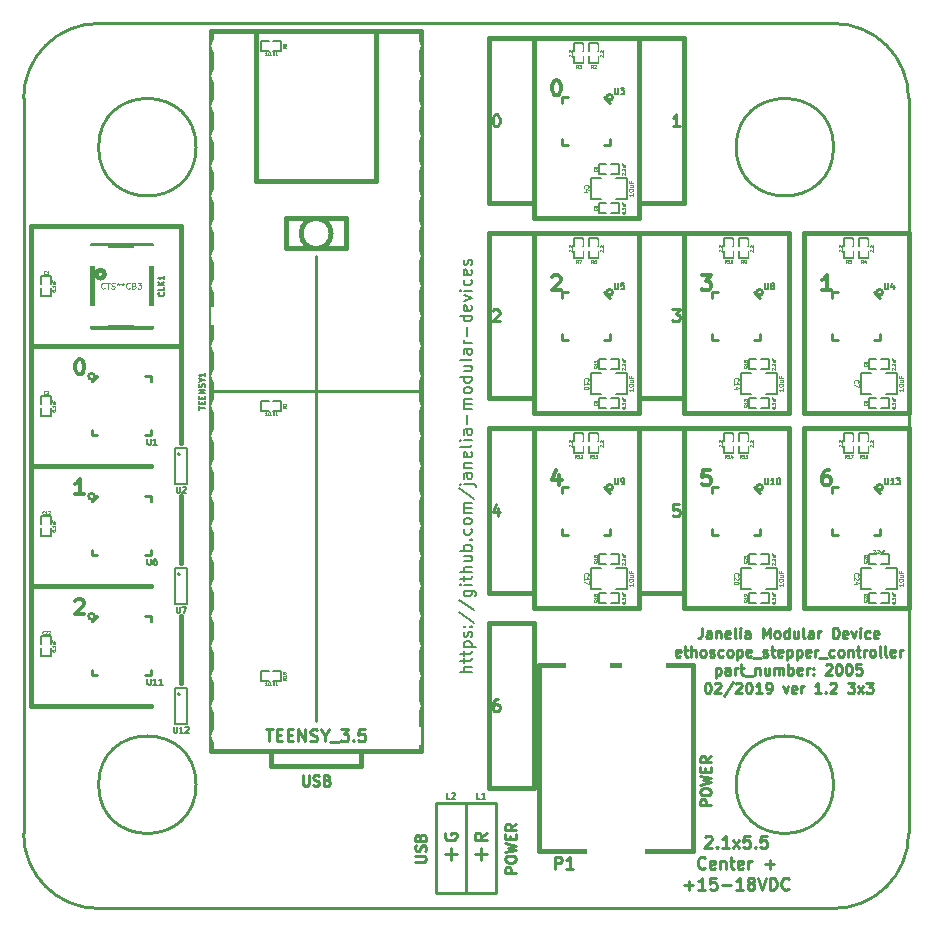
<source format=gto>
G04 #@! TF.GenerationSoftware,KiCad,Pcbnew,6.0.0-rc1-unknown-4a641ec~66~ubuntu18.04.1*
G04 #@! TF.CreationDate,2019-02-05T16:16:11-05:00
G04 #@! TF.ProjectId,ethoscope_stepper_controller_3x3,6574686f-7363-46f7-9065-5f7374657070,1.1*
G04 #@! TF.SameCoordinates,Original*
G04 #@! TF.FileFunction,Legend,Top*
G04 #@! TF.FilePolarity,Positive*
%FSLAX46Y46*%
G04 Gerber Fmt 4.6, Leading zero omitted, Abs format (unit mm)*
G04 Created by KiCad (PCBNEW 6.0.0-rc1-unknown-4a641ec~66~ubuntu18.04.1) date 2019-02-05 16:16:11*
%MOMM*%
%LPD*%
G04 APERTURE LIST*
%ADD10C,0.222250*%
%ADD11C,0.381000*%
%ADD12C,0.254000*%
%ADD13C,0.228600*%
%ADD14C,0.190500*%
%ADD15C,0.250000*%
%ADD16C,0.150000*%
%ADD17C,0.400000*%
%ADD18C,0.127000*%
%ADD19C,0.200000*%
%ADD20C,0.317500*%
%ADD21C,0.125000*%
%ADD22C,0.095250*%
%ADD23C,0.063500*%
%ADD24C,0.100000*%
%ADD25C,2.452000*%
%ADD26C,0.252000*%
%ADD27C,3.402001*%
%ADD28C,0.302000*%
%ADD29R,1.102000X0.602000*%
%ADD30C,2.342000*%
%ADD31R,3.752000X5.002000*%
%ADD32R,5.002000X5.202000*%
%ADD33C,1.902000*%
%ADD34C,4.502000*%
%ADD35O,2.542000X1.526000*%
%ADD36R,2.542000X1.526000*%
%ADD37R,2.002000X1.802000*%
%ADD38C,3.558000*%
%ADD39R,0.789400X1.602200*%
%ADD40R,0.702000X0.602000*%
%ADD41R,0.602000X0.702000*%
%ADD42O,1.526000X2.034000*%
G04 APERTURE END LIST*
D10*
X173122166Y-130323166D02*
X172233166Y-130323166D01*
X172233166Y-129984500D01*
X172275500Y-129899833D01*
X172317833Y-129857500D01*
X172402500Y-129815166D01*
X172529500Y-129815166D01*
X172614166Y-129857500D01*
X172656500Y-129899833D01*
X172698833Y-129984500D01*
X172698833Y-130323166D01*
X172233166Y-129264833D02*
X172233166Y-129095500D01*
X172275500Y-129010833D01*
X172360166Y-128926166D01*
X172529500Y-128883833D01*
X172825833Y-128883833D01*
X172995166Y-128926166D01*
X173079833Y-129010833D01*
X173122166Y-129095500D01*
X173122166Y-129264833D01*
X173079833Y-129349500D01*
X172995166Y-129434166D01*
X172825833Y-129476500D01*
X172529500Y-129476500D01*
X172360166Y-129434166D01*
X172275500Y-129349500D01*
X172233166Y-129264833D01*
X172233166Y-128587500D02*
X173122166Y-128375833D01*
X172487166Y-128206500D01*
X173122166Y-128037166D01*
X172233166Y-127825500D01*
X172656500Y-127486833D02*
X172656500Y-127190500D01*
X173122166Y-127063500D02*
X173122166Y-127486833D01*
X172233166Y-127486833D01*
X172233166Y-127063500D01*
X173122166Y-126174500D02*
X172698833Y-126470833D01*
X173122166Y-126682500D02*
X172233166Y-126682500D01*
X172233166Y-126343833D01*
X172275500Y-126259166D01*
X172317833Y-126216833D01*
X172402500Y-126174500D01*
X172529500Y-126174500D01*
X172614166Y-126216833D01*
X172656500Y-126259166D01*
X172698833Y-126343833D01*
X172698833Y-126682500D01*
X138578166Y-127783166D02*
X138578166Y-128502833D01*
X138620500Y-128587500D01*
X138662833Y-128629833D01*
X138747500Y-128672166D01*
X138916833Y-128672166D01*
X139001500Y-128629833D01*
X139043833Y-128587500D01*
X139086166Y-128502833D01*
X139086166Y-127783166D01*
X139467166Y-128629833D02*
X139594166Y-128672166D01*
X139805833Y-128672166D01*
X139890500Y-128629833D01*
X139932833Y-128587500D01*
X139975166Y-128502833D01*
X139975166Y-128418166D01*
X139932833Y-128333500D01*
X139890500Y-128291166D01*
X139805833Y-128248833D01*
X139636500Y-128206500D01*
X139551833Y-128164166D01*
X139509500Y-128121833D01*
X139467166Y-128037166D01*
X139467166Y-127952500D01*
X139509500Y-127867833D01*
X139551833Y-127825500D01*
X139636500Y-127783166D01*
X139848166Y-127783166D01*
X139975166Y-127825500D01*
X140652500Y-128206500D02*
X140779500Y-128248833D01*
X140821833Y-128291166D01*
X140864166Y-128375833D01*
X140864166Y-128502833D01*
X140821833Y-128587500D01*
X140779500Y-128629833D01*
X140694833Y-128672166D01*
X140356166Y-128672166D01*
X140356166Y-127783166D01*
X140652500Y-127783166D01*
X140737166Y-127825500D01*
X140779500Y-127867833D01*
X140821833Y-127952500D01*
X140821833Y-128037166D01*
X140779500Y-128121833D01*
X140737166Y-128164166D01*
X140652500Y-128206500D01*
X140356166Y-128206500D01*
X148103166Y-135106833D02*
X148822833Y-135106833D01*
X148907500Y-135064500D01*
X148949833Y-135022166D01*
X148992166Y-134937500D01*
X148992166Y-134768166D01*
X148949833Y-134683500D01*
X148907500Y-134641166D01*
X148822833Y-134598833D01*
X148103166Y-134598833D01*
X148949833Y-134217833D02*
X148992166Y-134090833D01*
X148992166Y-133879166D01*
X148949833Y-133794500D01*
X148907500Y-133752166D01*
X148822833Y-133709833D01*
X148738166Y-133709833D01*
X148653500Y-133752166D01*
X148611166Y-133794500D01*
X148568833Y-133879166D01*
X148526500Y-134048500D01*
X148484166Y-134133166D01*
X148441833Y-134175500D01*
X148357166Y-134217833D01*
X148272500Y-134217833D01*
X148187833Y-134175500D01*
X148145500Y-134133166D01*
X148103166Y-134048500D01*
X148103166Y-133836833D01*
X148145500Y-133709833D01*
X148526500Y-133032500D02*
X148568833Y-132905500D01*
X148611166Y-132863166D01*
X148695833Y-132820833D01*
X148822833Y-132820833D01*
X148907500Y-132863166D01*
X148949833Y-132905500D01*
X148992166Y-132990166D01*
X148992166Y-133328833D01*
X148103166Y-133328833D01*
X148103166Y-133032500D01*
X148145500Y-132947833D01*
X148187833Y-132905500D01*
X148272500Y-132863166D01*
X148357166Y-132863166D01*
X148441833Y-132905500D01*
X148484166Y-132947833D01*
X148526500Y-133032500D01*
X148526500Y-133328833D01*
X156612166Y-136038166D02*
X155723166Y-136038166D01*
X155723166Y-135699500D01*
X155765500Y-135614833D01*
X155807833Y-135572500D01*
X155892500Y-135530166D01*
X156019500Y-135530166D01*
X156104166Y-135572500D01*
X156146500Y-135614833D01*
X156188833Y-135699500D01*
X156188833Y-136038166D01*
X155723166Y-134979833D02*
X155723166Y-134810500D01*
X155765500Y-134725833D01*
X155850166Y-134641166D01*
X156019500Y-134598833D01*
X156315833Y-134598833D01*
X156485166Y-134641166D01*
X156569833Y-134725833D01*
X156612166Y-134810500D01*
X156612166Y-134979833D01*
X156569833Y-135064500D01*
X156485166Y-135149166D01*
X156315833Y-135191500D01*
X156019500Y-135191500D01*
X155850166Y-135149166D01*
X155765500Y-135064500D01*
X155723166Y-134979833D01*
X155723166Y-134302500D02*
X156612166Y-134090833D01*
X155977166Y-133921500D01*
X156612166Y-133752166D01*
X155723166Y-133540500D01*
X156146500Y-133201833D02*
X156146500Y-132905500D01*
X156612166Y-132778500D02*
X156612166Y-133201833D01*
X155723166Y-133201833D01*
X155723166Y-132778500D01*
X156612166Y-131889500D02*
X156188833Y-132185833D01*
X156612166Y-132397500D02*
X155723166Y-132397500D01*
X155723166Y-132058833D01*
X155765500Y-131974166D01*
X155807833Y-131931833D01*
X155892500Y-131889500D01*
X156019500Y-131889500D01*
X156104166Y-131931833D01*
X156146500Y-131974166D01*
X156188833Y-132058833D01*
X156188833Y-132397500D01*
D11*
X128270000Y-81280000D02*
X128270000Y-91440000D01*
X115570000Y-81280000D02*
X128270000Y-81280000D01*
X115570000Y-91440000D02*
X115570000Y-81280000D01*
X180975000Y-113665000D02*
X180975000Y-98425000D01*
X170815000Y-112395000D02*
X170815000Y-98425000D01*
X158115000Y-112395000D02*
X158115000Y-98425000D01*
X180975000Y-97155000D02*
X180975000Y-81915000D01*
X170815000Y-95885000D02*
X170815000Y-81915000D01*
X158115000Y-95885000D02*
X158115000Y-81915000D01*
X158115000Y-79375000D02*
X158115000Y-65405000D01*
X128270000Y-114300000D02*
X128270000Y-120015000D01*
X115570000Y-121920000D02*
X125730000Y-121920000D01*
X115570000Y-111760000D02*
X115570000Y-121920000D01*
X128270000Y-104140000D02*
X128270000Y-109855000D01*
X115570000Y-111760000D02*
X125730000Y-111760000D01*
X115570000Y-101600000D02*
X115570000Y-111760000D01*
X115570000Y-101600000D02*
X125730000Y-101600000D01*
X115570000Y-91440000D02*
X115570000Y-101600000D01*
X128270000Y-91440000D02*
X128270000Y-99695000D01*
X115570000Y-91440000D02*
X128270000Y-91440000D01*
X189865000Y-113665000D02*
X180975000Y-113665000D01*
X189865000Y-98425000D02*
X189865000Y-113665000D01*
X180975000Y-98425000D02*
X189865000Y-98425000D01*
X189865000Y-81915000D02*
X180975000Y-81915000D01*
X189865000Y-97155000D02*
X189865000Y-81915000D01*
X180975000Y-97155000D02*
X189865000Y-97155000D01*
X179705000Y-81915000D02*
X170815000Y-81915000D01*
X179705000Y-97155000D02*
X179705000Y-81915000D01*
X170815000Y-97155000D02*
X179705000Y-97155000D01*
X170815000Y-95885000D02*
X170815000Y-97155000D01*
X179705000Y-98425000D02*
X170815000Y-98425000D01*
X179705000Y-113665000D02*
X179705000Y-98425000D01*
X170815000Y-113665000D02*
X179705000Y-113665000D01*
X170815000Y-112395000D02*
X170815000Y-113665000D01*
X167005000Y-113665000D02*
X167005000Y-112395000D01*
X158115000Y-113665000D02*
X167005000Y-113665000D01*
X158115000Y-112395000D02*
X158115000Y-113665000D01*
X158115000Y-98425000D02*
X167005000Y-98425000D01*
X167005000Y-97155000D02*
X167005000Y-95885000D01*
X158115000Y-97155000D02*
X167005000Y-97155000D01*
X158115000Y-95885000D02*
X158115000Y-97155000D01*
X158115000Y-81915000D02*
X167005000Y-81915000D01*
X158115000Y-65405000D02*
X167005000Y-65405000D01*
X167005000Y-80645000D02*
X167005000Y-79375000D01*
X158115000Y-80645000D02*
X167005000Y-80645000D01*
X158115000Y-79375000D02*
X158115000Y-80645000D01*
X154305000Y-128905000D02*
X154305000Y-114935000D01*
X158115000Y-128905000D02*
X154305000Y-128905000D01*
X158115000Y-114935000D02*
X158115000Y-128905000D01*
X154305000Y-114935000D02*
X158115000Y-114935000D01*
X167005000Y-112395000D02*
X170815000Y-112395000D01*
X167005000Y-98425000D02*
X167005000Y-112395000D01*
X167005000Y-98425000D02*
X170815000Y-98425000D01*
X154305000Y-112395000D02*
X158115000Y-112395000D01*
X154305000Y-98425000D02*
X154305000Y-112395000D01*
X154305000Y-98425000D02*
X158115000Y-98425000D01*
X154305000Y-95885000D02*
X158115000Y-95885000D01*
X154305000Y-81915000D02*
X154305000Y-95885000D01*
X154305000Y-81915000D02*
X158115000Y-81915000D01*
X167005000Y-95885000D02*
X170815000Y-95885000D01*
X167005000Y-81915000D02*
X167005000Y-95885000D01*
X167005000Y-81915000D02*
X170815000Y-81915000D01*
X167005000Y-79375000D02*
X167005000Y-65405000D01*
X170815000Y-79375000D02*
X167005000Y-79375000D01*
X170815000Y-65405000D02*
X170815000Y-79375000D01*
X167005000Y-65405000D02*
X170815000Y-65405000D01*
X154305000Y-79375000D02*
X158115000Y-79375000D01*
X154305000Y-65405000D02*
X154305000Y-79375000D01*
X154305000Y-65405000D02*
X158115000Y-65405000D01*
D12*
X155133523Y-121363619D02*
X154940000Y-121363619D01*
X154843238Y-121412000D01*
X154794857Y-121460380D01*
X154698095Y-121605523D01*
X154649714Y-121799047D01*
X154649714Y-122186095D01*
X154698095Y-122282857D01*
X154746476Y-122331238D01*
X154843238Y-122379619D01*
X155036761Y-122379619D01*
X155133523Y-122331238D01*
X155181904Y-122282857D01*
X155230285Y-122186095D01*
X155230285Y-121944190D01*
X155181904Y-121847428D01*
X155133523Y-121799047D01*
X155036761Y-121750666D01*
X154843238Y-121750666D01*
X154746476Y-121799047D01*
X154698095Y-121847428D01*
X154649714Y-121944190D01*
X170421904Y-104853619D02*
X169938095Y-104853619D01*
X169889714Y-105337428D01*
X169938095Y-105289047D01*
X170034857Y-105240666D01*
X170276761Y-105240666D01*
X170373523Y-105289047D01*
X170421904Y-105337428D01*
X170470285Y-105434190D01*
X170470285Y-105676095D01*
X170421904Y-105772857D01*
X170373523Y-105821238D01*
X170276761Y-105869619D01*
X170034857Y-105869619D01*
X169938095Y-105821238D01*
X169889714Y-105772857D01*
X155133523Y-105192285D02*
X155133523Y-105869619D01*
X154891619Y-104805238D02*
X154649714Y-105530952D01*
X155278666Y-105530952D01*
X169841333Y-88343619D02*
X170470285Y-88343619D01*
X170131619Y-88730666D01*
X170276761Y-88730666D01*
X170373523Y-88779047D01*
X170421904Y-88827428D01*
X170470285Y-88924190D01*
X170470285Y-89166095D01*
X170421904Y-89262857D01*
X170373523Y-89311238D01*
X170276761Y-89359619D01*
X169986476Y-89359619D01*
X169889714Y-89311238D01*
X169841333Y-89262857D01*
X154649714Y-88440380D02*
X154698095Y-88392000D01*
X154794857Y-88343619D01*
X155036761Y-88343619D01*
X155133523Y-88392000D01*
X155181904Y-88440380D01*
X155230285Y-88537142D01*
X155230285Y-88633904D01*
X155181904Y-88779047D01*
X154601333Y-89359619D01*
X155230285Y-89359619D01*
X170470285Y-72849619D02*
X169889714Y-72849619D01*
X170180000Y-72849619D02*
X170180000Y-71833619D01*
X170083238Y-71978761D01*
X169986476Y-72075523D01*
X169889714Y-72123904D01*
X154891619Y-71833619D02*
X154988380Y-71833619D01*
X155085142Y-71882000D01*
X155133523Y-71930380D01*
X155181904Y-72027142D01*
X155230285Y-72220666D01*
X155230285Y-72462571D01*
X155181904Y-72656095D01*
X155133523Y-72752857D01*
X155085142Y-72801238D01*
X154988380Y-72849619D01*
X154891619Y-72849619D01*
X154794857Y-72801238D01*
X154746476Y-72752857D01*
X154698095Y-72656095D01*
X154649714Y-72462571D01*
X154649714Y-72220666D01*
X154698095Y-72027142D01*
X154746476Y-71930380D01*
X154794857Y-71882000D01*
X154891619Y-71833619D01*
D13*
X189865000Y-132715000D02*
X189865000Y-70485000D01*
X121285000Y-139065000D02*
X183515000Y-139065000D01*
X114935000Y-70485000D02*
X114935000Y-132715000D01*
X121285000Y-64135000D02*
X183515000Y-64135000D01*
X189865000Y-132715000D02*
G75*
G02X183515000Y-139065000I-6350000J0D01*
G01*
X121285000Y-139065000D02*
G75*
G02X114935000Y-132715000I0J6350000D01*
G01*
X183515000Y-64135000D02*
G75*
G02X189865000Y-70485000I0J-6350000D01*
G01*
X114935000Y-70485000D02*
G75*
G02X121285000Y-64135000I6350000J0D01*
G01*
D12*
X172623238Y-133017380D02*
X172671619Y-132969000D01*
X172768380Y-132920619D01*
X173010285Y-132920619D01*
X173107047Y-132969000D01*
X173155428Y-133017380D01*
X173203809Y-133114142D01*
X173203809Y-133210904D01*
X173155428Y-133356047D01*
X172574857Y-133936619D01*
X173203809Y-133936619D01*
X173639238Y-133839857D02*
X173687619Y-133888238D01*
X173639238Y-133936619D01*
X173590857Y-133888238D01*
X173639238Y-133839857D01*
X173639238Y-133936619D01*
X174655238Y-133936619D02*
X174074666Y-133936619D01*
X174364952Y-133936619D02*
X174364952Y-132920619D01*
X174268190Y-133065761D01*
X174171428Y-133162523D01*
X174074666Y-133210904D01*
X174993904Y-133936619D02*
X175526095Y-133259285D01*
X174993904Y-133259285D02*
X175526095Y-133936619D01*
X176396952Y-132920619D02*
X175913142Y-132920619D01*
X175864761Y-133404428D01*
X175913142Y-133356047D01*
X176009904Y-133307666D01*
X176251809Y-133307666D01*
X176348571Y-133356047D01*
X176396952Y-133404428D01*
X176445333Y-133501190D01*
X176445333Y-133743095D01*
X176396952Y-133839857D01*
X176348571Y-133888238D01*
X176251809Y-133936619D01*
X176009904Y-133936619D01*
X175913142Y-133888238D01*
X175864761Y-133839857D01*
X176880761Y-133839857D02*
X176929142Y-133888238D01*
X176880761Y-133936619D01*
X176832380Y-133888238D01*
X176880761Y-133839857D01*
X176880761Y-133936619D01*
X177848380Y-132920619D02*
X177364571Y-132920619D01*
X177316190Y-133404428D01*
X177364571Y-133356047D01*
X177461333Y-133307666D01*
X177703238Y-133307666D01*
X177800000Y-133356047D01*
X177848380Y-133404428D01*
X177896761Y-133501190D01*
X177896761Y-133743095D01*
X177848380Y-133839857D01*
X177800000Y-133888238D01*
X177703238Y-133936619D01*
X177461333Y-133936619D01*
X177364571Y-133888238D01*
X177316190Y-133839857D01*
X172623238Y-135617857D02*
X172574857Y-135666238D01*
X172429714Y-135714619D01*
X172332952Y-135714619D01*
X172187809Y-135666238D01*
X172091047Y-135569476D01*
X172042666Y-135472714D01*
X171994285Y-135279190D01*
X171994285Y-135134047D01*
X172042666Y-134940523D01*
X172091047Y-134843761D01*
X172187809Y-134747000D01*
X172332952Y-134698619D01*
X172429714Y-134698619D01*
X172574857Y-134747000D01*
X172623238Y-134795380D01*
X173445714Y-135666238D02*
X173348952Y-135714619D01*
X173155428Y-135714619D01*
X173058666Y-135666238D01*
X173010285Y-135569476D01*
X173010285Y-135182428D01*
X173058666Y-135085666D01*
X173155428Y-135037285D01*
X173348952Y-135037285D01*
X173445714Y-135085666D01*
X173494095Y-135182428D01*
X173494095Y-135279190D01*
X173010285Y-135375952D01*
X173929523Y-135037285D02*
X173929523Y-135714619D01*
X173929523Y-135134047D02*
X173977904Y-135085666D01*
X174074666Y-135037285D01*
X174219809Y-135037285D01*
X174316571Y-135085666D01*
X174364952Y-135182428D01*
X174364952Y-135714619D01*
X174703619Y-135037285D02*
X175090666Y-135037285D01*
X174848761Y-134698619D02*
X174848761Y-135569476D01*
X174897142Y-135666238D01*
X174993904Y-135714619D01*
X175090666Y-135714619D01*
X175816380Y-135666238D02*
X175719619Y-135714619D01*
X175526095Y-135714619D01*
X175429333Y-135666238D01*
X175380952Y-135569476D01*
X175380952Y-135182428D01*
X175429333Y-135085666D01*
X175526095Y-135037285D01*
X175719619Y-135037285D01*
X175816380Y-135085666D01*
X175864761Y-135182428D01*
X175864761Y-135279190D01*
X175380952Y-135375952D01*
X176300190Y-135714619D02*
X176300190Y-135037285D01*
X176300190Y-135230809D02*
X176348571Y-135134047D01*
X176396952Y-135085666D01*
X176493714Y-135037285D01*
X176590476Y-135037285D01*
X177703238Y-135327571D02*
X178477333Y-135327571D01*
X178090285Y-135714619D02*
X178090285Y-134940523D01*
X170857333Y-137105571D02*
X171631428Y-137105571D01*
X171244380Y-137492619D02*
X171244380Y-136718523D01*
X172647428Y-137492619D02*
X172066857Y-137492619D01*
X172357142Y-137492619D02*
X172357142Y-136476619D01*
X172260380Y-136621761D01*
X172163619Y-136718523D01*
X172066857Y-136766904D01*
X173566666Y-136476619D02*
X173082857Y-136476619D01*
X173034476Y-136960428D01*
X173082857Y-136912047D01*
X173179619Y-136863666D01*
X173421523Y-136863666D01*
X173518285Y-136912047D01*
X173566666Y-136960428D01*
X173615047Y-137057190D01*
X173615047Y-137299095D01*
X173566666Y-137395857D01*
X173518285Y-137444238D01*
X173421523Y-137492619D01*
X173179619Y-137492619D01*
X173082857Y-137444238D01*
X173034476Y-137395857D01*
X174050476Y-137105571D02*
X174824571Y-137105571D01*
X175840571Y-137492619D02*
X175260000Y-137492619D01*
X175550285Y-137492619D02*
X175550285Y-136476619D01*
X175453523Y-136621761D01*
X175356761Y-136718523D01*
X175260000Y-136766904D01*
X176421142Y-136912047D02*
X176324380Y-136863666D01*
X176276000Y-136815285D01*
X176227619Y-136718523D01*
X176227619Y-136670142D01*
X176276000Y-136573380D01*
X176324380Y-136525000D01*
X176421142Y-136476619D01*
X176614666Y-136476619D01*
X176711428Y-136525000D01*
X176759809Y-136573380D01*
X176808190Y-136670142D01*
X176808190Y-136718523D01*
X176759809Y-136815285D01*
X176711428Y-136863666D01*
X176614666Y-136912047D01*
X176421142Y-136912047D01*
X176324380Y-136960428D01*
X176276000Y-137008809D01*
X176227619Y-137105571D01*
X176227619Y-137299095D01*
X176276000Y-137395857D01*
X176324380Y-137444238D01*
X176421142Y-137492619D01*
X176614666Y-137492619D01*
X176711428Y-137444238D01*
X176759809Y-137395857D01*
X176808190Y-137299095D01*
X176808190Y-137105571D01*
X176759809Y-137008809D01*
X176711428Y-136960428D01*
X176614666Y-136912047D01*
X177098476Y-136476619D02*
X177437142Y-137492619D01*
X177775809Y-136476619D01*
X178114476Y-137492619D02*
X178114476Y-136476619D01*
X178356380Y-136476619D01*
X178501523Y-136525000D01*
X178598285Y-136621761D01*
X178646666Y-136718523D01*
X178695047Y-136912047D01*
X178695047Y-137057190D01*
X178646666Y-137250714D01*
X178598285Y-137347476D01*
X178501523Y-137444238D01*
X178356380Y-137492619D01*
X178114476Y-137492619D01*
X179711047Y-137395857D02*
X179662666Y-137444238D01*
X179517523Y-137492619D01*
X179420761Y-137492619D01*
X179275619Y-137444238D01*
X179178857Y-137347476D01*
X179130476Y-137250714D01*
X179082095Y-137057190D01*
X179082095Y-136912047D01*
X179130476Y-136718523D01*
X179178857Y-136621761D01*
X179275619Y-136525000D01*
X179420761Y-136476619D01*
X179517523Y-136476619D01*
X179662666Y-136525000D01*
X179711047Y-136573380D01*
D14*
X152859619Y-119017142D02*
X151843619Y-119017142D01*
X152859619Y-118581714D02*
X152327428Y-118581714D01*
X152230666Y-118630095D01*
X152182285Y-118726857D01*
X152182285Y-118872000D01*
X152230666Y-118968761D01*
X152279047Y-119017142D01*
X152182285Y-118243047D02*
X152182285Y-117856000D01*
X151843619Y-118097904D02*
X152714476Y-118097904D01*
X152811238Y-118049523D01*
X152859619Y-117952761D01*
X152859619Y-117856000D01*
X152182285Y-117662476D02*
X152182285Y-117275428D01*
X151843619Y-117517333D02*
X152714476Y-117517333D01*
X152811238Y-117468952D01*
X152859619Y-117372190D01*
X152859619Y-117275428D01*
X152182285Y-116936761D02*
X153198285Y-116936761D01*
X152230666Y-116936761D02*
X152182285Y-116840000D01*
X152182285Y-116646476D01*
X152230666Y-116549714D01*
X152279047Y-116501333D01*
X152375809Y-116452952D01*
X152666095Y-116452952D01*
X152762857Y-116501333D01*
X152811238Y-116549714D01*
X152859619Y-116646476D01*
X152859619Y-116840000D01*
X152811238Y-116936761D01*
X152811238Y-116065904D02*
X152859619Y-115969142D01*
X152859619Y-115775619D01*
X152811238Y-115678857D01*
X152714476Y-115630476D01*
X152666095Y-115630476D01*
X152569333Y-115678857D01*
X152520952Y-115775619D01*
X152520952Y-115920761D01*
X152472571Y-116017523D01*
X152375809Y-116065904D01*
X152327428Y-116065904D01*
X152230666Y-116017523D01*
X152182285Y-115920761D01*
X152182285Y-115775619D01*
X152230666Y-115678857D01*
X152762857Y-115195047D02*
X152811238Y-115146666D01*
X152859619Y-115195047D01*
X152811238Y-115243428D01*
X152762857Y-115195047D01*
X152859619Y-115195047D01*
X152230666Y-115195047D02*
X152279047Y-115146666D01*
X152327428Y-115195047D01*
X152279047Y-115243428D01*
X152230666Y-115195047D01*
X152327428Y-115195047D01*
X151795238Y-113985523D02*
X153101523Y-114856380D01*
X151795238Y-112921142D02*
X153101523Y-113792000D01*
X152182285Y-112147047D02*
X153004761Y-112147047D01*
X153101523Y-112195428D01*
X153149904Y-112243809D01*
X153198285Y-112340571D01*
X153198285Y-112485714D01*
X153149904Y-112582476D01*
X152811238Y-112147047D02*
X152859619Y-112243809D01*
X152859619Y-112437333D01*
X152811238Y-112534095D01*
X152762857Y-112582476D01*
X152666095Y-112630857D01*
X152375809Y-112630857D01*
X152279047Y-112582476D01*
X152230666Y-112534095D01*
X152182285Y-112437333D01*
X152182285Y-112243809D01*
X152230666Y-112147047D01*
X152859619Y-111663238D02*
X152182285Y-111663238D01*
X151843619Y-111663238D02*
X151892000Y-111711619D01*
X151940380Y-111663238D01*
X151892000Y-111614857D01*
X151843619Y-111663238D01*
X151940380Y-111663238D01*
X152182285Y-111324571D02*
X152182285Y-110937523D01*
X151843619Y-111179428D02*
X152714476Y-111179428D01*
X152811238Y-111131047D01*
X152859619Y-111034285D01*
X152859619Y-110937523D01*
X152859619Y-110598857D02*
X151843619Y-110598857D01*
X152859619Y-110163428D02*
X152327428Y-110163428D01*
X152230666Y-110211809D01*
X152182285Y-110308571D01*
X152182285Y-110453714D01*
X152230666Y-110550476D01*
X152279047Y-110598857D01*
X152182285Y-109244190D02*
X152859619Y-109244190D01*
X152182285Y-109679619D02*
X152714476Y-109679619D01*
X152811238Y-109631238D01*
X152859619Y-109534476D01*
X152859619Y-109389333D01*
X152811238Y-109292571D01*
X152762857Y-109244190D01*
X152859619Y-108760380D02*
X151843619Y-108760380D01*
X152230666Y-108760380D02*
X152182285Y-108663619D01*
X152182285Y-108470095D01*
X152230666Y-108373333D01*
X152279047Y-108324952D01*
X152375809Y-108276571D01*
X152666095Y-108276571D01*
X152762857Y-108324952D01*
X152811238Y-108373333D01*
X152859619Y-108470095D01*
X152859619Y-108663619D01*
X152811238Y-108760380D01*
X152762857Y-107841142D02*
X152811238Y-107792761D01*
X152859619Y-107841142D01*
X152811238Y-107889523D01*
X152762857Y-107841142D01*
X152859619Y-107841142D01*
X152811238Y-106921904D02*
X152859619Y-107018666D01*
X152859619Y-107212190D01*
X152811238Y-107308952D01*
X152762857Y-107357333D01*
X152666095Y-107405714D01*
X152375809Y-107405714D01*
X152279047Y-107357333D01*
X152230666Y-107308952D01*
X152182285Y-107212190D01*
X152182285Y-107018666D01*
X152230666Y-106921904D01*
X152859619Y-106341333D02*
X152811238Y-106438095D01*
X152762857Y-106486476D01*
X152666095Y-106534857D01*
X152375809Y-106534857D01*
X152279047Y-106486476D01*
X152230666Y-106438095D01*
X152182285Y-106341333D01*
X152182285Y-106196190D01*
X152230666Y-106099428D01*
X152279047Y-106051047D01*
X152375809Y-106002666D01*
X152666095Y-106002666D01*
X152762857Y-106051047D01*
X152811238Y-106099428D01*
X152859619Y-106196190D01*
X152859619Y-106341333D01*
X152859619Y-105567238D02*
X152182285Y-105567238D01*
X152279047Y-105567238D02*
X152230666Y-105518857D01*
X152182285Y-105422095D01*
X152182285Y-105276952D01*
X152230666Y-105180190D01*
X152327428Y-105131809D01*
X152859619Y-105131809D01*
X152327428Y-105131809D02*
X152230666Y-105083428D01*
X152182285Y-104986666D01*
X152182285Y-104841523D01*
X152230666Y-104744761D01*
X152327428Y-104696380D01*
X152859619Y-104696380D01*
X151795238Y-103486857D02*
X153101523Y-104357714D01*
X152182285Y-103148190D02*
X153053142Y-103148190D01*
X153149904Y-103196571D01*
X153198285Y-103293333D01*
X153198285Y-103341714D01*
X151843619Y-103148190D02*
X151892000Y-103196571D01*
X151940380Y-103148190D01*
X151892000Y-103099809D01*
X151843619Y-103148190D01*
X151940380Y-103148190D01*
X152859619Y-102228952D02*
X152327428Y-102228952D01*
X152230666Y-102277333D01*
X152182285Y-102374095D01*
X152182285Y-102567619D01*
X152230666Y-102664380D01*
X152811238Y-102228952D02*
X152859619Y-102325714D01*
X152859619Y-102567619D01*
X152811238Y-102664380D01*
X152714476Y-102712761D01*
X152617714Y-102712761D01*
X152520952Y-102664380D01*
X152472571Y-102567619D01*
X152472571Y-102325714D01*
X152424190Y-102228952D01*
X152182285Y-101745142D02*
X152859619Y-101745142D01*
X152279047Y-101745142D02*
X152230666Y-101696761D01*
X152182285Y-101600000D01*
X152182285Y-101454857D01*
X152230666Y-101358095D01*
X152327428Y-101309714D01*
X152859619Y-101309714D01*
X152811238Y-100438857D02*
X152859619Y-100535619D01*
X152859619Y-100729142D01*
X152811238Y-100825904D01*
X152714476Y-100874285D01*
X152327428Y-100874285D01*
X152230666Y-100825904D01*
X152182285Y-100729142D01*
X152182285Y-100535619D01*
X152230666Y-100438857D01*
X152327428Y-100390476D01*
X152424190Y-100390476D01*
X152520952Y-100874285D01*
X152859619Y-99809904D02*
X152811238Y-99906666D01*
X152714476Y-99955047D01*
X151843619Y-99955047D01*
X152859619Y-99422857D02*
X152182285Y-99422857D01*
X151843619Y-99422857D02*
X151892000Y-99471238D01*
X151940380Y-99422857D01*
X151892000Y-99374476D01*
X151843619Y-99422857D01*
X151940380Y-99422857D01*
X152859619Y-98503619D02*
X152327428Y-98503619D01*
X152230666Y-98552000D01*
X152182285Y-98648761D01*
X152182285Y-98842285D01*
X152230666Y-98939047D01*
X152811238Y-98503619D02*
X152859619Y-98600380D01*
X152859619Y-98842285D01*
X152811238Y-98939047D01*
X152714476Y-98987428D01*
X152617714Y-98987428D01*
X152520952Y-98939047D01*
X152472571Y-98842285D01*
X152472571Y-98600380D01*
X152424190Y-98503619D01*
X152472571Y-98019809D02*
X152472571Y-97245714D01*
X152859619Y-96761904D02*
X152182285Y-96761904D01*
X152279047Y-96761904D02*
X152230666Y-96713523D01*
X152182285Y-96616761D01*
X152182285Y-96471619D01*
X152230666Y-96374857D01*
X152327428Y-96326476D01*
X152859619Y-96326476D01*
X152327428Y-96326476D02*
X152230666Y-96278095D01*
X152182285Y-96181333D01*
X152182285Y-96036190D01*
X152230666Y-95939428D01*
X152327428Y-95891047D01*
X152859619Y-95891047D01*
X152859619Y-95262095D02*
X152811238Y-95358857D01*
X152762857Y-95407238D01*
X152666095Y-95455619D01*
X152375809Y-95455619D01*
X152279047Y-95407238D01*
X152230666Y-95358857D01*
X152182285Y-95262095D01*
X152182285Y-95116952D01*
X152230666Y-95020190D01*
X152279047Y-94971809D01*
X152375809Y-94923428D01*
X152666095Y-94923428D01*
X152762857Y-94971809D01*
X152811238Y-95020190D01*
X152859619Y-95116952D01*
X152859619Y-95262095D01*
X152859619Y-94052571D02*
X151843619Y-94052571D01*
X152811238Y-94052571D02*
X152859619Y-94149333D01*
X152859619Y-94342857D01*
X152811238Y-94439619D01*
X152762857Y-94488000D01*
X152666095Y-94536380D01*
X152375809Y-94536380D01*
X152279047Y-94488000D01*
X152230666Y-94439619D01*
X152182285Y-94342857D01*
X152182285Y-94149333D01*
X152230666Y-94052571D01*
X152182285Y-93133333D02*
X152859619Y-93133333D01*
X152182285Y-93568761D02*
X152714476Y-93568761D01*
X152811238Y-93520380D01*
X152859619Y-93423619D01*
X152859619Y-93278476D01*
X152811238Y-93181714D01*
X152762857Y-93133333D01*
X152859619Y-92504380D02*
X152811238Y-92601142D01*
X152714476Y-92649523D01*
X151843619Y-92649523D01*
X152859619Y-91681904D02*
X152327428Y-91681904D01*
X152230666Y-91730285D01*
X152182285Y-91827047D01*
X152182285Y-92020571D01*
X152230666Y-92117333D01*
X152811238Y-91681904D02*
X152859619Y-91778666D01*
X152859619Y-92020571D01*
X152811238Y-92117333D01*
X152714476Y-92165714D01*
X152617714Y-92165714D01*
X152520952Y-92117333D01*
X152472571Y-92020571D01*
X152472571Y-91778666D01*
X152424190Y-91681904D01*
X152859619Y-91198095D02*
X152182285Y-91198095D01*
X152375809Y-91198095D02*
X152279047Y-91149714D01*
X152230666Y-91101333D01*
X152182285Y-91004571D01*
X152182285Y-90907809D01*
X152472571Y-90569142D02*
X152472571Y-89795047D01*
X152859619Y-88875809D02*
X151843619Y-88875809D01*
X152811238Y-88875809D02*
X152859619Y-88972571D01*
X152859619Y-89166095D01*
X152811238Y-89262857D01*
X152762857Y-89311238D01*
X152666095Y-89359619D01*
X152375809Y-89359619D01*
X152279047Y-89311238D01*
X152230666Y-89262857D01*
X152182285Y-89166095D01*
X152182285Y-88972571D01*
X152230666Y-88875809D01*
X152811238Y-88004952D02*
X152859619Y-88101714D01*
X152859619Y-88295238D01*
X152811238Y-88392000D01*
X152714476Y-88440380D01*
X152327428Y-88440380D01*
X152230666Y-88392000D01*
X152182285Y-88295238D01*
X152182285Y-88101714D01*
X152230666Y-88004952D01*
X152327428Y-87956571D01*
X152424190Y-87956571D01*
X152520952Y-88440380D01*
X152182285Y-87617904D02*
X152859619Y-87376000D01*
X152182285Y-87134095D01*
X152859619Y-86747047D02*
X152182285Y-86747047D01*
X151843619Y-86747047D02*
X151892000Y-86795428D01*
X151940380Y-86747047D01*
X151892000Y-86698666D01*
X151843619Y-86747047D01*
X151940380Y-86747047D01*
X152811238Y-85827809D02*
X152859619Y-85924571D01*
X152859619Y-86118095D01*
X152811238Y-86214857D01*
X152762857Y-86263238D01*
X152666095Y-86311619D01*
X152375809Y-86311619D01*
X152279047Y-86263238D01*
X152230666Y-86214857D01*
X152182285Y-86118095D01*
X152182285Y-85924571D01*
X152230666Y-85827809D01*
X152811238Y-85005333D02*
X152859619Y-85102095D01*
X152859619Y-85295619D01*
X152811238Y-85392380D01*
X152714476Y-85440761D01*
X152327428Y-85440761D01*
X152230666Y-85392380D01*
X152182285Y-85295619D01*
X152182285Y-85102095D01*
X152230666Y-85005333D01*
X152327428Y-84956952D01*
X152424190Y-84956952D01*
X152520952Y-85440761D01*
X152811238Y-84569904D02*
X152859619Y-84473142D01*
X152859619Y-84279619D01*
X152811238Y-84182857D01*
X152714476Y-84134476D01*
X152666095Y-84134476D01*
X152569333Y-84182857D01*
X152520952Y-84279619D01*
X152520952Y-84424761D01*
X152472571Y-84521523D01*
X152375809Y-84569904D01*
X152327428Y-84569904D01*
X152230666Y-84521523D01*
X152182285Y-84424761D01*
X152182285Y-84279619D01*
X152230666Y-84182857D01*
D10*
X172360166Y-115289541D02*
X172360166Y-115924541D01*
X172317833Y-116051541D01*
X172233166Y-116136208D01*
X172106166Y-116178541D01*
X172021500Y-116178541D01*
X173164500Y-116178541D02*
X173164500Y-115712875D01*
X173122166Y-115628208D01*
X173037500Y-115585875D01*
X172868166Y-115585875D01*
X172783500Y-115628208D01*
X173164500Y-116136208D02*
X173079833Y-116178541D01*
X172868166Y-116178541D01*
X172783500Y-116136208D01*
X172741166Y-116051541D01*
X172741166Y-115966875D01*
X172783500Y-115882208D01*
X172868166Y-115839875D01*
X173079833Y-115839875D01*
X173164500Y-115797541D01*
X173587833Y-115585875D02*
X173587833Y-116178541D01*
X173587833Y-115670541D02*
X173630166Y-115628208D01*
X173714833Y-115585875D01*
X173841833Y-115585875D01*
X173926500Y-115628208D01*
X173968833Y-115712875D01*
X173968833Y-116178541D01*
X174730833Y-116136208D02*
X174646166Y-116178541D01*
X174476833Y-116178541D01*
X174392166Y-116136208D01*
X174349833Y-116051541D01*
X174349833Y-115712875D01*
X174392166Y-115628208D01*
X174476833Y-115585875D01*
X174646166Y-115585875D01*
X174730833Y-115628208D01*
X174773166Y-115712875D01*
X174773166Y-115797541D01*
X174349833Y-115882208D01*
X175281166Y-116178541D02*
X175196500Y-116136208D01*
X175154166Y-116051541D01*
X175154166Y-115289541D01*
X175619833Y-116178541D02*
X175619833Y-115585875D01*
X175619833Y-115289541D02*
X175577500Y-115331875D01*
X175619833Y-115374208D01*
X175662166Y-115331875D01*
X175619833Y-115289541D01*
X175619833Y-115374208D01*
X176424166Y-116178541D02*
X176424166Y-115712875D01*
X176381833Y-115628208D01*
X176297166Y-115585875D01*
X176127833Y-115585875D01*
X176043166Y-115628208D01*
X176424166Y-116136208D02*
X176339500Y-116178541D01*
X176127833Y-116178541D01*
X176043166Y-116136208D01*
X176000833Y-116051541D01*
X176000833Y-115966875D01*
X176043166Y-115882208D01*
X176127833Y-115839875D01*
X176339500Y-115839875D01*
X176424166Y-115797541D01*
X177524833Y-116178541D02*
X177524833Y-115289541D01*
X177821166Y-115924541D01*
X178117500Y-115289541D01*
X178117500Y-116178541D01*
X178667833Y-116178541D02*
X178583166Y-116136208D01*
X178540833Y-116093875D01*
X178498500Y-116009208D01*
X178498500Y-115755208D01*
X178540833Y-115670541D01*
X178583166Y-115628208D01*
X178667833Y-115585875D01*
X178794833Y-115585875D01*
X178879500Y-115628208D01*
X178921833Y-115670541D01*
X178964166Y-115755208D01*
X178964166Y-116009208D01*
X178921833Y-116093875D01*
X178879500Y-116136208D01*
X178794833Y-116178541D01*
X178667833Y-116178541D01*
X179726166Y-116178541D02*
X179726166Y-115289541D01*
X179726166Y-116136208D02*
X179641500Y-116178541D01*
X179472166Y-116178541D01*
X179387500Y-116136208D01*
X179345166Y-116093875D01*
X179302833Y-116009208D01*
X179302833Y-115755208D01*
X179345166Y-115670541D01*
X179387500Y-115628208D01*
X179472166Y-115585875D01*
X179641500Y-115585875D01*
X179726166Y-115628208D01*
X180530500Y-115585875D02*
X180530500Y-116178541D01*
X180149500Y-115585875D02*
X180149500Y-116051541D01*
X180191833Y-116136208D01*
X180276500Y-116178541D01*
X180403500Y-116178541D01*
X180488166Y-116136208D01*
X180530500Y-116093875D01*
X181080833Y-116178541D02*
X180996166Y-116136208D01*
X180953833Y-116051541D01*
X180953833Y-115289541D01*
X181800500Y-116178541D02*
X181800500Y-115712875D01*
X181758166Y-115628208D01*
X181673500Y-115585875D01*
X181504166Y-115585875D01*
X181419500Y-115628208D01*
X181800500Y-116136208D02*
X181715833Y-116178541D01*
X181504166Y-116178541D01*
X181419500Y-116136208D01*
X181377166Y-116051541D01*
X181377166Y-115966875D01*
X181419500Y-115882208D01*
X181504166Y-115839875D01*
X181715833Y-115839875D01*
X181800500Y-115797541D01*
X182223833Y-116178541D02*
X182223833Y-115585875D01*
X182223833Y-115755208D02*
X182266166Y-115670541D01*
X182308500Y-115628208D01*
X182393166Y-115585875D01*
X182477833Y-115585875D01*
X183451500Y-116178541D02*
X183451500Y-115289541D01*
X183663166Y-115289541D01*
X183790166Y-115331875D01*
X183874833Y-115416541D01*
X183917166Y-115501208D01*
X183959500Y-115670541D01*
X183959500Y-115797541D01*
X183917166Y-115966875D01*
X183874833Y-116051541D01*
X183790166Y-116136208D01*
X183663166Y-116178541D01*
X183451500Y-116178541D01*
X184679166Y-116136208D02*
X184594500Y-116178541D01*
X184425166Y-116178541D01*
X184340500Y-116136208D01*
X184298166Y-116051541D01*
X184298166Y-115712875D01*
X184340500Y-115628208D01*
X184425166Y-115585875D01*
X184594500Y-115585875D01*
X184679166Y-115628208D01*
X184721500Y-115712875D01*
X184721500Y-115797541D01*
X184298166Y-115882208D01*
X185017833Y-115585875D02*
X185229500Y-116178541D01*
X185441166Y-115585875D01*
X185779833Y-116178541D02*
X185779833Y-115585875D01*
X185779833Y-115289541D02*
X185737500Y-115331875D01*
X185779833Y-115374208D01*
X185822166Y-115331875D01*
X185779833Y-115289541D01*
X185779833Y-115374208D01*
X186584166Y-116136208D02*
X186499500Y-116178541D01*
X186330166Y-116178541D01*
X186245500Y-116136208D01*
X186203166Y-116093875D01*
X186160833Y-116009208D01*
X186160833Y-115755208D01*
X186203166Y-115670541D01*
X186245500Y-115628208D01*
X186330166Y-115585875D01*
X186499500Y-115585875D01*
X186584166Y-115628208D01*
X187303833Y-116136208D02*
X187219166Y-116178541D01*
X187049833Y-116178541D01*
X186965166Y-116136208D01*
X186922833Y-116051541D01*
X186922833Y-115712875D01*
X186965166Y-115628208D01*
X187049833Y-115585875D01*
X187219166Y-115585875D01*
X187303833Y-115628208D01*
X187346166Y-115712875D01*
X187346166Y-115797541D01*
X186922833Y-115882208D01*
X170518666Y-117691958D02*
X170433999Y-117734291D01*
X170264666Y-117734291D01*
X170179999Y-117691958D01*
X170137666Y-117607291D01*
X170137666Y-117268625D01*
X170179999Y-117183958D01*
X170264666Y-117141625D01*
X170433999Y-117141625D01*
X170518666Y-117183958D01*
X170560999Y-117268625D01*
X170560999Y-117353291D01*
X170137666Y-117437958D01*
X170814999Y-117141625D02*
X171153666Y-117141625D01*
X170941999Y-116845291D02*
X170941999Y-117607291D01*
X170984333Y-117691958D01*
X171068999Y-117734291D01*
X171153666Y-117734291D01*
X171449999Y-117734291D02*
X171449999Y-116845291D01*
X171830999Y-117734291D02*
X171830999Y-117268625D01*
X171788666Y-117183958D01*
X171703999Y-117141625D01*
X171576999Y-117141625D01*
X171492333Y-117183958D01*
X171449999Y-117226291D01*
X172381333Y-117734291D02*
X172296666Y-117691958D01*
X172254333Y-117649625D01*
X172211999Y-117564958D01*
X172211999Y-117310958D01*
X172254333Y-117226291D01*
X172296666Y-117183958D01*
X172381333Y-117141625D01*
X172508333Y-117141625D01*
X172592999Y-117183958D01*
X172635333Y-117226291D01*
X172677666Y-117310958D01*
X172677666Y-117564958D01*
X172635333Y-117649625D01*
X172592999Y-117691958D01*
X172508333Y-117734291D01*
X172381333Y-117734291D01*
X173016333Y-117691958D02*
X173100999Y-117734291D01*
X173270333Y-117734291D01*
X173354999Y-117691958D01*
X173397333Y-117607291D01*
X173397333Y-117564958D01*
X173354999Y-117480291D01*
X173270333Y-117437958D01*
X173143333Y-117437958D01*
X173058666Y-117395625D01*
X173016333Y-117310958D01*
X173016333Y-117268625D01*
X173058666Y-117183958D01*
X173143333Y-117141625D01*
X173270333Y-117141625D01*
X173354999Y-117183958D01*
X174159333Y-117691958D02*
X174074666Y-117734291D01*
X173905333Y-117734291D01*
X173820666Y-117691958D01*
X173778333Y-117649625D01*
X173735999Y-117564958D01*
X173735999Y-117310958D01*
X173778333Y-117226291D01*
X173820666Y-117183958D01*
X173905333Y-117141625D01*
X174074666Y-117141625D01*
X174159333Y-117183958D01*
X174667333Y-117734291D02*
X174582666Y-117691958D01*
X174540333Y-117649625D01*
X174497999Y-117564958D01*
X174497999Y-117310958D01*
X174540333Y-117226291D01*
X174582666Y-117183958D01*
X174667333Y-117141625D01*
X174794333Y-117141625D01*
X174878999Y-117183958D01*
X174921333Y-117226291D01*
X174963666Y-117310958D01*
X174963666Y-117564958D01*
X174921333Y-117649625D01*
X174878999Y-117691958D01*
X174794333Y-117734291D01*
X174667333Y-117734291D01*
X175344666Y-117141625D02*
X175344666Y-118030625D01*
X175344666Y-117183958D02*
X175429333Y-117141625D01*
X175598666Y-117141625D01*
X175683333Y-117183958D01*
X175725666Y-117226291D01*
X175767999Y-117310958D01*
X175767999Y-117564958D01*
X175725666Y-117649625D01*
X175683333Y-117691958D01*
X175598666Y-117734291D01*
X175429333Y-117734291D01*
X175344666Y-117691958D01*
X176487666Y-117691958D02*
X176402999Y-117734291D01*
X176233666Y-117734291D01*
X176148999Y-117691958D01*
X176106666Y-117607291D01*
X176106666Y-117268625D01*
X176148999Y-117183958D01*
X176233666Y-117141625D01*
X176402999Y-117141625D01*
X176487666Y-117183958D01*
X176529999Y-117268625D01*
X176529999Y-117353291D01*
X176106666Y-117437958D01*
X176699333Y-117818958D02*
X177376666Y-117818958D01*
X177545999Y-117691958D02*
X177630666Y-117734291D01*
X177799999Y-117734291D01*
X177884666Y-117691958D01*
X177926999Y-117607291D01*
X177926999Y-117564958D01*
X177884666Y-117480291D01*
X177799999Y-117437958D01*
X177672999Y-117437958D01*
X177588333Y-117395625D01*
X177545999Y-117310958D01*
X177545999Y-117268625D01*
X177588333Y-117183958D01*
X177672999Y-117141625D01*
X177799999Y-117141625D01*
X177884666Y-117183958D01*
X178180999Y-117141625D02*
X178519666Y-117141625D01*
X178307999Y-116845291D02*
X178307999Y-117607291D01*
X178350333Y-117691958D01*
X178434999Y-117734291D01*
X178519666Y-117734291D01*
X179154666Y-117691958D02*
X179069999Y-117734291D01*
X178900666Y-117734291D01*
X178815999Y-117691958D01*
X178773666Y-117607291D01*
X178773666Y-117268625D01*
X178815999Y-117183958D01*
X178900666Y-117141625D01*
X179069999Y-117141625D01*
X179154666Y-117183958D01*
X179196999Y-117268625D01*
X179196999Y-117353291D01*
X178773666Y-117437958D01*
X179577999Y-117141625D02*
X179577999Y-118030625D01*
X179577999Y-117183958D02*
X179662666Y-117141625D01*
X179831999Y-117141625D01*
X179916666Y-117183958D01*
X179958999Y-117226291D01*
X180001333Y-117310958D01*
X180001333Y-117564958D01*
X179958999Y-117649625D01*
X179916666Y-117691958D01*
X179831999Y-117734291D01*
X179662666Y-117734291D01*
X179577999Y-117691958D01*
X180382333Y-117141625D02*
X180382333Y-118030625D01*
X180382333Y-117183958D02*
X180466999Y-117141625D01*
X180636333Y-117141625D01*
X180720999Y-117183958D01*
X180763333Y-117226291D01*
X180805666Y-117310958D01*
X180805666Y-117564958D01*
X180763333Y-117649625D01*
X180720999Y-117691958D01*
X180636333Y-117734291D01*
X180466999Y-117734291D01*
X180382333Y-117691958D01*
X181525333Y-117691958D02*
X181440666Y-117734291D01*
X181271333Y-117734291D01*
X181186666Y-117691958D01*
X181144333Y-117607291D01*
X181144333Y-117268625D01*
X181186666Y-117183958D01*
X181271333Y-117141625D01*
X181440666Y-117141625D01*
X181525333Y-117183958D01*
X181567666Y-117268625D01*
X181567666Y-117353291D01*
X181144333Y-117437958D01*
X181948666Y-117734291D02*
X181948666Y-117141625D01*
X181948666Y-117310958D02*
X181990999Y-117226291D01*
X182033333Y-117183958D01*
X182117999Y-117141625D01*
X182202666Y-117141625D01*
X182287333Y-117818958D02*
X182964666Y-117818958D01*
X183557333Y-117691958D02*
X183472666Y-117734291D01*
X183303333Y-117734291D01*
X183218666Y-117691958D01*
X183176333Y-117649625D01*
X183133999Y-117564958D01*
X183133999Y-117310958D01*
X183176333Y-117226291D01*
X183218666Y-117183958D01*
X183303333Y-117141625D01*
X183472666Y-117141625D01*
X183557333Y-117183958D01*
X184065333Y-117734291D02*
X183980666Y-117691958D01*
X183938333Y-117649625D01*
X183895999Y-117564958D01*
X183895999Y-117310958D01*
X183938333Y-117226291D01*
X183980666Y-117183958D01*
X184065333Y-117141625D01*
X184192333Y-117141625D01*
X184276999Y-117183958D01*
X184319333Y-117226291D01*
X184361666Y-117310958D01*
X184361666Y-117564958D01*
X184319333Y-117649625D01*
X184276999Y-117691958D01*
X184192333Y-117734291D01*
X184065333Y-117734291D01*
X184742666Y-117141625D02*
X184742666Y-117734291D01*
X184742666Y-117226291D02*
X184784999Y-117183958D01*
X184869666Y-117141625D01*
X184996666Y-117141625D01*
X185081333Y-117183958D01*
X185123666Y-117268625D01*
X185123666Y-117734291D01*
X185419999Y-117141625D02*
X185758666Y-117141625D01*
X185546999Y-116845291D02*
X185546999Y-117607291D01*
X185589333Y-117691958D01*
X185673999Y-117734291D01*
X185758666Y-117734291D01*
X186054999Y-117734291D02*
X186054999Y-117141625D01*
X186054999Y-117310958D02*
X186097333Y-117226291D01*
X186139666Y-117183958D01*
X186224333Y-117141625D01*
X186308999Y-117141625D01*
X186732333Y-117734291D02*
X186647666Y-117691958D01*
X186605333Y-117649625D01*
X186563000Y-117564958D01*
X186563000Y-117310958D01*
X186605333Y-117226291D01*
X186647666Y-117183958D01*
X186732333Y-117141625D01*
X186859333Y-117141625D01*
X186944000Y-117183958D01*
X186986333Y-117226291D01*
X187028666Y-117310958D01*
X187028666Y-117564958D01*
X186986333Y-117649625D01*
X186944000Y-117691958D01*
X186859333Y-117734291D01*
X186732333Y-117734291D01*
X187536666Y-117734291D02*
X187452000Y-117691958D01*
X187409666Y-117607291D01*
X187409666Y-116845291D01*
X188002333Y-117734291D02*
X187917666Y-117691958D01*
X187875333Y-117607291D01*
X187875333Y-116845291D01*
X188679666Y-117691958D02*
X188595000Y-117734291D01*
X188425666Y-117734291D01*
X188341000Y-117691958D01*
X188298666Y-117607291D01*
X188298666Y-117268625D01*
X188341000Y-117183958D01*
X188425666Y-117141625D01*
X188595000Y-117141625D01*
X188679666Y-117183958D01*
X188722000Y-117268625D01*
X188722000Y-117353291D01*
X188298666Y-117437958D01*
X189103000Y-117734291D02*
X189103000Y-117141625D01*
X189103000Y-117310958D02*
X189145333Y-117226291D01*
X189187666Y-117183958D01*
X189272333Y-117141625D01*
X189357000Y-117141625D01*
X173545500Y-118697375D02*
X173545500Y-119586375D01*
X173545500Y-118739708D02*
X173630166Y-118697375D01*
X173799500Y-118697375D01*
X173884166Y-118739708D01*
X173926500Y-118782041D01*
X173968833Y-118866708D01*
X173968833Y-119120708D01*
X173926500Y-119205375D01*
X173884166Y-119247708D01*
X173799500Y-119290041D01*
X173630166Y-119290041D01*
X173545500Y-119247708D01*
X174730833Y-119290041D02*
X174730833Y-118824375D01*
X174688500Y-118739708D01*
X174603833Y-118697375D01*
X174434500Y-118697375D01*
X174349833Y-118739708D01*
X174730833Y-119247708D02*
X174646166Y-119290041D01*
X174434500Y-119290041D01*
X174349833Y-119247708D01*
X174307500Y-119163041D01*
X174307500Y-119078375D01*
X174349833Y-118993708D01*
X174434500Y-118951375D01*
X174646166Y-118951375D01*
X174730833Y-118909041D01*
X175154166Y-119290041D02*
X175154166Y-118697375D01*
X175154166Y-118866708D02*
X175196500Y-118782041D01*
X175238833Y-118739708D01*
X175323500Y-118697375D01*
X175408166Y-118697375D01*
X175577500Y-118697375D02*
X175916166Y-118697375D01*
X175704500Y-118401041D02*
X175704500Y-119163041D01*
X175746833Y-119247708D01*
X175831500Y-119290041D01*
X175916166Y-119290041D01*
X176000833Y-119374708D02*
X176678166Y-119374708D01*
X176889833Y-118697375D02*
X176889833Y-119290041D01*
X176889833Y-118782041D02*
X176932166Y-118739708D01*
X177016833Y-118697375D01*
X177143833Y-118697375D01*
X177228500Y-118739708D01*
X177270833Y-118824375D01*
X177270833Y-119290041D01*
X178075166Y-118697375D02*
X178075166Y-119290041D01*
X177694166Y-118697375D02*
X177694166Y-119163041D01*
X177736500Y-119247708D01*
X177821166Y-119290041D01*
X177948166Y-119290041D01*
X178032833Y-119247708D01*
X178075166Y-119205375D01*
X178498500Y-119290041D02*
X178498500Y-118697375D01*
X178498500Y-118782041D02*
X178540833Y-118739708D01*
X178625500Y-118697375D01*
X178752500Y-118697375D01*
X178837166Y-118739708D01*
X178879500Y-118824375D01*
X178879500Y-119290041D01*
X178879500Y-118824375D02*
X178921833Y-118739708D01*
X179006500Y-118697375D01*
X179133500Y-118697375D01*
X179218166Y-118739708D01*
X179260500Y-118824375D01*
X179260500Y-119290041D01*
X179683833Y-119290041D02*
X179683833Y-118401041D01*
X179683833Y-118739708D02*
X179768500Y-118697375D01*
X179937833Y-118697375D01*
X180022500Y-118739708D01*
X180064833Y-118782041D01*
X180107166Y-118866708D01*
X180107166Y-119120708D01*
X180064833Y-119205375D01*
X180022500Y-119247708D01*
X179937833Y-119290041D01*
X179768500Y-119290041D01*
X179683833Y-119247708D01*
X180826833Y-119247708D02*
X180742166Y-119290041D01*
X180572833Y-119290041D01*
X180488166Y-119247708D01*
X180445833Y-119163041D01*
X180445833Y-118824375D01*
X180488166Y-118739708D01*
X180572833Y-118697375D01*
X180742166Y-118697375D01*
X180826833Y-118739708D01*
X180869166Y-118824375D01*
X180869166Y-118909041D01*
X180445833Y-118993708D01*
X181250166Y-119290041D02*
X181250166Y-118697375D01*
X181250166Y-118866708D02*
X181292500Y-118782041D01*
X181334833Y-118739708D01*
X181419500Y-118697375D01*
X181504166Y-118697375D01*
X181800500Y-119205375D02*
X181842833Y-119247708D01*
X181800500Y-119290041D01*
X181758166Y-119247708D01*
X181800500Y-119205375D01*
X181800500Y-119290041D01*
X181800500Y-118739708D02*
X181842833Y-118782041D01*
X181800500Y-118824375D01*
X181758166Y-118782041D01*
X181800500Y-118739708D01*
X181800500Y-118824375D01*
X182858833Y-118485708D02*
X182901166Y-118443375D01*
X182985833Y-118401041D01*
X183197500Y-118401041D01*
X183282166Y-118443375D01*
X183324500Y-118485708D01*
X183366833Y-118570375D01*
X183366833Y-118655041D01*
X183324500Y-118782041D01*
X182816500Y-119290041D01*
X183366833Y-119290041D01*
X183917166Y-118401041D02*
X184001833Y-118401041D01*
X184086500Y-118443375D01*
X184128833Y-118485708D01*
X184171166Y-118570375D01*
X184213500Y-118739708D01*
X184213500Y-118951375D01*
X184171166Y-119120708D01*
X184128833Y-119205375D01*
X184086500Y-119247708D01*
X184001833Y-119290041D01*
X183917166Y-119290041D01*
X183832500Y-119247708D01*
X183790166Y-119205375D01*
X183747833Y-119120708D01*
X183705500Y-118951375D01*
X183705500Y-118739708D01*
X183747833Y-118570375D01*
X183790166Y-118485708D01*
X183832500Y-118443375D01*
X183917166Y-118401041D01*
X184763833Y-118401041D02*
X184848500Y-118401041D01*
X184933166Y-118443375D01*
X184975500Y-118485708D01*
X185017833Y-118570375D01*
X185060166Y-118739708D01*
X185060166Y-118951375D01*
X185017833Y-119120708D01*
X184975500Y-119205375D01*
X184933166Y-119247708D01*
X184848500Y-119290041D01*
X184763833Y-119290041D01*
X184679166Y-119247708D01*
X184636833Y-119205375D01*
X184594500Y-119120708D01*
X184552166Y-118951375D01*
X184552166Y-118739708D01*
X184594500Y-118570375D01*
X184636833Y-118485708D01*
X184679166Y-118443375D01*
X184763833Y-118401041D01*
X185864500Y-118401041D02*
X185441166Y-118401041D01*
X185398833Y-118824375D01*
X185441166Y-118782041D01*
X185525833Y-118739708D01*
X185737500Y-118739708D01*
X185822166Y-118782041D01*
X185864500Y-118824375D01*
X185906833Y-118909041D01*
X185906833Y-119120708D01*
X185864500Y-119205375D01*
X185822166Y-119247708D01*
X185737500Y-119290041D01*
X185525833Y-119290041D01*
X185441166Y-119247708D01*
X185398833Y-119205375D01*
X172804666Y-119956791D02*
X172889333Y-119956791D01*
X172974000Y-119999125D01*
X173016333Y-120041458D01*
X173058666Y-120126125D01*
X173101000Y-120295458D01*
X173101000Y-120507125D01*
X173058666Y-120676458D01*
X173016333Y-120761125D01*
X172974000Y-120803458D01*
X172889333Y-120845791D01*
X172804666Y-120845791D01*
X172720000Y-120803458D01*
X172677666Y-120761125D01*
X172635333Y-120676458D01*
X172593000Y-120507125D01*
X172593000Y-120295458D01*
X172635333Y-120126125D01*
X172677666Y-120041458D01*
X172720000Y-119999125D01*
X172804666Y-119956791D01*
X173439666Y-120041458D02*
X173482000Y-119999125D01*
X173566666Y-119956791D01*
X173778333Y-119956791D01*
X173863000Y-119999125D01*
X173905333Y-120041458D01*
X173947666Y-120126125D01*
X173947666Y-120210791D01*
X173905333Y-120337791D01*
X173397333Y-120845791D01*
X173947666Y-120845791D01*
X174963666Y-119914458D02*
X174201666Y-121057458D01*
X175217666Y-120041458D02*
X175260000Y-119999125D01*
X175344666Y-119956791D01*
X175556333Y-119956791D01*
X175641000Y-119999125D01*
X175683333Y-120041458D01*
X175725666Y-120126125D01*
X175725666Y-120210791D01*
X175683333Y-120337791D01*
X175175333Y-120845791D01*
X175725666Y-120845791D01*
X176276000Y-119956791D02*
X176360666Y-119956791D01*
X176445333Y-119999125D01*
X176487666Y-120041458D01*
X176530000Y-120126125D01*
X176572333Y-120295458D01*
X176572333Y-120507125D01*
X176530000Y-120676458D01*
X176487666Y-120761125D01*
X176445333Y-120803458D01*
X176360666Y-120845791D01*
X176276000Y-120845791D01*
X176191333Y-120803458D01*
X176149000Y-120761125D01*
X176106666Y-120676458D01*
X176064333Y-120507125D01*
X176064333Y-120295458D01*
X176106666Y-120126125D01*
X176149000Y-120041458D01*
X176191333Y-119999125D01*
X176276000Y-119956791D01*
X177419000Y-120845791D02*
X176911000Y-120845791D01*
X177165000Y-120845791D02*
X177165000Y-119956791D01*
X177080333Y-120083791D01*
X176995666Y-120168458D01*
X176911000Y-120210791D01*
X177842333Y-120845791D02*
X178011666Y-120845791D01*
X178096333Y-120803458D01*
X178138666Y-120761125D01*
X178223333Y-120634125D01*
X178265666Y-120464791D01*
X178265666Y-120126125D01*
X178223333Y-120041458D01*
X178181000Y-119999125D01*
X178096333Y-119956791D01*
X177927000Y-119956791D01*
X177842333Y-119999125D01*
X177800000Y-120041458D01*
X177757666Y-120126125D01*
X177757666Y-120337791D01*
X177800000Y-120422458D01*
X177842333Y-120464791D01*
X177927000Y-120507125D01*
X178096333Y-120507125D01*
X178181000Y-120464791D01*
X178223333Y-120422458D01*
X178265666Y-120337791D01*
X179239333Y-120253125D02*
X179451000Y-120845791D01*
X179662666Y-120253125D01*
X180340000Y-120803458D02*
X180255333Y-120845791D01*
X180086000Y-120845791D01*
X180001333Y-120803458D01*
X179959000Y-120718791D01*
X179959000Y-120380125D01*
X180001333Y-120295458D01*
X180086000Y-120253125D01*
X180255333Y-120253125D01*
X180340000Y-120295458D01*
X180382333Y-120380125D01*
X180382333Y-120464791D01*
X179959000Y-120549458D01*
X180763333Y-120845791D02*
X180763333Y-120253125D01*
X180763333Y-120422458D02*
X180805666Y-120337791D01*
X180848000Y-120295458D01*
X180932666Y-120253125D01*
X181017333Y-120253125D01*
X182456666Y-120845791D02*
X181948666Y-120845791D01*
X182202666Y-120845791D02*
X182202666Y-119956791D01*
X182118000Y-120083791D01*
X182033333Y-120168458D01*
X181948666Y-120210791D01*
X182837666Y-120761125D02*
X182880000Y-120803458D01*
X182837666Y-120845791D01*
X182795333Y-120803458D01*
X182837666Y-120761125D01*
X182837666Y-120845791D01*
X183218666Y-120041458D02*
X183261000Y-119999125D01*
X183345666Y-119956791D01*
X183557333Y-119956791D01*
X183642000Y-119999125D01*
X183684333Y-120041458D01*
X183726666Y-120126125D01*
X183726666Y-120210791D01*
X183684333Y-120337791D01*
X183176333Y-120845791D01*
X183726666Y-120845791D01*
X184700333Y-119956791D02*
X185250666Y-119956791D01*
X184954333Y-120295458D01*
X185081333Y-120295458D01*
X185166000Y-120337791D01*
X185208333Y-120380125D01*
X185250666Y-120464791D01*
X185250666Y-120676458D01*
X185208333Y-120761125D01*
X185166000Y-120803458D01*
X185081333Y-120845791D01*
X184827333Y-120845791D01*
X184742666Y-120803458D01*
X184700333Y-120761125D01*
X185547000Y-120845791D02*
X186012666Y-120253125D01*
X185547000Y-120253125D02*
X186012666Y-120845791D01*
X186266666Y-119956791D02*
X186817000Y-119956791D01*
X186520666Y-120295458D01*
X186647666Y-120295458D01*
X186732333Y-120337791D01*
X186774666Y-120380125D01*
X186817000Y-120464791D01*
X186817000Y-120676458D01*
X186774666Y-120761125D01*
X186732333Y-120803458D01*
X186647666Y-120845791D01*
X186393666Y-120845791D01*
X186309000Y-120803458D01*
X186266666Y-120761125D01*
D15*
X164810000Y-70390000D02*
G75*
G03X164810000Y-70390000I-250000J0D01*
G01*
X164560000Y-74390000D02*
X164060000Y-74390000D01*
X164560000Y-73890000D02*
X164560000Y-74390000D01*
X160560000Y-74390000D02*
X160560000Y-73890000D01*
X161060000Y-74390000D02*
X160560000Y-74390000D01*
X160560000Y-70390000D02*
X160560000Y-70890000D01*
X161060000Y-70390000D02*
X160560000Y-70390000D01*
X164560000Y-70890000D02*
X164060000Y-70390000D01*
X187670000Y-86900000D02*
G75*
G03X187670000Y-86900000I-250000J0D01*
G01*
X187420000Y-90900000D02*
X186920000Y-90900000D01*
X187420000Y-90400000D02*
X187420000Y-90900000D01*
X183420000Y-90900000D02*
X183420000Y-90400000D01*
X183920000Y-90900000D02*
X183420000Y-90900000D01*
X183420000Y-86900000D02*
X183420000Y-87400000D01*
X183920000Y-86900000D02*
X183420000Y-86900000D01*
X187420000Y-87400000D02*
X186920000Y-86900000D01*
X177510000Y-86900000D02*
G75*
G03X177510000Y-86900000I-250000J0D01*
G01*
X177260000Y-90900000D02*
X176760000Y-90900000D01*
X177260000Y-90400000D02*
X177260000Y-90900000D01*
X173260000Y-90900000D02*
X173260000Y-90400000D01*
X173760000Y-90900000D02*
X173260000Y-90900000D01*
X173260000Y-86900000D02*
X173260000Y-87400000D01*
X173760000Y-86900000D02*
X173260000Y-86900000D01*
X177260000Y-87400000D02*
X176760000Y-86900000D01*
X177510000Y-103410000D02*
G75*
G03X177510000Y-103410000I-250000J0D01*
G01*
X177260000Y-107410000D02*
X176760000Y-107410000D01*
X177260000Y-106910000D02*
X177260000Y-107410000D01*
X173260000Y-107410000D02*
X173260000Y-106910000D01*
X173760000Y-107410000D02*
X173260000Y-107410000D01*
X173260000Y-103410000D02*
X173260000Y-103910000D01*
X173760000Y-103410000D02*
X173260000Y-103410000D01*
X177260000Y-103910000D02*
X176760000Y-103410000D01*
X164810000Y-86900000D02*
G75*
G03X164810000Y-86900000I-250000J0D01*
G01*
X164560000Y-90900000D02*
X164060000Y-90900000D01*
X164560000Y-90400000D02*
X164560000Y-90900000D01*
X160560000Y-90900000D02*
X160560000Y-90400000D01*
X161060000Y-90900000D02*
X160560000Y-90900000D01*
X160560000Y-86900000D02*
X160560000Y-87400000D01*
X161060000Y-86900000D02*
X160560000Y-86900000D01*
X164560000Y-87400000D02*
X164060000Y-86900000D01*
X164810000Y-103410000D02*
G75*
G03X164810000Y-103410000I-250000J0D01*
G01*
X164560000Y-107410000D02*
X164060000Y-107410000D01*
X164560000Y-106910000D02*
X164560000Y-107410000D01*
X160560000Y-107410000D02*
X160560000Y-106910000D01*
X161060000Y-107410000D02*
X160560000Y-107410000D01*
X160560000Y-103410000D02*
X160560000Y-103910000D01*
X161060000Y-103410000D02*
X160560000Y-103410000D01*
X164560000Y-103910000D02*
X164060000Y-103410000D01*
X187670000Y-103410000D02*
G75*
G03X187670000Y-103410000I-250000J0D01*
G01*
X187420000Y-107410000D02*
X186920000Y-107410000D01*
X187420000Y-106910000D02*
X187420000Y-107410000D01*
X183420000Y-107410000D02*
X183420000Y-106910000D01*
X183920000Y-107410000D02*
X183420000Y-107410000D01*
X183420000Y-103410000D02*
X183420000Y-103910000D01*
X183920000Y-103410000D02*
X183420000Y-103410000D01*
X187420000Y-103910000D02*
X186920000Y-103410000D01*
X120940000Y-94020000D02*
G75*
G03X120940000Y-94020000I-250000J0D01*
G01*
X125690000Y-94020000D02*
X125690000Y-94520000D01*
X125190000Y-94020000D02*
X125690000Y-94020000D01*
X125690000Y-99020000D02*
X125190000Y-99020000D01*
X125690000Y-98520000D02*
X125690000Y-99020000D01*
X120690000Y-99020000D02*
X121190000Y-99020000D01*
X120690000Y-98520000D02*
X120690000Y-99020000D01*
X121190000Y-94020000D02*
X120690000Y-94520000D01*
X120940000Y-104180000D02*
G75*
G03X120940000Y-104180000I-250000J0D01*
G01*
X125690000Y-104180000D02*
X125690000Y-104680000D01*
X125190000Y-104180000D02*
X125690000Y-104180000D01*
X125690000Y-109180000D02*
X125190000Y-109180000D01*
X125690000Y-108680000D02*
X125690000Y-109180000D01*
X120690000Y-109180000D02*
X121190000Y-109180000D01*
X120690000Y-108680000D02*
X120690000Y-109180000D01*
X121190000Y-104180000D02*
X120690000Y-104680000D01*
X120940000Y-114340000D02*
G75*
G03X120940000Y-114340000I-250000J0D01*
G01*
X125690000Y-114340000D02*
X125690000Y-114840000D01*
X125190000Y-114340000D02*
X125690000Y-114340000D01*
X125690000Y-119340000D02*
X125190000Y-119340000D01*
X125690000Y-118840000D02*
X125690000Y-119340000D01*
X120690000Y-119340000D02*
X121190000Y-119340000D01*
X120690000Y-118840000D02*
X120690000Y-119340000D01*
X121190000Y-114340000D02*
X120690000Y-114840000D01*
D16*
X128170000Y-100600000D02*
G75*
G03X128170000Y-100600000I-100000J0D01*
G01*
X128770000Y-100100000D02*
X127770000Y-100100000D01*
X128770000Y-103100000D02*
X128770000Y-100100000D01*
X127770000Y-103100000D02*
X128770000Y-103100000D01*
X127770000Y-100100000D02*
X127770000Y-103100000D01*
X128170000Y-110760000D02*
G75*
G03X128170000Y-110760000I-100000J0D01*
G01*
X128770000Y-110260000D02*
X127770000Y-110260000D01*
X128770000Y-113260000D02*
X128770000Y-110260000D01*
X127770000Y-113260000D02*
X128770000Y-113260000D01*
X127770000Y-110260000D02*
X127770000Y-113260000D01*
X128170000Y-120920000D02*
G75*
G03X128170000Y-120920000I-100000J0D01*
G01*
X128770000Y-120420000D02*
X127770000Y-120420000D01*
X128770000Y-123420000D02*
X128770000Y-120420000D01*
X127770000Y-123420000D02*
X128770000Y-123420000D01*
X127770000Y-120420000D02*
X127770000Y-123420000D01*
D17*
X158600000Y-134170000D02*
X158600000Y-118470000D01*
X171600000Y-134170000D02*
X171600000Y-118470000D01*
X171600000Y-134170000D02*
X158600000Y-134170000D01*
X171600000Y-118470000D02*
X158600000Y-118470000D01*
D13*
X139700000Y-83820000D02*
X139700000Y-123190000D01*
X148590000Y-95250000D02*
X130810000Y-95250000D01*
D11*
X144780000Y-64770000D02*
X144780000Y-77470000D01*
X144780000Y-77470000D02*
X134620000Y-77470000D01*
X134620000Y-77470000D02*
X134620000Y-64770000D01*
X130810000Y-125730000D02*
X130810000Y-64770000D01*
X148590000Y-125730000D02*
X148590000Y-64770000D01*
X130810000Y-125730000D02*
X148590000Y-125730000D01*
X148590000Y-64770000D02*
X130810000Y-64770000D01*
X135890000Y-127000000D02*
X135890000Y-125730000D01*
X143510000Y-127000000D02*
X135890000Y-127000000D01*
X143510000Y-125730000D02*
X143510000Y-127000000D01*
X142240000Y-83185000D02*
X142240000Y-80645000D01*
X137160000Y-83185000D02*
X142240000Y-83185000D01*
X137160000Y-80645000D02*
X137160000Y-83185000D01*
X142240000Y-80645000D02*
X137160000Y-80645000D01*
X140970000Y-81915000D02*
G75*
G03X140970000Y-81915000I-1270000J0D01*
G01*
X121793553Y-85360000D02*
G75*
G03X121793553Y-85360000I-353553J0D01*
G01*
X125690000Y-82860000D02*
X120690000Y-82860000D01*
X120690000Y-82860000D02*
X120690000Y-89860000D01*
X120690000Y-89860000D02*
X125690000Y-89860000D01*
X125690000Y-89860000D02*
X125690000Y-82860000D01*
D13*
X183515500Y-128588000D02*
G75*
G03X183515500Y-128588000I-4127500J0D01*
G01*
X129539500Y-128588000D02*
G75*
G03X129539500Y-128588000I-4127500J0D01*
G01*
X129539500Y-74612500D02*
G75*
G03X129539500Y-74612500I-4127500J0D01*
G01*
X183515500Y-74612500D02*
G75*
G03X183515500Y-74612500I-4127500J0D01*
G01*
D18*
X165989000Y-78994000D02*
X165100000Y-78994000D01*
X165989000Y-77216000D02*
X165989000Y-78994000D01*
X165100000Y-77216000D02*
X165989000Y-77216000D01*
X162941000Y-78994000D02*
X163830000Y-78994000D01*
X162941000Y-77216000D02*
X162941000Y-78994000D01*
X163830000Y-77216000D02*
X162941000Y-77216000D01*
X188849000Y-95504000D02*
X187960000Y-95504000D01*
X188849000Y-93726000D02*
X188849000Y-95504000D01*
X187960000Y-93726000D02*
X188849000Y-93726000D01*
X185801000Y-95504000D02*
X186690000Y-95504000D01*
X185801000Y-93726000D02*
X185801000Y-95504000D01*
X186690000Y-93726000D02*
X185801000Y-93726000D01*
X165989000Y-95504000D02*
X165100000Y-95504000D01*
X165989000Y-93726000D02*
X165989000Y-95504000D01*
X165100000Y-93726000D02*
X165989000Y-93726000D01*
X162941000Y-95504000D02*
X163830000Y-95504000D01*
X162941000Y-93726000D02*
X162941000Y-95504000D01*
X163830000Y-93726000D02*
X162941000Y-93726000D01*
X178689000Y-95504000D02*
X177800000Y-95504000D01*
X178689000Y-93726000D02*
X178689000Y-95504000D01*
X177800000Y-93726000D02*
X178689000Y-93726000D01*
X175641000Y-95504000D02*
X176530000Y-95504000D01*
X175641000Y-93726000D02*
X175641000Y-95504000D01*
X176530000Y-93726000D02*
X175641000Y-93726000D01*
X165989000Y-112014000D02*
X165100000Y-112014000D01*
X165989000Y-110236000D02*
X165989000Y-112014000D01*
X165100000Y-110236000D02*
X165989000Y-110236000D01*
X162941000Y-112014000D02*
X163830000Y-112014000D01*
X162941000Y-110236000D02*
X162941000Y-112014000D01*
X163830000Y-110236000D02*
X162941000Y-110236000D01*
X178689000Y-112014000D02*
X177800000Y-112014000D01*
X178689000Y-110236000D02*
X178689000Y-112014000D01*
X177800000Y-110236000D02*
X178689000Y-110236000D01*
X175641000Y-112014000D02*
X176530000Y-112014000D01*
X175641000Y-110236000D02*
X175641000Y-112014000D01*
X176530000Y-110236000D02*
X175641000Y-110236000D01*
X188849000Y-112014000D02*
X187960000Y-112014000D01*
X188849000Y-110236000D02*
X188849000Y-112014000D01*
X187960000Y-110236000D02*
X188849000Y-110236000D01*
X185801000Y-112014000D02*
X186690000Y-112014000D01*
X185801000Y-110236000D02*
X185801000Y-112014000D01*
X186690000Y-110236000D02*
X185801000Y-110236000D01*
D19*
X116440000Y-87210000D02*
X116440000Y-86560000D01*
X117240000Y-87210000D02*
X116440000Y-87210000D01*
X117240000Y-86560000D02*
X117240000Y-87210000D01*
X116440000Y-85510000D02*
X116440000Y-86160000D01*
X117240000Y-85510000D02*
X116440000Y-85510000D01*
X117240000Y-86160000D02*
X117240000Y-85510000D01*
X116440000Y-97370000D02*
X116440000Y-96720000D01*
X117240000Y-97370000D02*
X116440000Y-97370000D01*
X117240000Y-96720000D02*
X117240000Y-97370000D01*
X116440000Y-95670000D02*
X116440000Y-96320000D01*
X117240000Y-95670000D02*
X116440000Y-95670000D01*
X117240000Y-96320000D02*
X117240000Y-95670000D01*
X165315000Y-80156000D02*
X164665000Y-80156000D01*
X165315000Y-79356000D02*
X165315000Y-80156000D01*
X164665000Y-79356000D02*
X165315000Y-79356000D01*
X163615000Y-80156000D02*
X164265000Y-80156000D01*
X163615000Y-79356000D02*
X163615000Y-80156000D01*
X164265000Y-79356000D02*
X163615000Y-79356000D01*
X165315000Y-76854000D02*
X164665000Y-76854000D01*
X165315000Y-76054000D02*
X165315000Y-76854000D01*
X164665000Y-76054000D02*
X165315000Y-76054000D01*
X163615000Y-76854000D02*
X164265000Y-76854000D01*
X163615000Y-76054000D02*
X163615000Y-76854000D01*
X164265000Y-76054000D02*
X163615000Y-76054000D01*
X188175000Y-96666000D02*
X187525000Y-96666000D01*
X188175000Y-95866000D02*
X188175000Y-96666000D01*
X187525000Y-95866000D02*
X188175000Y-95866000D01*
X186475000Y-96666000D02*
X187125000Y-96666000D01*
X186475000Y-95866000D02*
X186475000Y-96666000D01*
X187125000Y-95866000D02*
X186475000Y-95866000D01*
X188175000Y-93364000D02*
X187525000Y-93364000D01*
X188175000Y-92564000D02*
X188175000Y-93364000D01*
X187525000Y-92564000D02*
X188175000Y-92564000D01*
X186475000Y-93364000D02*
X187125000Y-93364000D01*
X186475000Y-92564000D02*
X186475000Y-93364000D01*
X187125000Y-92564000D02*
X186475000Y-92564000D01*
X165315000Y-96666000D02*
X164665000Y-96666000D01*
X165315000Y-95866000D02*
X165315000Y-96666000D01*
X164665000Y-95866000D02*
X165315000Y-95866000D01*
X163615000Y-96666000D02*
X164265000Y-96666000D01*
X163615000Y-95866000D02*
X163615000Y-96666000D01*
X164265000Y-95866000D02*
X163615000Y-95866000D01*
X165315000Y-93364000D02*
X164665000Y-93364000D01*
X165315000Y-92564000D02*
X165315000Y-93364000D01*
X164665000Y-92564000D02*
X165315000Y-92564000D01*
X163615000Y-93364000D02*
X164265000Y-93364000D01*
X163615000Y-92564000D02*
X163615000Y-93364000D01*
X164265000Y-92564000D02*
X163615000Y-92564000D01*
X116440000Y-107530000D02*
X116440000Y-106880000D01*
X117240000Y-107530000D02*
X116440000Y-107530000D01*
X117240000Y-106880000D02*
X117240000Y-107530000D01*
X116440000Y-105830000D02*
X116440000Y-106480000D01*
X117240000Y-105830000D02*
X116440000Y-105830000D01*
X117240000Y-106480000D02*
X117240000Y-105830000D01*
X178015000Y-96666000D02*
X177365000Y-96666000D01*
X178015000Y-95866000D02*
X178015000Y-96666000D01*
X177365000Y-95866000D02*
X178015000Y-95866000D01*
X176315000Y-96666000D02*
X176965000Y-96666000D01*
X176315000Y-95866000D02*
X176315000Y-96666000D01*
X176965000Y-95866000D02*
X176315000Y-95866000D01*
X178015000Y-93364000D02*
X177365000Y-93364000D01*
X178015000Y-92564000D02*
X178015000Y-93364000D01*
X177365000Y-92564000D02*
X178015000Y-92564000D01*
X176315000Y-93364000D02*
X176965000Y-93364000D01*
X176315000Y-92564000D02*
X176315000Y-93364000D01*
X176965000Y-92564000D02*
X176315000Y-92564000D01*
X165315000Y-113176000D02*
X164665000Y-113176000D01*
X165315000Y-112376000D02*
X165315000Y-113176000D01*
X164665000Y-112376000D02*
X165315000Y-112376000D01*
X163615000Y-113176000D02*
X164265000Y-113176000D01*
X163615000Y-112376000D02*
X163615000Y-113176000D01*
X164265000Y-112376000D02*
X163615000Y-112376000D01*
X165315000Y-109874000D02*
X164665000Y-109874000D01*
X165315000Y-109074000D02*
X165315000Y-109874000D01*
X164665000Y-109074000D02*
X165315000Y-109074000D01*
X163615000Y-109874000D02*
X164265000Y-109874000D01*
X163615000Y-109074000D02*
X163615000Y-109874000D01*
X164265000Y-109074000D02*
X163615000Y-109074000D01*
X178015000Y-113176000D02*
X177365000Y-113176000D01*
X178015000Y-112376000D02*
X178015000Y-113176000D01*
X177365000Y-112376000D02*
X178015000Y-112376000D01*
X176315000Y-113176000D02*
X176965000Y-113176000D01*
X176315000Y-112376000D02*
X176315000Y-113176000D01*
X176965000Y-112376000D02*
X176315000Y-112376000D01*
X178015000Y-109874000D02*
X177365000Y-109874000D01*
X178015000Y-109074000D02*
X178015000Y-109874000D01*
X177365000Y-109074000D02*
X178015000Y-109074000D01*
X176315000Y-109874000D02*
X176965000Y-109874000D01*
X176315000Y-109074000D02*
X176315000Y-109874000D01*
X176965000Y-109074000D02*
X176315000Y-109074000D01*
X116440000Y-117690000D02*
X116440000Y-117040000D01*
X117240000Y-117690000D02*
X116440000Y-117690000D01*
X117240000Y-117040000D02*
X117240000Y-117690000D01*
X116440000Y-115990000D02*
X116440000Y-116640000D01*
X117240000Y-115990000D02*
X116440000Y-115990000D01*
X117240000Y-116640000D02*
X117240000Y-115990000D01*
X188175000Y-113176000D02*
X187525000Y-113176000D01*
X188175000Y-112376000D02*
X188175000Y-113176000D01*
X187525000Y-112376000D02*
X188175000Y-112376000D01*
X186475000Y-113176000D02*
X187125000Y-113176000D01*
X186475000Y-112376000D02*
X186475000Y-113176000D01*
X187125000Y-112376000D02*
X186475000Y-112376000D01*
X188175000Y-109874000D02*
X187525000Y-109874000D01*
X188175000Y-109074000D02*
X188175000Y-109874000D01*
X187525000Y-109074000D02*
X188175000Y-109074000D01*
X186475000Y-109874000D02*
X187125000Y-109874000D01*
X186475000Y-109074000D02*
X186475000Y-109874000D01*
X187125000Y-109074000D02*
X186475000Y-109074000D01*
X135040000Y-96120000D02*
X135690000Y-96120000D01*
X135040000Y-96920000D02*
X135040000Y-96120000D01*
X135690000Y-96920000D02*
X135040000Y-96920000D01*
X136740000Y-96120000D02*
X136090000Y-96120000D01*
X136740000Y-96920000D02*
X136740000Y-96120000D01*
X136090000Y-96920000D02*
X136740000Y-96920000D01*
X135040000Y-65640000D02*
X135690000Y-65640000D01*
X135040000Y-66440000D02*
X135040000Y-65640000D01*
X135690000Y-66440000D02*
X135040000Y-66440000D01*
X136740000Y-65640000D02*
X136090000Y-65640000D01*
X136740000Y-66440000D02*
X136740000Y-65640000D01*
X136090000Y-66440000D02*
X136740000Y-66440000D01*
X135040000Y-118980000D02*
X135690000Y-118980000D01*
X135040000Y-119780000D02*
X135040000Y-118980000D01*
X135690000Y-119780000D02*
X135040000Y-119780000D01*
X136740000Y-118980000D02*
X136090000Y-118980000D01*
X136740000Y-119780000D02*
X136740000Y-118980000D01*
X136090000Y-119780000D02*
X136740000Y-119780000D01*
D13*
X154940000Y-130175000D02*
X154940000Y-137795000D01*
X152400000Y-130175000D02*
X154940000Y-130175000D01*
X152400000Y-137795000D02*
X152400000Y-130175000D01*
X154940000Y-137795000D02*
X152400000Y-137795000D01*
X153670000Y-133985000D02*
X153670000Y-135001000D01*
X154178000Y-134493000D02*
X153162000Y-134493000D01*
X152400000Y-130175000D02*
X152400000Y-137795000D01*
X149860000Y-130175000D02*
X152400000Y-130175000D01*
X149860000Y-137795000D02*
X149860000Y-130175000D01*
X152400000Y-137795000D02*
X149860000Y-137795000D01*
X151130000Y-133985000D02*
X151130000Y-135001000D01*
X151638000Y-134493000D02*
X150622000Y-134493000D01*
D19*
X163595000Y-65825000D02*
X163595000Y-66475000D01*
X162795000Y-65825000D02*
X163595000Y-65825000D01*
X162795000Y-66475000D02*
X162795000Y-65825000D01*
X163595000Y-67525000D02*
X163595000Y-66875000D01*
X162795000Y-67525000D02*
X163595000Y-67525000D01*
X162795000Y-66875000D02*
X162795000Y-67525000D01*
X162325000Y-65825000D02*
X162325000Y-66475000D01*
X161525000Y-65825000D02*
X162325000Y-65825000D01*
X161525000Y-66475000D02*
X161525000Y-65825000D01*
X162325000Y-67525000D02*
X162325000Y-66875000D01*
X161525000Y-67525000D02*
X162325000Y-67525000D01*
X161525000Y-66875000D02*
X161525000Y-67525000D01*
X186455000Y-82335000D02*
X186455000Y-82985000D01*
X185655000Y-82335000D02*
X186455000Y-82335000D01*
X185655000Y-82985000D02*
X185655000Y-82335000D01*
X186455000Y-84035000D02*
X186455000Y-83385000D01*
X185655000Y-84035000D02*
X186455000Y-84035000D01*
X185655000Y-83385000D02*
X185655000Y-84035000D01*
X185185000Y-82335000D02*
X185185000Y-82985000D01*
X184385000Y-82335000D02*
X185185000Y-82335000D01*
X184385000Y-82985000D02*
X184385000Y-82335000D01*
X185185000Y-84035000D02*
X185185000Y-83385000D01*
X184385000Y-84035000D02*
X185185000Y-84035000D01*
X184385000Y-83385000D02*
X184385000Y-84035000D01*
X163595000Y-82335000D02*
X163595000Y-82985000D01*
X162795000Y-82335000D02*
X163595000Y-82335000D01*
X162795000Y-82985000D02*
X162795000Y-82335000D01*
X163595000Y-84035000D02*
X163595000Y-83385000D01*
X162795000Y-84035000D02*
X163595000Y-84035000D01*
X162795000Y-83385000D02*
X162795000Y-84035000D01*
X162325000Y-82335000D02*
X162325000Y-82985000D01*
X161525000Y-82335000D02*
X162325000Y-82335000D01*
X161525000Y-82985000D02*
X161525000Y-82335000D01*
X162325000Y-84035000D02*
X162325000Y-83385000D01*
X161525000Y-84035000D02*
X162325000Y-84035000D01*
X161525000Y-83385000D02*
X161525000Y-84035000D01*
X176295000Y-82335000D02*
X176295000Y-82985000D01*
X175495000Y-82335000D02*
X176295000Y-82335000D01*
X175495000Y-82985000D02*
X175495000Y-82335000D01*
X176295000Y-84035000D02*
X176295000Y-83385000D01*
X175495000Y-84035000D02*
X176295000Y-84035000D01*
X175495000Y-83385000D02*
X175495000Y-84035000D01*
X175025000Y-82335000D02*
X175025000Y-82985000D01*
X174225000Y-82335000D02*
X175025000Y-82335000D01*
X174225000Y-82985000D02*
X174225000Y-82335000D01*
X175025000Y-84035000D02*
X175025000Y-83385000D01*
X174225000Y-84035000D02*
X175025000Y-84035000D01*
X174225000Y-83385000D02*
X174225000Y-84035000D01*
X163595000Y-98845000D02*
X163595000Y-99495000D01*
X162795000Y-98845000D02*
X163595000Y-98845000D01*
X162795000Y-99495000D02*
X162795000Y-98845000D01*
X163595000Y-100545000D02*
X163595000Y-99895000D01*
X162795000Y-100545000D02*
X163595000Y-100545000D01*
X162795000Y-99895000D02*
X162795000Y-100545000D01*
X162325000Y-98845000D02*
X162325000Y-99495000D01*
X161525000Y-98845000D02*
X162325000Y-98845000D01*
X161525000Y-99495000D02*
X161525000Y-98845000D01*
X162325000Y-100545000D02*
X162325000Y-99895000D01*
X161525000Y-100545000D02*
X162325000Y-100545000D01*
X161525000Y-99895000D02*
X161525000Y-100545000D01*
X176295000Y-98845000D02*
X176295000Y-99495000D01*
X175495000Y-98845000D02*
X176295000Y-98845000D01*
X175495000Y-99495000D02*
X175495000Y-98845000D01*
X176295000Y-100545000D02*
X176295000Y-99895000D01*
X175495000Y-100545000D02*
X176295000Y-100545000D01*
X175495000Y-99895000D02*
X175495000Y-100545000D01*
X175025000Y-98845000D02*
X175025000Y-99495000D01*
X174225000Y-98845000D02*
X175025000Y-98845000D01*
X174225000Y-99495000D02*
X174225000Y-98845000D01*
X175025000Y-100545000D02*
X175025000Y-99895000D01*
X174225000Y-100545000D02*
X175025000Y-100545000D01*
X174225000Y-99895000D02*
X174225000Y-100545000D01*
X186455000Y-98845000D02*
X186455000Y-99495000D01*
X185655000Y-98845000D02*
X186455000Y-98845000D01*
X185655000Y-99495000D02*
X185655000Y-98845000D01*
X186455000Y-100545000D02*
X186455000Y-99895000D01*
X185655000Y-100545000D02*
X186455000Y-100545000D01*
X185655000Y-99895000D02*
X185655000Y-100545000D01*
X185185000Y-98845000D02*
X185185000Y-99495000D01*
X184385000Y-98845000D02*
X185185000Y-98845000D01*
X184385000Y-99495000D02*
X184385000Y-98845000D01*
X185185000Y-100545000D02*
X185185000Y-99895000D01*
X184385000Y-100545000D02*
X185185000Y-100545000D01*
X184385000Y-99895000D02*
X184385000Y-100545000D01*
D18*
X165013502Y-69611809D02*
X165013502Y-70023047D01*
X165037692Y-70071428D01*
X165061883Y-70095619D01*
X165110264Y-70119809D01*
X165207026Y-70119809D01*
X165255407Y-70095619D01*
X165279597Y-70071428D01*
X165303788Y-70023047D01*
X165303788Y-69611809D01*
X165497311Y-69611809D02*
X165811788Y-69611809D01*
X165642454Y-69805333D01*
X165715026Y-69805333D01*
X165763407Y-69829523D01*
X165787597Y-69853714D01*
X165811788Y-69902095D01*
X165811788Y-70023047D01*
X165787597Y-70071428D01*
X165763407Y-70095619D01*
X165715026Y-70119809D01*
X165569883Y-70119809D01*
X165521502Y-70095619D01*
X165497311Y-70071428D01*
D20*
X159999523Y-68944523D02*
X160120476Y-68944523D01*
X160241428Y-69005000D01*
X160301904Y-69065476D01*
X160362380Y-69186428D01*
X160422857Y-69428333D01*
X160422857Y-69730714D01*
X160362380Y-69972619D01*
X160301904Y-70093571D01*
X160241428Y-70154047D01*
X160120476Y-70214523D01*
X159999523Y-70214523D01*
X159878571Y-70154047D01*
X159818095Y-70093571D01*
X159757619Y-69972619D01*
X159697142Y-69730714D01*
X159697142Y-69428333D01*
X159757619Y-69186428D01*
X159818095Y-69065476D01*
X159878571Y-69005000D01*
X159999523Y-68944523D01*
D18*
X187873502Y-86121809D02*
X187873502Y-86533047D01*
X187897692Y-86581428D01*
X187921883Y-86605619D01*
X187970264Y-86629809D01*
X188067026Y-86629809D01*
X188115407Y-86605619D01*
X188139597Y-86581428D01*
X188163788Y-86533047D01*
X188163788Y-86121809D01*
X188623407Y-86291142D02*
X188623407Y-86629809D01*
X188502454Y-86097619D02*
X188381502Y-86460476D01*
X188695978Y-86460476D01*
D20*
X183282857Y-86724523D02*
X182557142Y-86724523D01*
X182920000Y-86724523D02*
X182920000Y-85454523D01*
X182799047Y-85635952D01*
X182678095Y-85756904D01*
X182557142Y-85817380D01*
D18*
X177713502Y-86121809D02*
X177713502Y-86533047D01*
X177737692Y-86581428D01*
X177761883Y-86605619D01*
X177810264Y-86629809D01*
X177907026Y-86629809D01*
X177955407Y-86605619D01*
X177979597Y-86581428D01*
X178003788Y-86533047D01*
X178003788Y-86121809D01*
X178318264Y-86339523D02*
X178269883Y-86315333D01*
X178245692Y-86291142D01*
X178221502Y-86242761D01*
X178221502Y-86218571D01*
X178245692Y-86170190D01*
X178269883Y-86146000D01*
X178318264Y-86121809D01*
X178415026Y-86121809D01*
X178463407Y-86146000D01*
X178487597Y-86170190D01*
X178511788Y-86218571D01*
X178511788Y-86242761D01*
X178487597Y-86291142D01*
X178463407Y-86315333D01*
X178415026Y-86339523D01*
X178318264Y-86339523D01*
X178269883Y-86363714D01*
X178245692Y-86387904D01*
X178221502Y-86436285D01*
X178221502Y-86533047D01*
X178245692Y-86581428D01*
X178269883Y-86605619D01*
X178318264Y-86629809D01*
X178415026Y-86629809D01*
X178463407Y-86605619D01*
X178487597Y-86581428D01*
X178511788Y-86533047D01*
X178511788Y-86436285D01*
X178487597Y-86387904D01*
X178463407Y-86363714D01*
X178415026Y-86339523D01*
D20*
X172336666Y-85454523D02*
X173122857Y-85454523D01*
X172699523Y-85938333D01*
X172880952Y-85938333D01*
X173001904Y-85998809D01*
X173062380Y-86059285D01*
X173122857Y-86180238D01*
X173122857Y-86482619D01*
X173062380Y-86603571D01*
X173001904Y-86664047D01*
X172880952Y-86724523D01*
X172518095Y-86724523D01*
X172397142Y-86664047D01*
X172336666Y-86603571D01*
D18*
X177713502Y-102631809D02*
X177713502Y-103043047D01*
X177737692Y-103091428D01*
X177761883Y-103115619D01*
X177810264Y-103139809D01*
X177907026Y-103139809D01*
X177955407Y-103115619D01*
X177979597Y-103091428D01*
X178003788Y-103043047D01*
X178003788Y-102631809D01*
X178511788Y-103139809D02*
X178221502Y-103139809D01*
X178366645Y-103139809D02*
X178366645Y-102631809D01*
X178318264Y-102704380D01*
X178269883Y-102752761D01*
X178221502Y-102776952D01*
X178826264Y-102631809D02*
X178874645Y-102631809D01*
X178923026Y-102656000D01*
X178947216Y-102680190D01*
X178971407Y-102728571D01*
X178995597Y-102825333D01*
X178995597Y-102946285D01*
X178971407Y-103043047D01*
X178947216Y-103091428D01*
X178923026Y-103115619D01*
X178874645Y-103139809D01*
X178826264Y-103139809D01*
X178777883Y-103115619D01*
X178753692Y-103091428D01*
X178729502Y-103043047D01*
X178705311Y-102946285D01*
X178705311Y-102825333D01*
X178729502Y-102728571D01*
X178753692Y-102680190D01*
X178777883Y-102656000D01*
X178826264Y-102631809D01*
D20*
X173062380Y-101964523D02*
X172457619Y-101964523D01*
X172397142Y-102569285D01*
X172457619Y-102508809D01*
X172578571Y-102448333D01*
X172880952Y-102448333D01*
X173001904Y-102508809D01*
X173062380Y-102569285D01*
X173122857Y-102690238D01*
X173122857Y-102992619D01*
X173062380Y-103113571D01*
X173001904Y-103174047D01*
X172880952Y-103234523D01*
X172578571Y-103234523D01*
X172457619Y-103174047D01*
X172397142Y-103113571D01*
D18*
X165013502Y-86121809D02*
X165013502Y-86533047D01*
X165037692Y-86581428D01*
X165061883Y-86605619D01*
X165110264Y-86629809D01*
X165207026Y-86629809D01*
X165255407Y-86605619D01*
X165279597Y-86581428D01*
X165303788Y-86533047D01*
X165303788Y-86121809D01*
X165787597Y-86121809D02*
X165545692Y-86121809D01*
X165521502Y-86363714D01*
X165545692Y-86339523D01*
X165594073Y-86315333D01*
X165715026Y-86315333D01*
X165763407Y-86339523D01*
X165787597Y-86363714D01*
X165811788Y-86412095D01*
X165811788Y-86533047D01*
X165787597Y-86581428D01*
X165763407Y-86605619D01*
X165715026Y-86629809D01*
X165594073Y-86629809D01*
X165545692Y-86605619D01*
X165521502Y-86581428D01*
D20*
X159697142Y-85575476D02*
X159757619Y-85515000D01*
X159878571Y-85454523D01*
X160180952Y-85454523D01*
X160301904Y-85515000D01*
X160362380Y-85575476D01*
X160422857Y-85696428D01*
X160422857Y-85817380D01*
X160362380Y-85998809D01*
X159636666Y-86724523D01*
X160422857Y-86724523D01*
D18*
X165013502Y-102631809D02*
X165013502Y-103043047D01*
X165037692Y-103091428D01*
X165061883Y-103115619D01*
X165110264Y-103139809D01*
X165207026Y-103139809D01*
X165255407Y-103115619D01*
X165279597Y-103091428D01*
X165303788Y-103043047D01*
X165303788Y-102631809D01*
X165569883Y-103139809D02*
X165666645Y-103139809D01*
X165715026Y-103115619D01*
X165739216Y-103091428D01*
X165787597Y-103018857D01*
X165811788Y-102922095D01*
X165811788Y-102728571D01*
X165787597Y-102680190D01*
X165763407Y-102656000D01*
X165715026Y-102631809D01*
X165618264Y-102631809D01*
X165569883Y-102656000D01*
X165545692Y-102680190D01*
X165521502Y-102728571D01*
X165521502Y-102849523D01*
X165545692Y-102897904D01*
X165569883Y-102922095D01*
X165618264Y-102946285D01*
X165715026Y-102946285D01*
X165763407Y-102922095D01*
X165787597Y-102897904D01*
X165811788Y-102849523D01*
D20*
X160301904Y-102387857D02*
X160301904Y-103234523D01*
X159999523Y-101904047D02*
X159697142Y-102811190D01*
X160483333Y-102811190D01*
D18*
X187873502Y-102631809D02*
X187873502Y-103043047D01*
X187897692Y-103091428D01*
X187921883Y-103115619D01*
X187970264Y-103139809D01*
X188067026Y-103139809D01*
X188115407Y-103115619D01*
X188139597Y-103091428D01*
X188163788Y-103043047D01*
X188163788Y-102631809D01*
X188671788Y-103139809D02*
X188381502Y-103139809D01*
X188526645Y-103139809D02*
X188526645Y-102631809D01*
X188478264Y-102704380D01*
X188429883Y-102752761D01*
X188381502Y-102776952D01*
X188841121Y-102631809D02*
X189155597Y-102631809D01*
X188986264Y-102825333D01*
X189058835Y-102825333D01*
X189107216Y-102849523D01*
X189131407Y-102873714D01*
X189155597Y-102922095D01*
X189155597Y-103043047D01*
X189131407Y-103091428D01*
X189107216Y-103115619D01*
X189058835Y-103139809D01*
X188913692Y-103139809D01*
X188865311Y-103115619D01*
X188841121Y-103091428D01*
D20*
X183161904Y-101964523D02*
X182920000Y-101964523D01*
X182799047Y-102025000D01*
X182738571Y-102085476D01*
X182617619Y-102266904D01*
X182557142Y-102508809D01*
X182557142Y-102992619D01*
X182617619Y-103113571D01*
X182678095Y-103174047D01*
X182799047Y-103234523D01*
X183040952Y-103234523D01*
X183161904Y-103174047D01*
X183222380Y-103113571D01*
X183282857Y-102992619D01*
X183282857Y-102690238D01*
X183222380Y-102569285D01*
X183161904Y-102508809D01*
X183040952Y-102448333D01*
X182799047Y-102448333D01*
X182678095Y-102508809D01*
X182617619Y-102569285D01*
X182557142Y-102690238D01*
D18*
X125425502Y-99289809D02*
X125425502Y-99701047D01*
X125449692Y-99749428D01*
X125473883Y-99773619D01*
X125522264Y-99797809D01*
X125619026Y-99797809D01*
X125667407Y-99773619D01*
X125691597Y-99749428D01*
X125715788Y-99701047D01*
X125715788Y-99289809D01*
X126223788Y-99797809D02*
X125933502Y-99797809D01*
X126078645Y-99797809D02*
X126078645Y-99289809D01*
X126030264Y-99362380D01*
X125981883Y-99410761D01*
X125933502Y-99434952D01*
D20*
X119629523Y-92574523D02*
X119750476Y-92574523D01*
X119871428Y-92635000D01*
X119931904Y-92695476D01*
X119992380Y-92816428D01*
X120052857Y-93058333D01*
X120052857Y-93360714D01*
X119992380Y-93602619D01*
X119931904Y-93723571D01*
X119871428Y-93784047D01*
X119750476Y-93844523D01*
X119629523Y-93844523D01*
X119508571Y-93784047D01*
X119448095Y-93723571D01*
X119387619Y-93602619D01*
X119327142Y-93360714D01*
X119327142Y-93058333D01*
X119387619Y-92816428D01*
X119448095Y-92695476D01*
X119508571Y-92635000D01*
X119629523Y-92574523D01*
D18*
X125425502Y-109449809D02*
X125425502Y-109861047D01*
X125449692Y-109909428D01*
X125473883Y-109933619D01*
X125522264Y-109957809D01*
X125619026Y-109957809D01*
X125667407Y-109933619D01*
X125691597Y-109909428D01*
X125715788Y-109861047D01*
X125715788Y-109449809D01*
X126175407Y-109449809D02*
X126078645Y-109449809D01*
X126030264Y-109474000D01*
X126006073Y-109498190D01*
X125957692Y-109570761D01*
X125933502Y-109667523D01*
X125933502Y-109861047D01*
X125957692Y-109909428D01*
X125981883Y-109933619D01*
X126030264Y-109957809D01*
X126127026Y-109957809D01*
X126175407Y-109933619D01*
X126199597Y-109909428D01*
X126223788Y-109861047D01*
X126223788Y-109740095D01*
X126199597Y-109691714D01*
X126175407Y-109667523D01*
X126127026Y-109643333D01*
X126030264Y-109643333D01*
X125981883Y-109667523D01*
X125957692Y-109691714D01*
X125933502Y-109740095D01*
D20*
X120052857Y-104004523D02*
X119327142Y-104004523D01*
X119690000Y-104004523D02*
X119690000Y-102734523D01*
X119569047Y-102915952D01*
X119448095Y-103036904D01*
X119327142Y-103097380D01*
D18*
X125425502Y-119609809D02*
X125425502Y-120021047D01*
X125449692Y-120069428D01*
X125473883Y-120093619D01*
X125522264Y-120117809D01*
X125619026Y-120117809D01*
X125667407Y-120093619D01*
X125691597Y-120069428D01*
X125715788Y-120021047D01*
X125715788Y-119609809D01*
X126223788Y-120117809D02*
X125933502Y-120117809D01*
X126078645Y-120117809D02*
X126078645Y-119609809D01*
X126030264Y-119682380D01*
X125981883Y-119730761D01*
X125933502Y-119754952D01*
X126707597Y-120117809D02*
X126417311Y-120117809D01*
X126562454Y-120117809D02*
X126562454Y-119609809D01*
X126514073Y-119682380D01*
X126465692Y-119730761D01*
X126417311Y-119754952D01*
D20*
X119327142Y-113015476D02*
X119387619Y-112955000D01*
X119508571Y-112894523D01*
X119810952Y-112894523D01*
X119931904Y-112955000D01*
X119992380Y-113015476D01*
X120052857Y-113136428D01*
X120052857Y-113257380D01*
X119992380Y-113438809D01*
X119266666Y-114164523D01*
X120052857Y-114164523D01*
D18*
X127882952Y-103353809D02*
X127882952Y-103765047D01*
X127907142Y-103813428D01*
X127931333Y-103837619D01*
X127979714Y-103861809D01*
X128076476Y-103861809D01*
X128124857Y-103837619D01*
X128149047Y-103813428D01*
X128173238Y-103765047D01*
X128173238Y-103353809D01*
X128390952Y-103402190D02*
X128415142Y-103378000D01*
X128463523Y-103353809D01*
X128584476Y-103353809D01*
X128632857Y-103378000D01*
X128657047Y-103402190D01*
X128681238Y-103450571D01*
X128681238Y-103498952D01*
X128657047Y-103571523D01*
X128366761Y-103861809D01*
X128681238Y-103861809D01*
X127882952Y-113513809D02*
X127882952Y-113925047D01*
X127907142Y-113973428D01*
X127931333Y-113997619D01*
X127979714Y-114021809D01*
X128076476Y-114021809D01*
X128124857Y-113997619D01*
X128149047Y-113973428D01*
X128173238Y-113925047D01*
X128173238Y-113513809D01*
X128366761Y-113513809D02*
X128705428Y-113513809D01*
X128487714Y-114021809D01*
X127641047Y-123673809D02*
X127641047Y-124085047D01*
X127665238Y-124133428D01*
X127689428Y-124157619D01*
X127737809Y-124181809D01*
X127834571Y-124181809D01*
X127882952Y-124157619D01*
X127907142Y-124133428D01*
X127931333Y-124085047D01*
X127931333Y-123673809D01*
X128439333Y-124181809D02*
X128149047Y-124181809D01*
X128294190Y-124181809D02*
X128294190Y-123673809D01*
X128245809Y-123746380D01*
X128197428Y-123794761D01*
X128149047Y-123818952D01*
X128632857Y-123722190D02*
X128657047Y-123698000D01*
X128705428Y-123673809D01*
X128826380Y-123673809D01*
X128874761Y-123698000D01*
X128898952Y-123722190D01*
X128923142Y-123770571D01*
X128923142Y-123818952D01*
X128898952Y-123891523D01*
X128608666Y-124181809D01*
X128923142Y-124181809D01*
D12*
X159905095Y-135714619D02*
X159905095Y-134698619D01*
X160292142Y-134698619D01*
X160388904Y-134747000D01*
X160437285Y-134795380D01*
X160485666Y-134892142D01*
X160485666Y-135037285D01*
X160437285Y-135134047D01*
X160388904Y-135182428D01*
X160292142Y-135230809D01*
X159905095Y-135230809D01*
X161453285Y-135714619D02*
X160872714Y-135714619D01*
X161163000Y-135714619D02*
X161163000Y-134698619D01*
X161066238Y-134843761D01*
X160969476Y-134940523D01*
X160872714Y-134988904D01*
D18*
X129769809Y-96822380D02*
X129769809Y-96532095D01*
X130277809Y-96677238D02*
X129769809Y-96677238D01*
X130011714Y-96362761D02*
X130011714Y-96193428D01*
X130277809Y-96120857D02*
X130277809Y-96362761D01*
X129769809Y-96362761D01*
X129769809Y-96120857D01*
X130011714Y-95903142D02*
X130011714Y-95733809D01*
X130277809Y-95661238D02*
X130277809Y-95903142D01*
X129769809Y-95903142D01*
X129769809Y-95661238D01*
X130277809Y-95443523D02*
X129769809Y-95443523D01*
X130277809Y-95153238D01*
X129769809Y-95153238D01*
X130253619Y-94935523D02*
X130277809Y-94862952D01*
X130277809Y-94742000D01*
X130253619Y-94693619D01*
X130229428Y-94669428D01*
X130181047Y-94645238D01*
X130132666Y-94645238D01*
X130084285Y-94669428D01*
X130060095Y-94693619D01*
X130035904Y-94742000D01*
X130011714Y-94838761D01*
X129987523Y-94887142D01*
X129963333Y-94911333D01*
X129914952Y-94935523D01*
X129866571Y-94935523D01*
X129818190Y-94911333D01*
X129794000Y-94887142D01*
X129769809Y-94838761D01*
X129769809Y-94717809D01*
X129794000Y-94645238D01*
X130035904Y-94330761D02*
X130277809Y-94330761D01*
X129769809Y-94500095D02*
X130035904Y-94330761D01*
X129769809Y-94161428D01*
X130277809Y-93726000D02*
X130277809Y-94016285D01*
X130277809Y-93871142D02*
X129769809Y-93871142D01*
X129842380Y-93919523D01*
X129890761Y-93967904D01*
X129914952Y-94016285D01*
D12*
X135442476Y-123893619D02*
X136023047Y-123893619D01*
X135732761Y-124909619D02*
X135732761Y-123893619D01*
X136361714Y-124377428D02*
X136700380Y-124377428D01*
X136845523Y-124909619D02*
X136361714Y-124909619D01*
X136361714Y-123893619D01*
X136845523Y-123893619D01*
X137280952Y-124377428D02*
X137619619Y-124377428D01*
X137764761Y-124909619D02*
X137280952Y-124909619D01*
X137280952Y-123893619D01*
X137764761Y-123893619D01*
X138200190Y-124909619D02*
X138200190Y-123893619D01*
X138780761Y-124909619D01*
X138780761Y-123893619D01*
X139216190Y-124861238D02*
X139361333Y-124909619D01*
X139603238Y-124909619D01*
X139700000Y-124861238D01*
X139748380Y-124812857D01*
X139796761Y-124716095D01*
X139796761Y-124619333D01*
X139748380Y-124522571D01*
X139700000Y-124474190D01*
X139603238Y-124425809D01*
X139409714Y-124377428D01*
X139312952Y-124329047D01*
X139264571Y-124280666D01*
X139216190Y-124183904D01*
X139216190Y-124087142D01*
X139264571Y-123990380D01*
X139312952Y-123942000D01*
X139409714Y-123893619D01*
X139651619Y-123893619D01*
X139796761Y-123942000D01*
X140425714Y-124425809D02*
X140425714Y-124909619D01*
X140087047Y-123893619D02*
X140425714Y-124425809D01*
X140764380Y-123893619D01*
X140861142Y-125006380D02*
X141635238Y-125006380D01*
X141780380Y-123893619D02*
X142409333Y-123893619D01*
X142070666Y-124280666D01*
X142215809Y-124280666D01*
X142312571Y-124329047D01*
X142360952Y-124377428D01*
X142409333Y-124474190D01*
X142409333Y-124716095D01*
X142360952Y-124812857D01*
X142312571Y-124861238D01*
X142215809Y-124909619D01*
X141925523Y-124909619D01*
X141828761Y-124861238D01*
X141780380Y-124812857D01*
X142844761Y-124812857D02*
X142893142Y-124861238D01*
X142844761Y-124909619D01*
X142796380Y-124861238D01*
X142844761Y-124812857D01*
X142844761Y-124909619D01*
X143812380Y-123893619D02*
X143328571Y-123893619D01*
X143280190Y-124377428D01*
X143328571Y-124329047D01*
X143425333Y-124280666D01*
X143667238Y-124280666D01*
X143764000Y-124329047D01*
X143812380Y-124377428D01*
X143860761Y-124474190D01*
X143860761Y-124716095D01*
X143812380Y-124812857D01*
X143764000Y-124861238D01*
X143667238Y-124909619D01*
X143425333Y-124909619D01*
X143328571Y-124861238D01*
X143280190Y-124812857D01*
D18*
X126800428Y-86904285D02*
X126824619Y-86928476D01*
X126848809Y-87001047D01*
X126848809Y-87049428D01*
X126824619Y-87122000D01*
X126776238Y-87170380D01*
X126727857Y-87194571D01*
X126631095Y-87218761D01*
X126558523Y-87218761D01*
X126461761Y-87194571D01*
X126413380Y-87170380D01*
X126365000Y-87122000D01*
X126340809Y-87049428D01*
X126340809Y-87001047D01*
X126365000Y-86928476D01*
X126389190Y-86904285D01*
X126848809Y-86444666D02*
X126848809Y-86686571D01*
X126340809Y-86686571D01*
X126848809Y-86275333D02*
X126340809Y-86275333D01*
X126848809Y-85985047D02*
X126558523Y-86202761D01*
X126340809Y-85985047D02*
X126631095Y-86275333D01*
X126848809Y-85501238D02*
X126848809Y-85791523D01*
X126848809Y-85646380D02*
X126340809Y-85646380D01*
X126413380Y-85694761D01*
X126461761Y-85743142D01*
X126485952Y-85791523D01*
D21*
X121797142Y-86538571D02*
X121773333Y-86562380D01*
X121701904Y-86586190D01*
X121654285Y-86586190D01*
X121582857Y-86562380D01*
X121535238Y-86514761D01*
X121511428Y-86467142D01*
X121487619Y-86371904D01*
X121487619Y-86300476D01*
X121511428Y-86205238D01*
X121535238Y-86157619D01*
X121582857Y-86110000D01*
X121654285Y-86086190D01*
X121701904Y-86086190D01*
X121773333Y-86110000D01*
X121797142Y-86133809D01*
X121940000Y-86086190D02*
X122225714Y-86086190D01*
X122082857Y-86586190D02*
X122082857Y-86086190D01*
X122368571Y-86562380D02*
X122440000Y-86586190D01*
X122559047Y-86586190D01*
X122606666Y-86562380D01*
X122630476Y-86538571D01*
X122654285Y-86490952D01*
X122654285Y-86443333D01*
X122630476Y-86395714D01*
X122606666Y-86371904D01*
X122559047Y-86348095D01*
X122463809Y-86324285D01*
X122416190Y-86300476D01*
X122392380Y-86276666D01*
X122368571Y-86229047D01*
X122368571Y-86181428D01*
X122392380Y-86133809D01*
X122416190Y-86110000D01*
X122463809Y-86086190D01*
X122582857Y-86086190D01*
X122654285Y-86110000D01*
X122940000Y-86086190D02*
X122940000Y-86205238D01*
X122820952Y-86157619D02*
X122940000Y-86205238D01*
X123059047Y-86157619D01*
X122868571Y-86300476D02*
X122940000Y-86205238D01*
X123011428Y-86300476D01*
X123320952Y-86086190D02*
X123320952Y-86205238D01*
X123201904Y-86157619D02*
X123320952Y-86205238D01*
X123440000Y-86157619D01*
X123249523Y-86300476D02*
X123320952Y-86205238D01*
X123392380Y-86300476D01*
X123916190Y-86538571D02*
X123892380Y-86562380D01*
X123820952Y-86586190D01*
X123773333Y-86586190D01*
X123701904Y-86562380D01*
X123654285Y-86514761D01*
X123630476Y-86467142D01*
X123606666Y-86371904D01*
X123606666Y-86300476D01*
X123630476Y-86205238D01*
X123654285Y-86157619D01*
X123701904Y-86110000D01*
X123773333Y-86086190D01*
X123820952Y-86086190D01*
X123892380Y-86110000D01*
X123916190Y-86133809D01*
X124297142Y-86324285D02*
X124368571Y-86348095D01*
X124392380Y-86371904D01*
X124416190Y-86419523D01*
X124416190Y-86490952D01*
X124392380Y-86538571D01*
X124368571Y-86562380D01*
X124320952Y-86586190D01*
X124130476Y-86586190D01*
X124130476Y-86086190D01*
X124297142Y-86086190D01*
X124344761Y-86110000D01*
X124368571Y-86133809D01*
X124392380Y-86181428D01*
X124392380Y-86229047D01*
X124368571Y-86276666D01*
X124344761Y-86300476D01*
X124297142Y-86324285D01*
X124130476Y-86324285D01*
X124582857Y-86086190D02*
X124892380Y-86086190D01*
X124725714Y-86276666D01*
X124797142Y-86276666D01*
X124844761Y-86300476D01*
X124868571Y-86324285D01*
X124892380Y-86371904D01*
X124892380Y-86490952D01*
X124868571Y-86538571D01*
X124844761Y-86562380D01*
X124797142Y-86586190D01*
X124654285Y-86586190D01*
X124606666Y-86562380D01*
X124582857Y-86538571D01*
D22*
X162423928Y-78041500D02*
X162405785Y-78023357D01*
X162387642Y-77968928D01*
X162387642Y-77932642D01*
X162405785Y-77878214D01*
X162442071Y-77841928D01*
X162478357Y-77823785D01*
X162550928Y-77805642D01*
X162605357Y-77805642D01*
X162677928Y-77823785D01*
X162714214Y-77841928D01*
X162750500Y-77878214D01*
X162768642Y-77932642D01*
X162768642Y-77968928D01*
X162750500Y-78023357D01*
X162732357Y-78041500D01*
X162641642Y-78368071D02*
X162387642Y-78368071D01*
X162786785Y-78277357D02*
X162514642Y-78186642D01*
X162514642Y-78422500D01*
X166542357Y-78513214D02*
X166542357Y-78730928D01*
X166542357Y-78622071D02*
X166161357Y-78622071D01*
X166215785Y-78658357D01*
X166252071Y-78694642D01*
X166270214Y-78730928D01*
X166161357Y-78277357D02*
X166161357Y-78241071D01*
X166179500Y-78204785D01*
X166197642Y-78186642D01*
X166233928Y-78168500D01*
X166306500Y-78150357D01*
X166397214Y-78150357D01*
X166469785Y-78168500D01*
X166506071Y-78186642D01*
X166524214Y-78204785D01*
X166542357Y-78241071D01*
X166542357Y-78277357D01*
X166524214Y-78313642D01*
X166506071Y-78331785D01*
X166469785Y-78349928D01*
X166397214Y-78368071D01*
X166306500Y-78368071D01*
X166233928Y-78349928D01*
X166197642Y-78331785D01*
X166179500Y-78313642D01*
X166161357Y-78277357D01*
X166288357Y-77823785D02*
X166542357Y-77823785D01*
X166288357Y-77987071D02*
X166487928Y-77987071D01*
X166524214Y-77968928D01*
X166542357Y-77932642D01*
X166542357Y-77878214D01*
X166524214Y-77841928D01*
X166506071Y-77823785D01*
X166342785Y-77515357D02*
X166342785Y-77642357D01*
X166542357Y-77642357D02*
X166161357Y-77642357D01*
X166161357Y-77460928D01*
X185283928Y-94551500D02*
X185265785Y-94533357D01*
X185247642Y-94478928D01*
X185247642Y-94442642D01*
X185265785Y-94388214D01*
X185302071Y-94351928D01*
X185338357Y-94333785D01*
X185410928Y-94315642D01*
X185465357Y-94315642D01*
X185537928Y-94333785D01*
X185574214Y-94351928D01*
X185610500Y-94388214D01*
X185628642Y-94442642D01*
X185628642Y-94478928D01*
X185610500Y-94533357D01*
X185592357Y-94551500D01*
X185628642Y-94678500D02*
X185628642Y-94932500D01*
X185247642Y-94769214D01*
X189402357Y-95023214D02*
X189402357Y-95240928D01*
X189402357Y-95132071D02*
X189021357Y-95132071D01*
X189075785Y-95168357D01*
X189112071Y-95204642D01*
X189130214Y-95240928D01*
X189021357Y-94787357D02*
X189021357Y-94751071D01*
X189039500Y-94714785D01*
X189057642Y-94696642D01*
X189093928Y-94678500D01*
X189166500Y-94660357D01*
X189257214Y-94660357D01*
X189329785Y-94678500D01*
X189366071Y-94696642D01*
X189384214Y-94714785D01*
X189402357Y-94751071D01*
X189402357Y-94787357D01*
X189384214Y-94823642D01*
X189366071Y-94841785D01*
X189329785Y-94859928D01*
X189257214Y-94878071D01*
X189166500Y-94878071D01*
X189093928Y-94859928D01*
X189057642Y-94841785D01*
X189039500Y-94823642D01*
X189021357Y-94787357D01*
X189148357Y-94333785D02*
X189402357Y-94333785D01*
X189148357Y-94497071D02*
X189347928Y-94497071D01*
X189384214Y-94478928D01*
X189402357Y-94442642D01*
X189402357Y-94388214D01*
X189384214Y-94351928D01*
X189366071Y-94333785D01*
X189202785Y-94025357D02*
X189202785Y-94152357D01*
X189402357Y-94152357D02*
X189021357Y-94152357D01*
X189021357Y-93970928D01*
X162423928Y-94370071D02*
X162405785Y-94351928D01*
X162387642Y-94297500D01*
X162387642Y-94261214D01*
X162405785Y-94206785D01*
X162442071Y-94170500D01*
X162478357Y-94152357D01*
X162550928Y-94134214D01*
X162605357Y-94134214D01*
X162677928Y-94152357D01*
X162714214Y-94170500D01*
X162750500Y-94206785D01*
X162768642Y-94261214D01*
X162768642Y-94297500D01*
X162750500Y-94351928D01*
X162732357Y-94370071D01*
X162387642Y-94732928D02*
X162387642Y-94515214D01*
X162387642Y-94624071D02*
X162768642Y-94624071D01*
X162714214Y-94587785D01*
X162677928Y-94551500D01*
X162659785Y-94515214D01*
X162768642Y-94968785D02*
X162768642Y-95005071D01*
X162750500Y-95041357D01*
X162732357Y-95059500D01*
X162696071Y-95077642D01*
X162623500Y-95095785D01*
X162532785Y-95095785D01*
X162460214Y-95077642D01*
X162423928Y-95059500D01*
X162405785Y-95041357D01*
X162387642Y-95005071D01*
X162387642Y-94968785D01*
X162405785Y-94932500D01*
X162423928Y-94914357D01*
X162460214Y-94896214D01*
X162532785Y-94878071D01*
X162623500Y-94878071D01*
X162696071Y-94896214D01*
X162732357Y-94914357D01*
X162750500Y-94932500D01*
X162768642Y-94968785D01*
X166542357Y-95023214D02*
X166542357Y-95240928D01*
X166542357Y-95132071D02*
X166161357Y-95132071D01*
X166215785Y-95168357D01*
X166252071Y-95204642D01*
X166270214Y-95240928D01*
X166161357Y-94787357D02*
X166161357Y-94751071D01*
X166179500Y-94714785D01*
X166197642Y-94696642D01*
X166233928Y-94678500D01*
X166306500Y-94660357D01*
X166397214Y-94660357D01*
X166469785Y-94678500D01*
X166506071Y-94696642D01*
X166524214Y-94714785D01*
X166542357Y-94751071D01*
X166542357Y-94787357D01*
X166524214Y-94823642D01*
X166506071Y-94841785D01*
X166469785Y-94859928D01*
X166397214Y-94878071D01*
X166306500Y-94878071D01*
X166233928Y-94859928D01*
X166197642Y-94841785D01*
X166179500Y-94823642D01*
X166161357Y-94787357D01*
X166288357Y-94333785D02*
X166542357Y-94333785D01*
X166288357Y-94497071D02*
X166487928Y-94497071D01*
X166524214Y-94478928D01*
X166542357Y-94442642D01*
X166542357Y-94388214D01*
X166524214Y-94351928D01*
X166506071Y-94333785D01*
X166342785Y-94025357D02*
X166342785Y-94152357D01*
X166542357Y-94152357D02*
X166161357Y-94152357D01*
X166161357Y-93970928D01*
X175123928Y-94370071D02*
X175105785Y-94351928D01*
X175087642Y-94297500D01*
X175087642Y-94261214D01*
X175105785Y-94206785D01*
X175142071Y-94170500D01*
X175178357Y-94152357D01*
X175250928Y-94134214D01*
X175305357Y-94134214D01*
X175377928Y-94152357D01*
X175414214Y-94170500D01*
X175450500Y-94206785D01*
X175468642Y-94261214D01*
X175468642Y-94297500D01*
X175450500Y-94351928D01*
X175432357Y-94370071D01*
X175087642Y-94732928D02*
X175087642Y-94515214D01*
X175087642Y-94624071D02*
X175468642Y-94624071D01*
X175414214Y-94587785D01*
X175377928Y-94551500D01*
X175359785Y-94515214D01*
X175341642Y-95059500D02*
X175087642Y-95059500D01*
X175486785Y-94968785D02*
X175214642Y-94878071D01*
X175214642Y-95113928D01*
X179242357Y-95023214D02*
X179242357Y-95240928D01*
X179242357Y-95132071D02*
X178861357Y-95132071D01*
X178915785Y-95168357D01*
X178952071Y-95204642D01*
X178970214Y-95240928D01*
X178861357Y-94787357D02*
X178861357Y-94751071D01*
X178879500Y-94714785D01*
X178897642Y-94696642D01*
X178933928Y-94678500D01*
X179006500Y-94660357D01*
X179097214Y-94660357D01*
X179169785Y-94678500D01*
X179206071Y-94696642D01*
X179224214Y-94714785D01*
X179242357Y-94751071D01*
X179242357Y-94787357D01*
X179224214Y-94823642D01*
X179206071Y-94841785D01*
X179169785Y-94859928D01*
X179097214Y-94878071D01*
X179006500Y-94878071D01*
X178933928Y-94859928D01*
X178897642Y-94841785D01*
X178879500Y-94823642D01*
X178861357Y-94787357D01*
X178988357Y-94333785D02*
X179242357Y-94333785D01*
X178988357Y-94497071D02*
X179187928Y-94497071D01*
X179224214Y-94478928D01*
X179242357Y-94442642D01*
X179242357Y-94388214D01*
X179224214Y-94351928D01*
X179206071Y-94333785D01*
X179042785Y-94025357D02*
X179042785Y-94152357D01*
X179242357Y-94152357D02*
X178861357Y-94152357D01*
X178861357Y-93970928D01*
X162423928Y-110880071D02*
X162405785Y-110861928D01*
X162387642Y-110807500D01*
X162387642Y-110771214D01*
X162405785Y-110716785D01*
X162442071Y-110680500D01*
X162478357Y-110662357D01*
X162550928Y-110644214D01*
X162605357Y-110644214D01*
X162677928Y-110662357D01*
X162714214Y-110680500D01*
X162750500Y-110716785D01*
X162768642Y-110771214D01*
X162768642Y-110807500D01*
X162750500Y-110861928D01*
X162732357Y-110880071D01*
X162387642Y-111242928D02*
X162387642Y-111025214D01*
X162387642Y-111134071D02*
X162768642Y-111134071D01*
X162714214Y-111097785D01*
X162677928Y-111061500D01*
X162659785Y-111025214D01*
X162768642Y-111369928D02*
X162768642Y-111623928D01*
X162387642Y-111460642D01*
X166542357Y-111533214D02*
X166542357Y-111750928D01*
X166542357Y-111642071D02*
X166161357Y-111642071D01*
X166215785Y-111678357D01*
X166252071Y-111714642D01*
X166270214Y-111750928D01*
X166161357Y-111297357D02*
X166161357Y-111261071D01*
X166179500Y-111224785D01*
X166197642Y-111206642D01*
X166233928Y-111188500D01*
X166306500Y-111170357D01*
X166397214Y-111170357D01*
X166469785Y-111188500D01*
X166506071Y-111206642D01*
X166524214Y-111224785D01*
X166542357Y-111261071D01*
X166542357Y-111297357D01*
X166524214Y-111333642D01*
X166506071Y-111351785D01*
X166469785Y-111369928D01*
X166397214Y-111388071D01*
X166306500Y-111388071D01*
X166233928Y-111369928D01*
X166197642Y-111351785D01*
X166179500Y-111333642D01*
X166161357Y-111297357D01*
X166288357Y-110843785D02*
X166542357Y-110843785D01*
X166288357Y-111007071D02*
X166487928Y-111007071D01*
X166524214Y-110988928D01*
X166542357Y-110952642D01*
X166542357Y-110898214D01*
X166524214Y-110861928D01*
X166506071Y-110843785D01*
X166342785Y-110535357D02*
X166342785Y-110662357D01*
X166542357Y-110662357D02*
X166161357Y-110662357D01*
X166161357Y-110480928D01*
X175123928Y-110880071D02*
X175105785Y-110861928D01*
X175087642Y-110807500D01*
X175087642Y-110771214D01*
X175105785Y-110716785D01*
X175142071Y-110680500D01*
X175178357Y-110662357D01*
X175250928Y-110644214D01*
X175305357Y-110644214D01*
X175377928Y-110662357D01*
X175414214Y-110680500D01*
X175450500Y-110716785D01*
X175468642Y-110771214D01*
X175468642Y-110807500D01*
X175450500Y-110861928D01*
X175432357Y-110880071D01*
X175432357Y-111025214D02*
X175450500Y-111043357D01*
X175468642Y-111079642D01*
X175468642Y-111170357D01*
X175450500Y-111206642D01*
X175432357Y-111224785D01*
X175396071Y-111242928D01*
X175359785Y-111242928D01*
X175305357Y-111224785D01*
X175087642Y-111007071D01*
X175087642Y-111242928D01*
X175468642Y-111478785D02*
X175468642Y-111515071D01*
X175450500Y-111551357D01*
X175432357Y-111569500D01*
X175396071Y-111587642D01*
X175323500Y-111605785D01*
X175232785Y-111605785D01*
X175160214Y-111587642D01*
X175123928Y-111569500D01*
X175105785Y-111551357D01*
X175087642Y-111515071D01*
X175087642Y-111478785D01*
X175105785Y-111442500D01*
X175123928Y-111424357D01*
X175160214Y-111406214D01*
X175232785Y-111388071D01*
X175323500Y-111388071D01*
X175396071Y-111406214D01*
X175432357Y-111424357D01*
X175450500Y-111442500D01*
X175468642Y-111478785D01*
X179242357Y-111533214D02*
X179242357Y-111750928D01*
X179242357Y-111642071D02*
X178861357Y-111642071D01*
X178915785Y-111678357D01*
X178952071Y-111714642D01*
X178970214Y-111750928D01*
X178861357Y-111297357D02*
X178861357Y-111261071D01*
X178879500Y-111224785D01*
X178897642Y-111206642D01*
X178933928Y-111188500D01*
X179006500Y-111170357D01*
X179097214Y-111170357D01*
X179169785Y-111188500D01*
X179206071Y-111206642D01*
X179224214Y-111224785D01*
X179242357Y-111261071D01*
X179242357Y-111297357D01*
X179224214Y-111333642D01*
X179206071Y-111351785D01*
X179169785Y-111369928D01*
X179097214Y-111388071D01*
X179006500Y-111388071D01*
X178933928Y-111369928D01*
X178897642Y-111351785D01*
X178879500Y-111333642D01*
X178861357Y-111297357D01*
X178988357Y-110843785D02*
X179242357Y-110843785D01*
X178988357Y-111007071D02*
X179187928Y-111007071D01*
X179224214Y-110988928D01*
X179242357Y-110952642D01*
X179242357Y-110898214D01*
X179224214Y-110861928D01*
X179206071Y-110843785D01*
X179042785Y-110535357D02*
X179042785Y-110662357D01*
X179242357Y-110662357D02*
X178861357Y-110662357D01*
X178861357Y-110480928D01*
X185283928Y-110880071D02*
X185265785Y-110861928D01*
X185247642Y-110807500D01*
X185247642Y-110771214D01*
X185265785Y-110716785D01*
X185302071Y-110680500D01*
X185338357Y-110662357D01*
X185410928Y-110644214D01*
X185465357Y-110644214D01*
X185537928Y-110662357D01*
X185574214Y-110680500D01*
X185610500Y-110716785D01*
X185628642Y-110771214D01*
X185628642Y-110807500D01*
X185610500Y-110861928D01*
X185592357Y-110880071D01*
X185592357Y-111025214D02*
X185610500Y-111043357D01*
X185628642Y-111079642D01*
X185628642Y-111170357D01*
X185610500Y-111206642D01*
X185592357Y-111224785D01*
X185556071Y-111242928D01*
X185519785Y-111242928D01*
X185465357Y-111224785D01*
X185247642Y-111007071D01*
X185247642Y-111242928D01*
X185501642Y-111569500D02*
X185247642Y-111569500D01*
X185646785Y-111478785D02*
X185374642Y-111388071D01*
X185374642Y-111623928D01*
X189402357Y-111533214D02*
X189402357Y-111750928D01*
X189402357Y-111642071D02*
X189021357Y-111642071D01*
X189075785Y-111678357D01*
X189112071Y-111714642D01*
X189130214Y-111750928D01*
X189021357Y-111297357D02*
X189021357Y-111261071D01*
X189039500Y-111224785D01*
X189057642Y-111206642D01*
X189093928Y-111188500D01*
X189166500Y-111170357D01*
X189257214Y-111170357D01*
X189329785Y-111188500D01*
X189366071Y-111206642D01*
X189384214Y-111224785D01*
X189402357Y-111261071D01*
X189402357Y-111297357D01*
X189384214Y-111333642D01*
X189366071Y-111351785D01*
X189329785Y-111369928D01*
X189257214Y-111388071D01*
X189166500Y-111388071D01*
X189093928Y-111369928D01*
X189057642Y-111351785D01*
X189039500Y-111333642D01*
X189021357Y-111297357D01*
X189148357Y-110843785D02*
X189402357Y-110843785D01*
X189148357Y-111007071D02*
X189347928Y-111007071D01*
X189384214Y-110988928D01*
X189402357Y-110952642D01*
X189402357Y-110898214D01*
X189384214Y-110861928D01*
X189366071Y-110843785D01*
X189202785Y-110535357D02*
X189202785Y-110662357D01*
X189402357Y-110662357D02*
X189021357Y-110662357D01*
X189021357Y-110480928D01*
D23*
X116797666Y-85333114D02*
X116785571Y-85345209D01*
X116749285Y-85357304D01*
X116725095Y-85357304D01*
X116688809Y-85345209D01*
X116664619Y-85321019D01*
X116652523Y-85296828D01*
X116640428Y-85248447D01*
X116640428Y-85212161D01*
X116652523Y-85163780D01*
X116664619Y-85139590D01*
X116688809Y-85115400D01*
X116725095Y-85103304D01*
X116749285Y-85103304D01*
X116785571Y-85115400D01*
X116797666Y-85127495D01*
X117039571Y-85357304D02*
X116894428Y-85357304D01*
X116967000Y-85357304D02*
X116967000Y-85103304D01*
X116942809Y-85139590D01*
X116918619Y-85163780D01*
X116894428Y-85175876D01*
X117361304Y-86777285D02*
X117361304Y-86753095D01*
X117373400Y-86728904D01*
X117385495Y-86716809D01*
X117409685Y-86704714D01*
X117458066Y-86692619D01*
X117518542Y-86692619D01*
X117566923Y-86704714D01*
X117591114Y-86716809D01*
X117603209Y-86728904D01*
X117615304Y-86753095D01*
X117615304Y-86777285D01*
X117603209Y-86801476D01*
X117591114Y-86813571D01*
X117566923Y-86825666D01*
X117518542Y-86837761D01*
X117458066Y-86837761D01*
X117409685Y-86825666D01*
X117385495Y-86813571D01*
X117373400Y-86801476D01*
X117361304Y-86777285D01*
X117591114Y-86583761D02*
X117603209Y-86571666D01*
X117615304Y-86583761D01*
X117603209Y-86595857D01*
X117591114Y-86583761D01*
X117615304Y-86583761D01*
X117615304Y-86329761D02*
X117615304Y-86474904D01*
X117615304Y-86402333D02*
X117361304Y-86402333D01*
X117397590Y-86426523D01*
X117421780Y-86450714D01*
X117433876Y-86474904D01*
X117445971Y-86112047D02*
X117615304Y-86112047D01*
X117445971Y-86220904D02*
X117579019Y-86220904D01*
X117603209Y-86208809D01*
X117615304Y-86184619D01*
X117615304Y-86148333D01*
X117603209Y-86124142D01*
X117591114Y-86112047D01*
X117482257Y-85906428D02*
X117482257Y-85991095D01*
X117615304Y-85991095D02*
X117361304Y-85991095D01*
X117361304Y-85870142D01*
X116797666Y-95493114D02*
X116785571Y-95505209D01*
X116749285Y-95517304D01*
X116725095Y-95517304D01*
X116688809Y-95505209D01*
X116664619Y-95481019D01*
X116652523Y-95456828D01*
X116640428Y-95408447D01*
X116640428Y-95372161D01*
X116652523Y-95323780D01*
X116664619Y-95299590D01*
X116688809Y-95275400D01*
X116725095Y-95263304D01*
X116749285Y-95263304D01*
X116785571Y-95275400D01*
X116797666Y-95287495D01*
X116894428Y-95287495D02*
X116906523Y-95275400D01*
X116930714Y-95263304D01*
X116991190Y-95263304D01*
X117015380Y-95275400D01*
X117027476Y-95287495D01*
X117039571Y-95311685D01*
X117039571Y-95335876D01*
X117027476Y-95372161D01*
X116882333Y-95517304D01*
X117039571Y-95517304D01*
X117361304Y-96937285D02*
X117361304Y-96913095D01*
X117373400Y-96888904D01*
X117385495Y-96876809D01*
X117409685Y-96864714D01*
X117458066Y-96852619D01*
X117518542Y-96852619D01*
X117566923Y-96864714D01*
X117591114Y-96876809D01*
X117603209Y-96888904D01*
X117615304Y-96913095D01*
X117615304Y-96937285D01*
X117603209Y-96961476D01*
X117591114Y-96973571D01*
X117566923Y-96985666D01*
X117518542Y-96997761D01*
X117458066Y-96997761D01*
X117409685Y-96985666D01*
X117385495Y-96973571D01*
X117373400Y-96961476D01*
X117361304Y-96937285D01*
X117591114Y-96743761D02*
X117603209Y-96731666D01*
X117615304Y-96743761D01*
X117603209Y-96755857D01*
X117591114Y-96743761D01*
X117615304Y-96743761D01*
X117615304Y-96489761D02*
X117615304Y-96634904D01*
X117615304Y-96562333D02*
X117361304Y-96562333D01*
X117397590Y-96586523D01*
X117421780Y-96610714D01*
X117433876Y-96634904D01*
X117445971Y-96272047D02*
X117615304Y-96272047D01*
X117445971Y-96380904D02*
X117579019Y-96380904D01*
X117603209Y-96368809D01*
X117615304Y-96344619D01*
X117615304Y-96308333D01*
X117603209Y-96284142D01*
X117591114Y-96272047D01*
X117482257Y-96066428D02*
X117482257Y-96151095D01*
X117615304Y-96151095D02*
X117361304Y-96151095D01*
X117361304Y-96030142D01*
X163438114Y-79798333D02*
X163450209Y-79810428D01*
X163462304Y-79846714D01*
X163462304Y-79870904D01*
X163450209Y-79907190D01*
X163426019Y-79931380D01*
X163401828Y-79943476D01*
X163353447Y-79955571D01*
X163317161Y-79955571D01*
X163268780Y-79943476D01*
X163244590Y-79931380D01*
X163220400Y-79907190D01*
X163208304Y-79870904D01*
X163208304Y-79846714D01*
X163220400Y-79810428D01*
X163232495Y-79798333D01*
X163208304Y-79713666D02*
X163208304Y-79556428D01*
X163305066Y-79641095D01*
X163305066Y-79604809D01*
X163317161Y-79580619D01*
X163329257Y-79568523D01*
X163353447Y-79556428D01*
X163413923Y-79556428D01*
X163438114Y-79568523D01*
X163450209Y-79580619D01*
X163462304Y-79604809D01*
X163462304Y-79677380D01*
X163450209Y-79701571D01*
X163438114Y-79713666D01*
X165595904Y-80173285D02*
X165595904Y-80149095D01*
X165608000Y-80124904D01*
X165620095Y-80112809D01*
X165644285Y-80100714D01*
X165692666Y-80088619D01*
X165753142Y-80088619D01*
X165801523Y-80100714D01*
X165825714Y-80112809D01*
X165837809Y-80124904D01*
X165849904Y-80149095D01*
X165849904Y-80173285D01*
X165837809Y-80197476D01*
X165825714Y-80209571D01*
X165801523Y-80221666D01*
X165753142Y-80233761D01*
X165692666Y-80233761D01*
X165644285Y-80221666D01*
X165620095Y-80209571D01*
X165608000Y-80197476D01*
X165595904Y-80173285D01*
X165825714Y-79979761D02*
X165837809Y-79967666D01*
X165849904Y-79979761D01*
X165837809Y-79991857D01*
X165825714Y-79979761D01*
X165849904Y-79979761D01*
X165849904Y-79725761D02*
X165849904Y-79870904D01*
X165849904Y-79798333D02*
X165595904Y-79798333D01*
X165632190Y-79822523D01*
X165656380Y-79846714D01*
X165668476Y-79870904D01*
X165680571Y-79508047D02*
X165849904Y-79508047D01*
X165680571Y-79616904D02*
X165813619Y-79616904D01*
X165837809Y-79604809D01*
X165849904Y-79580619D01*
X165849904Y-79544333D01*
X165837809Y-79520142D01*
X165825714Y-79508047D01*
X165716857Y-79302428D02*
X165716857Y-79387095D01*
X165849904Y-79387095D02*
X165595904Y-79387095D01*
X165595904Y-79266142D01*
X163438114Y-76496333D02*
X163450209Y-76508428D01*
X163462304Y-76544714D01*
X163462304Y-76568904D01*
X163450209Y-76605190D01*
X163426019Y-76629380D01*
X163401828Y-76641476D01*
X163353447Y-76653571D01*
X163317161Y-76653571D01*
X163268780Y-76641476D01*
X163244590Y-76629380D01*
X163220400Y-76605190D01*
X163208304Y-76568904D01*
X163208304Y-76544714D01*
X163220400Y-76508428D01*
X163232495Y-76496333D01*
X163208304Y-76266523D02*
X163208304Y-76387476D01*
X163329257Y-76399571D01*
X163317161Y-76387476D01*
X163305066Y-76363285D01*
X163305066Y-76302809D01*
X163317161Y-76278619D01*
X163329257Y-76266523D01*
X163353447Y-76254428D01*
X163413923Y-76254428D01*
X163438114Y-76266523D01*
X163450209Y-76278619D01*
X163462304Y-76302809D01*
X163462304Y-76363285D01*
X163450209Y-76387476D01*
X163438114Y-76399571D01*
X165620095Y-76931761D02*
X165608000Y-76919666D01*
X165595904Y-76895476D01*
X165595904Y-76835000D01*
X165608000Y-76810809D01*
X165620095Y-76798714D01*
X165644285Y-76786619D01*
X165668476Y-76786619D01*
X165704761Y-76798714D01*
X165849904Y-76943857D01*
X165849904Y-76786619D01*
X165825714Y-76677761D02*
X165837809Y-76665666D01*
X165849904Y-76677761D01*
X165837809Y-76689857D01*
X165825714Y-76677761D01*
X165849904Y-76677761D01*
X165620095Y-76568904D02*
X165608000Y-76556809D01*
X165595904Y-76532619D01*
X165595904Y-76472142D01*
X165608000Y-76447952D01*
X165620095Y-76435857D01*
X165644285Y-76423761D01*
X165668476Y-76423761D01*
X165704761Y-76435857D01*
X165849904Y-76581000D01*
X165849904Y-76423761D01*
X165680571Y-76206047D02*
X165849904Y-76206047D01*
X165680571Y-76314904D02*
X165813619Y-76314904D01*
X165837809Y-76302809D01*
X165849904Y-76278619D01*
X165849904Y-76242333D01*
X165837809Y-76218142D01*
X165825714Y-76206047D01*
X165716857Y-76000428D02*
X165716857Y-76085095D01*
X165849904Y-76085095D02*
X165595904Y-76085095D01*
X165595904Y-75964142D01*
X186298114Y-96308333D02*
X186310209Y-96320428D01*
X186322304Y-96356714D01*
X186322304Y-96380904D01*
X186310209Y-96417190D01*
X186286019Y-96441380D01*
X186261828Y-96453476D01*
X186213447Y-96465571D01*
X186177161Y-96465571D01*
X186128780Y-96453476D01*
X186104590Y-96441380D01*
X186080400Y-96417190D01*
X186068304Y-96380904D01*
X186068304Y-96356714D01*
X186080400Y-96320428D01*
X186092495Y-96308333D01*
X186068304Y-96090619D02*
X186068304Y-96139000D01*
X186080400Y-96163190D01*
X186092495Y-96175285D01*
X186128780Y-96199476D01*
X186177161Y-96211571D01*
X186273923Y-96211571D01*
X186298114Y-96199476D01*
X186310209Y-96187380D01*
X186322304Y-96163190D01*
X186322304Y-96114809D01*
X186310209Y-96090619D01*
X186298114Y-96078523D01*
X186273923Y-96066428D01*
X186213447Y-96066428D01*
X186189257Y-96078523D01*
X186177161Y-96090619D01*
X186165066Y-96114809D01*
X186165066Y-96163190D01*
X186177161Y-96187380D01*
X186189257Y-96199476D01*
X186213447Y-96211571D01*
X188455904Y-96683285D02*
X188455904Y-96659095D01*
X188468000Y-96634904D01*
X188480095Y-96622809D01*
X188504285Y-96610714D01*
X188552666Y-96598619D01*
X188613142Y-96598619D01*
X188661523Y-96610714D01*
X188685714Y-96622809D01*
X188697809Y-96634904D01*
X188709904Y-96659095D01*
X188709904Y-96683285D01*
X188697809Y-96707476D01*
X188685714Y-96719571D01*
X188661523Y-96731666D01*
X188613142Y-96743761D01*
X188552666Y-96743761D01*
X188504285Y-96731666D01*
X188480095Y-96719571D01*
X188468000Y-96707476D01*
X188455904Y-96683285D01*
X188685714Y-96489761D02*
X188697809Y-96477666D01*
X188709904Y-96489761D01*
X188697809Y-96501857D01*
X188685714Y-96489761D01*
X188709904Y-96489761D01*
X188709904Y-96235761D02*
X188709904Y-96380904D01*
X188709904Y-96308333D02*
X188455904Y-96308333D01*
X188492190Y-96332523D01*
X188516380Y-96356714D01*
X188528476Y-96380904D01*
X188540571Y-96018047D02*
X188709904Y-96018047D01*
X188540571Y-96126904D02*
X188673619Y-96126904D01*
X188697809Y-96114809D01*
X188709904Y-96090619D01*
X188709904Y-96054333D01*
X188697809Y-96030142D01*
X188685714Y-96018047D01*
X188576857Y-95812428D02*
X188576857Y-95897095D01*
X188709904Y-95897095D02*
X188455904Y-95897095D01*
X188455904Y-95776142D01*
X186298114Y-93006333D02*
X186310209Y-93018428D01*
X186322304Y-93054714D01*
X186322304Y-93078904D01*
X186310209Y-93115190D01*
X186286019Y-93139380D01*
X186261828Y-93151476D01*
X186213447Y-93163571D01*
X186177161Y-93163571D01*
X186128780Y-93151476D01*
X186104590Y-93139380D01*
X186080400Y-93115190D01*
X186068304Y-93078904D01*
X186068304Y-93054714D01*
X186080400Y-93018428D01*
X186092495Y-93006333D01*
X186177161Y-92861190D02*
X186165066Y-92885380D01*
X186152971Y-92897476D01*
X186128780Y-92909571D01*
X186116685Y-92909571D01*
X186092495Y-92897476D01*
X186080400Y-92885380D01*
X186068304Y-92861190D01*
X186068304Y-92812809D01*
X186080400Y-92788619D01*
X186092495Y-92776523D01*
X186116685Y-92764428D01*
X186128780Y-92764428D01*
X186152971Y-92776523D01*
X186165066Y-92788619D01*
X186177161Y-92812809D01*
X186177161Y-92861190D01*
X186189257Y-92885380D01*
X186201352Y-92897476D01*
X186225542Y-92909571D01*
X186273923Y-92909571D01*
X186298114Y-92897476D01*
X186310209Y-92885380D01*
X186322304Y-92861190D01*
X186322304Y-92812809D01*
X186310209Y-92788619D01*
X186298114Y-92776523D01*
X186273923Y-92764428D01*
X186225542Y-92764428D01*
X186201352Y-92776523D01*
X186189257Y-92788619D01*
X186177161Y-92812809D01*
X188480095Y-93441761D02*
X188468000Y-93429666D01*
X188455904Y-93405476D01*
X188455904Y-93345000D01*
X188468000Y-93320809D01*
X188480095Y-93308714D01*
X188504285Y-93296619D01*
X188528476Y-93296619D01*
X188564761Y-93308714D01*
X188709904Y-93453857D01*
X188709904Y-93296619D01*
X188685714Y-93187761D02*
X188697809Y-93175666D01*
X188709904Y-93187761D01*
X188697809Y-93199857D01*
X188685714Y-93187761D01*
X188709904Y-93187761D01*
X188480095Y-93078904D02*
X188468000Y-93066809D01*
X188455904Y-93042619D01*
X188455904Y-92982142D01*
X188468000Y-92957952D01*
X188480095Y-92945857D01*
X188504285Y-92933761D01*
X188528476Y-92933761D01*
X188564761Y-92945857D01*
X188709904Y-93091000D01*
X188709904Y-92933761D01*
X188540571Y-92716047D02*
X188709904Y-92716047D01*
X188540571Y-92824904D02*
X188673619Y-92824904D01*
X188697809Y-92812809D01*
X188709904Y-92788619D01*
X188709904Y-92752333D01*
X188697809Y-92728142D01*
X188685714Y-92716047D01*
X188576857Y-92510428D02*
X188576857Y-92595095D01*
X188709904Y-92595095D02*
X188455904Y-92595095D01*
X188455904Y-92474142D01*
X163438114Y-96308333D02*
X163450209Y-96320428D01*
X163462304Y-96356714D01*
X163462304Y-96380904D01*
X163450209Y-96417190D01*
X163426019Y-96441380D01*
X163401828Y-96453476D01*
X163353447Y-96465571D01*
X163317161Y-96465571D01*
X163268780Y-96453476D01*
X163244590Y-96441380D01*
X163220400Y-96417190D01*
X163208304Y-96380904D01*
X163208304Y-96356714D01*
X163220400Y-96320428D01*
X163232495Y-96308333D01*
X163462304Y-96187380D02*
X163462304Y-96139000D01*
X163450209Y-96114809D01*
X163438114Y-96102714D01*
X163401828Y-96078523D01*
X163353447Y-96066428D01*
X163256685Y-96066428D01*
X163232495Y-96078523D01*
X163220400Y-96090619D01*
X163208304Y-96114809D01*
X163208304Y-96163190D01*
X163220400Y-96187380D01*
X163232495Y-96199476D01*
X163256685Y-96211571D01*
X163317161Y-96211571D01*
X163341352Y-96199476D01*
X163353447Y-96187380D01*
X163365542Y-96163190D01*
X163365542Y-96114809D01*
X163353447Y-96090619D01*
X163341352Y-96078523D01*
X163317161Y-96066428D01*
X165595904Y-96683285D02*
X165595904Y-96659095D01*
X165608000Y-96634904D01*
X165620095Y-96622809D01*
X165644285Y-96610714D01*
X165692666Y-96598619D01*
X165753142Y-96598619D01*
X165801523Y-96610714D01*
X165825714Y-96622809D01*
X165837809Y-96634904D01*
X165849904Y-96659095D01*
X165849904Y-96683285D01*
X165837809Y-96707476D01*
X165825714Y-96719571D01*
X165801523Y-96731666D01*
X165753142Y-96743761D01*
X165692666Y-96743761D01*
X165644285Y-96731666D01*
X165620095Y-96719571D01*
X165608000Y-96707476D01*
X165595904Y-96683285D01*
X165825714Y-96489761D02*
X165837809Y-96477666D01*
X165849904Y-96489761D01*
X165837809Y-96501857D01*
X165825714Y-96489761D01*
X165849904Y-96489761D01*
X165849904Y-96235761D02*
X165849904Y-96380904D01*
X165849904Y-96308333D02*
X165595904Y-96308333D01*
X165632190Y-96332523D01*
X165656380Y-96356714D01*
X165668476Y-96380904D01*
X165680571Y-96018047D02*
X165849904Y-96018047D01*
X165680571Y-96126904D02*
X165813619Y-96126904D01*
X165837809Y-96114809D01*
X165849904Y-96090619D01*
X165849904Y-96054333D01*
X165837809Y-96030142D01*
X165825714Y-96018047D01*
X165716857Y-95812428D02*
X165716857Y-95897095D01*
X165849904Y-95897095D02*
X165595904Y-95897095D01*
X165595904Y-95776142D01*
X163438114Y-93127285D02*
X163450209Y-93139380D01*
X163462304Y-93175666D01*
X163462304Y-93199857D01*
X163450209Y-93236142D01*
X163426019Y-93260333D01*
X163401828Y-93272428D01*
X163353447Y-93284523D01*
X163317161Y-93284523D01*
X163268780Y-93272428D01*
X163244590Y-93260333D01*
X163220400Y-93236142D01*
X163208304Y-93199857D01*
X163208304Y-93175666D01*
X163220400Y-93139380D01*
X163232495Y-93127285D01*
X163462304Y-92885380D02*
X163462304Y-93030523D01*
X163462304Y-92957952D02*
X163208304Y-92957952D01*
X163244590Y-92982142D01*
X163268780Y-93006333D01*
X163280876Y-93030523D01*
X163462304Y-92643476D02*
X163462304Y-92788619D01*
X163462304Y-92716047D02*
X163208304Y-92716047D01*
X163244590Y-92740238D01*
X163268780Y-92764428D01*
X163280876Y-92788619D01*
X165620095Y-93441761D02*
X165608000Y-93429666D01*
X165595904Y-93405476D01*
X165595904Y-93345000D01*
X165608000Y-93320809D01*
X165620095Y-93308714D01*
X165644285Y-93296619D01*
X165668476Y-93296619D01*
X165704761Y-93308714D01*
X165849904Y-93453857D01*
X165849904Y-93296619D01*
X165825714Y-93187761D02*
X165837809Y-93175666D01*
X165849904Y-93187761D01*
X165837809Y-93199857D01*
X165825714Y-93187761D01*
X165849904Y-93187761D01*
X165620095Y-93078904D02*
X165608000Y-93066809D01*
X165595904Y-93042619D01*
X165595904Y-92982142D01*
X165608000Y-92957952D01*
X165620095Y-92945857D01*
X165644285Y-92933761D01*
X165668476Y-92933761D01*
X165704761Y-92945857D01*
X165849904Y-93091000D01*
X165849904Y-92933761D01*
X165680571Y-92716047D02*
X165849904Y-92716047D01*
X165680571Y-92824904D02*
X165813619Y-92824904D01*
X165837809Y-92812809D01*
X165849904Y-92788619D01*
X165849904Y-92752333D01*
X165837809Y-92728142D01*
X165825714Y-92716047D01*
X165716857Y-92510428D02*
X165716857Y-92595095D01*
X165849904Y-92595095D02*
X165595904Y-92595095D01*
X165595904Y-92474142D01*
X116676714Y-105653114D02*
X116664619Y-105665209D01*
X116628333Y-105677304D01*
X116604142Y-105677304D01*
X116567857Y-105665209D01*
X116543666Y-105641019D01*
X116531571Y-105616828D01*
X116519476Y-105568447D01*
X116519476Y-105532161D01*
X116531571Y-105483780D01*
X116543666Y-105459590D01*
X116567857Y-105435400D01*
X116604142Y-105423304D01*
X116628333Y-105423304D01*
X116664619Y-105435400D01*
X116676714Y-105447495D01*
X116918619Y-105677304D02*
X116773476Y-105677304D01*
X116846047Y-105677304D02*
X116846047Y-105423304D01*
X116821857Y-105459590D01*
X116797666Y-105483780D01*
X116773476Y-105495876D01*
X117015380Y-105447495D02*
X117027476Y-105435400D01*
X117051666Y-105423304D01*
X117112142Y-105423304D01*
X117136333Y-105435400D01*
X117148428Y-105447495D01*
X117160523Y-105471685D01*
X117160523Y-105495876D01*
X117148428Y-105532161D01*
X117003285Y-105677304D01*
X117160523Y-105677304D01*
X117361304Y-107097285D02*
X117361304Y-107073095D01*
X117373400Y-107048904D01*
X117385495Y-107036809D01*
X117409685Y-107024714D01*
X117458066Y-107012619D01*
X117518542Y-107012619D01*
X117566923Y-107024714D01*
X117591114Y-107036809D01*
X117603209Y-107048904D01*
X117615304Y-107073095D01*
X117615304Y-107097285D01*
X117603209Y-107121476D01*
X117591114Y-107133571D01*
X117566923Y-107145666D01*
X117518542Y-107157761D01*
X117458066Y-107157761D01*
X117409685Y-107145666D01*
X117385495Y-107133571D01*
X117373400Y-107121476D01*
X117361304Y-107097285D01*
X117591114Y-106903761D02*
X117603209Y-106891666D01*
X117615304Y-106903761D01*
X117603209Y-106915857D01*
X117591114Y-106903761D01*
X117615304Y-106903761D01*
X117615304Y-106649761D02*
X117615304Y-106794904D01*
X117615304Y-106722333D02*
X117361304Y-106722333D01*
X117397590Y-106746523D01*
X117421780Y-106770714D01*
X117433876Y-106794904D01*
X117445971Y-106432047D02*
X117615304Y-106432047D01*
X117445971Y-106540904D02*
X117579019Y-106540904D01*
X117603209Y-106528809D01*
X117615304Y-106504619D01*
X117615304Y-106468333D01*
X117603209Y-106444142D01*
X117591114Y-106432047D01*
X117482257Y-106226428D02*
X117482257Y-106311095D01*
X117615304Y-106311095D02*
X117361304Y-106311095D01*
X117361304Y-106190142D01*
X176138114Y-96429285D02*
X176150209Y-96441380D01*
X176162304Y-96477666D01*
X176162304Y-96501857D01*
X176150209Y-96538142D01*
X176126019Y-96562333D01*
X176101828Y-96574428D01*
X176053447Y-96586523D01*
X176017161Y-96586523D01*
X175968780Y-96574428D01*
X175944590Y-96562333D01*
X175920400Y-96538142D01*
X175908304Y-96501857D01*
X175908304Y-96477666D01*
X175920400Y-96441380D01*
X175932495Y-96429285D01*
X176162304Y-96187380D02*
X176162304Y-96332523D01*
X176162304Y-96259952D02*
X175908304Y-96259952D01*
X175944590Y-96284142D01*
X175968780Y-96308333D01*
X175980876Y-96332523D01*
X175908304Y-96102714D02*
X175908304Y-95945476D01*
X176005066Y-96030142D01*
X176005066Y-95993857D01*
X176017161Y-95969666D01*
X176029257Y-95957571D01*
X176053447Y-95945476D01*
X176113923Y-95945476D01*
X176138114Y-95957571D01*
X176150209Y-95969666D01*
X176162304Y-95993857D01*
X176162304Y-96066428D01*
X176150209Y-96090619D01*
X176138114Y-96102714D01*
X178295904Y-96683285D02*
X178295904Y-96659095D01*
X178308000Y-96634904D01*
X178320095Y-96622809D01*
X178344285Y-96610714D01*
X178392666Y-96598619D01*
X178453142Y-96598619D01*
X178501523Y-96610714D01*
X178525714Y-96622809D01*
X178537809Y-96634904D01*
X178549904Y-96659095D01*
X178549904Y-96683285D01*
X178537809Y-96707476D01*
X178525714Y-96719571D01*
X178501523Y-96731666D01*
X178453142Y-96743761D01*
X178392666Y-96743761D01*
X178344285Y-96731666D01*
X178320095Y-96719571D01*
X178308000Y-96707476D01*
X178295904Y-96683285D01*
X178525714Y-96489761D02*
X178537809Y-96477666D01*
X178549904Y-96489761D01*
X178537809Y-96501857D01*
X178525714Y-96489761D01*
X178549904Y-96489761D01*
X178549904Y-96235761D02*
X178549904Y-96380904D01*
X178549904Y-96308333D02*
X178295904Y-96308333D01*
X178332190Y-96332523D01*
X178356380Y-96356714D01*
X178368476Y-96380904D01*
X178380571Y-96018047D02*
X178549904Y-96018047D01*
X178380571Y-96126904D02*
X178513619Y-96126904D01*
X178537809Y-96114809D01*
X178549904Y-96090619D01*
X178549904Y-96054333D01*
X178537809Y-96030142D01*
X178525714Y-96018047D01*
X178416857Y-95812428D02*
X178416857Y-95897095D01*
X178549904Y-95897095D02*
X178295904Y-95897095D01*
X178295904Y-95776142D01*
X176138114Y-93127285D02*
X176150209Y-93139380D01*
X176162304Y-93175666D01*
X176162304Y-93199857D01*
X176150209Y-93236142D01*
X176126019Y-93260333D01*
X176101828Y-93272428D01*
X176053447Y-93284523D01*
X176017161Y-93284523D01*
X175968780Y-93272428D01*
X175944590Y-93260333D01*
X175920400Y-93236142D01*
X175908304Y-93199857D01*
X175908304Y-93175666D01*
X175920400Y-93139380D01*
X175932495Y-93127285D01*
X176162304Y-92885380D02*
X176162304Y-93030523D01*
X176162304Y-92957952D02*
X175908304Y-92957952D01*
X175944590Y-92982142D01*
X175968780Y-93006333D01*
X175980876Y-93030523D01*
X175908304Y-92655571D02*
X175908304Y-92776523D01*
X176029257Y-92788619D01*
X176017161Y-92776523D01*
X176005066Y-92752333D01*
X176005066Y-92691857D01*
X176017161Y-92667666D01*
X176029257Y-92655571D01*
X176053447Y-92643476D01*
X176113923Y-92643476D01*
X176138114Y-92655571D01*
X176150209Y-92667666D01*
X176162304Y-92691857D01*
X176162304Y-92752333D01*
X176150209Y-92776523D01*
X176138114Y-92788619D01*
X178320095Y-93441761D02*
X178308000Y-93429666D01*
X178295904Y-93405476D01*
X178295904Y-93345000D01*
X178308000Y-93320809D01*
X178320095Y-93308714D01*
X178344285Y-93296619D01*
X178368476Y-93296619D01*
X178404761Y-93308714D01*
X178549904Y-93453857D01*
X178549904Y-93296619D01*
X178525714Y-93187761D02*
X178537809Y-93175666D01*
X178549904Y-93187761D01*
X178537809Y-93199857D01*
X178525714Y-93187761D01*
X178549904Y-93187761D01*
X178320095Y-93078904D02*
X178308000Y-93066809D01*
X178295904Y-93042619D01*
X178295904Y-92982142D01*
X178308000Y-92957952D01*
X178320095Y-92945857D01*
X178344285Y-92933761D01*
X178368476Y-92933761D01*
X178404761Y-92945857D01*
X178549904Y-93091000D01*
X178549904Y-92933761D01*
X178380571Y-92716047D02*
X178549904Y-92716047D01*
X178380571Y-92824904D02*
X178513619Y-92824904D01*
X178537809Y-92812809D01*
X178549904Y-92788619D01*
X178549904Y-92752333D01*
X178537809Y-92728142D01*
X178525714Y-92716047D01*
X178416857Y-92510428D02*
X178416857Y-92595095D01*
X178549904Y-92595095D02*
X178295904Y-92595095D01*
X178295904Y-92474142D01*
X163438114Y-112939285D02*
X163450209Y-112951380D01*
X163462304Y-112987666D01*
X163462304Y-113011857D01*
X163450209Y-113048142D01*
X163426019Y-113072333D01*
X163401828Y-113084428D01*
X163353447Y-113096523D01*
X163317161Y-113096523D01*
X163268780Y-113084428D01*
X163244590Y-113072333D01*
X163220400Y-113048142D01*
X163208304Y-113011857D01*
X163208304Y-112987666D01*
X163220400Y-112951380D01*
X163232495Y-112939285D01*
X163462304Y-112697380D02*
X163462304Y-112842523D01*
X163462304Y-112769952D02*
X163208304Y-112769952D01*
X163244590Y-112794142D01*
X163268780Y-112818333D01*
X163280876Y-112842523D01*
X163208304Y-112479666D02*
X163208304Y-112528047D01*
X163220400Y-112552238D01*
X163232495Y-112564333D01*
X163268780Y-112588523D01*
X163317161Y-112600619D01*
X163413923Y-112600619D01*
X163438114Y-112588523D01*
X163450209Y-112576428D01*
X163462304Y-112552238D01*
X163462304Y-112503857D01*
X163450209Y-112479666D01*
X163438114Y-112467571D01*
X163413923Y-112455476D01*
X163353447Y-112455476D01*
X163329257Y-112467571D01*
X163317161Y-112479666D01*
X163305066Y-112503857D01*
X163305066Y-112552238D01*
X163317161Y-112576428D01*
X163329257Y-112588523D01*
X163353447Y-112600619D01*
X165595904Y-113193285D02*
X165595904Y-113169095D01*
X165608000Y-113144904D01*
X165620095Y-113132809D01*
X165644285Y-113120714D01*
X165692666Y-113108619D01*
X165753142Y-113108619D01*
X165801523Y-113120714D01*
X165825714Y-113132809D01*
X165837809Y-113144904D01*
X165849904Y-113169095D01*
X165849904Y-113193285D01*
X165837809Y-113217476D01*
X165825714Y-113229571D01*
X165801523Y-113241666D01*
X165753142Y-113253761D01*
X165692666Y-113253761D01*
X165644285Y-113241666D01*
X165620095Y-113229571D01*
X165608000Y-113217476D01*
X165595904Y-113193285D01*
X165825714Y-112999761D02*
X165837809Y-112987666D01*
X165849904Y-112999761D01*
X165837809Y-113011857D01*
X165825714Y-112999761D01*
X165849904Y-112999761D01*
X165849904Y-112745761D02*
X165849904Y-112890904D01*
X165849904Y-112818333D02*
X165595904Y-112818333D01*
X165632190Y-112842523D01*
X165656380Y-112866714D01*
X165668476Y-112890904D01*
X165680571Y-112528047D02*
X165849904Y-112528047D01*
X165680571Y-112636904D02*
X165813619Y-112636904D01*
X165837809Y-112624809D01*
X165849904Y-112600619D01*
X165849904Y-112564333D01*
X165837809Y-112540142D01*
X165825714Y-112528047D01*
X165716857Y-112322428D02*
X165716857Y-112407095D01*
X165849904Y-112407095D02*
X165595904Y-112407095D01*
X165595904Y-112286142D01*
X163438114Y-109637285D02*
X163450209Y-109649380D01*
X163462304Y-109685666D01*
X163462304Y-109709857D01*
X163450209Y-109746142D01*
X163426019Y-109770333D01*
X163401828Y-109782428D01*
X163353447Y-109794523D01*
X163317161Y-109794523D01*
X163268780Y-109782428D01*
X163244590Y-109770333D01*
X163220400Y-109746142D01*
X163208304Y-109709857D01*
X163208304Y-109685666D01*
X163220400Y-109649380D01*
X163232495Y-109637285D01*
X163462304Y-109395380D02*
X163462304Y-109540523D01*
X163462304Y-109467952D02*
X163208304Y-109467952D01*
X163244590Y-109492142D01*
X163268780Y-109516333D01*
X163280876Y-109540523D01*
X163317161Y-109250238D02*
X163305066Y-109274428D01*
X163292971Y-109286523D01*
X163268780Y-109298619D01*
X163256685Y-109298619D01*
X163232495Y-109286523D01*
X163220400Y-109274428D01*
X163208304Y-109250238D01*
X163208304Y-109201857D01*
X163220400Y-109177666D01*
X163232495Y-109165571D01*
X163256685Y-109153476D01*
X163268780Y-109153476D01*
X163292971Y-109165571D01*
X163305066Y-109177666D01*
X163317161Y-109201857D01*
X163317161Y-109250238D01*
X163329257Y-109274428D01*
X163341352Y-109286523D01*
X163365542Y-109298619D01*
X163413923Y-109298619D01*
X163438114Y-109286523D01*
X163450209Y-109274428D01*
X163462304Y-109250238D01*
X163462304Y-109201857D01*
X163450209Y-109177666D01*
X163438114Y-109165571D01*
X163413923Y-109153476D01*
X163365542Y-109153476D01*
X163341352Y-109165571D01*
X163329257Y-109177666D01*
X163317161Y-109201857D01*
X165620095Y-109951761D02*
X165608000Y-109939666D01*
X165595904Y-109915476D01*
X165595904Y-109855000D01*
X165608000Y-109830809D01*
X165620095Y-109818714D01*
X165644285Y-109806619D01*
X165668476Y-109806619D01*
X165704761Y-109818714D01*
X165849904Y-109963857D01*
X165849904Y-109806619D01*
X165825714Y-109697761D02*
X165837809Y-109685666D01*
X165849904Y-109697761D01*
X165837809Y-109709857D01*
X165825714Y-109697761D01*
X165849904Y-109697761D01*
X165620095Y-109588904D02*
X165608000Y-109576809D01*
X165595904Y-109552619D01*
X165595904Y-109492142D01*
X165608000Y-109467952D01*
X165620095Y-109455857D01*
X165644285Y-109443761D01*
X165668476Y-109443761D01*
X165704761Y-109455857D01*
X165849904Y-109601000D01*
X165849904Y-109443761D01*
X165680571Y-109226047D02*
X165849904Y-109226047D01*
X165680571Y-109334904D02*
X165813619Y-109334904D01*
X165837809Y-109322809D01*
X165849904Y-109298619D01*
X165849904Y-109262333D01*
X165837809Y-109238142D01*
X165825714Y-109226047D01*
X165716857Y-109020428D02*
X165716857Y-109105095D01*
X165849904Y-109105095D02*
X165595904Y-109105095D01*
X165595904Y-108984142D01*
X176138114Y-112939285D02*
X176150209Y-112951380D01*
X176162304Y-112987666D01*
X176162304Y-113011857D01*
X176150209Y-113048142D01*
X176126019Y-113072333D01*
X176101828Y-113084428D01*
X176053447Y-113096523D01*
X176017161Y-113096523D01*
X175968780Y-113084428D01*
X175944590Y-113072333D01*
X175920400Y-113048142D01*
X175908304Y-113011857D01*
X175908304Y-112987666D01*
X175920400Y-112951380D01*
X175932495Y-112939285D01*
X176162304Y-112697380D02*
X176162304Y-112842523D01*
X176162304Y-112769952D02*
X175908304Y-112769952D01*
X175944590Y-112794142D01*
X175968780Y-112818333D01*
X175980876Y-112842523D01*
X176162304Y-112576428D02*
X176162304Y-112528047D01*
X176150209Y-112503857D01*
X176138114Y-112491761D01*
X176101828Y-112467571D01*
X176053447Y-112455476D01*
X175956685Y-112455476D01*
X175932495Y-112467571D01*
X175920400Y-112479666D01*
X175908304Y-112503857D01*
X175908304Y-112552238D01*
X175920400Y-112576428D01*
X175932495Y-112588523D01*
X175956685Y-112600619D01*
X176017161Y-112600619D01*
X176041352Y-112588523D01*
X176053447Y-112576428D01*
X176065542Y-112552238D01*
X176065542Y-112503857D01*
X176053447Y-112479666D01*
X176041352Y-112467571D01*
X176017161Y-112455476D01*
X178295904Y-113193285D02*
X178295904Y-113169095D01*
X178308000Y-113144904D01*
X178320095Y-113132809D01*
X178344285Y-113120714D01*
X178392666Y-113108619D01*
X178453142Y-113108619D01*
X178501523Y-113120714D01*
X178525714Y-113132809D01*
X178537809Y-113144904D01*
X178549904Y-113169095D01*
X178549904Y-113193285D01*
X178537809Y-113217476D01*
X178525714Y-113229571D01*
X178501523Y-113241666D01*
X178453142Y-113253761D01*
X178392666Y-113253761D01*
X178344285Y-113241666D01*
X178320095Y-113229571D01*
X178308000Y-113217476D01*
X178295904Y-113193285D01*
X178525714Y-112999761D02*
X178537809Y-112987666D01*
X178549904Y-112999761D01*
X178537809Y-113011857D01*
X178525714Y-112999761D01*
X178549904Y-112999761D01*
X178549904Y-112745761D02*
X178549904Y-112890904D01*
X178549904Y-112818333D02*
X178295904Y-112818333D01*
X178332190Y-112842523D01*
X178356380Y-112866714D01*
X178368476Y-112890904D01*
X178380571Y-112528047D02*
X178549904Y-112528047D01*
X178380571Y-112636904D02*
X178513619Y-112636904D01*
X178537809Y-112624809D01*
X178549904Y-112600619D01*
X178549904Y-112564333D01*
X178537809Y-112540142D01*
X178525714Y-112528047D01*
X178416857Y-112322428D02*
X178416857Y-112407095D01*
X178549904Y-112407095D02*
X178295904Y-112407095D01*
X178295904Y-112286142D01*
X176138114Y-109637285D02*
X176150209Y-109649380D01*
X176162304Y-109685666D01*
X176162304Y-109709857D01*
X176150209Y-109746142D01*
X176126019Y-109770333D01*
X176101828Y-109782428D01*
X176053447Y-109794523D01*
X176017161Y-109794523D01*
X175968780Y-109782428D01*
X175944590Y-109770333D01*
X175920400Y-109746142D01*
X175908304Y-109709857D01*
X175908304Y-109685666D01*
X175920400Y-109649380D01*
X175932495Y-109637285D01*
X175932495Y-109540523D02*
X175920400Y-109528428D01*
X175908304Y-109504238D01*
X175908304Y-109443761D01*
X175920400Y-109419571D01*
X175932495Y-109407476D01*
X175956685Y-109395380D01*
X175980876Y-109395380D01*
X176017161Y-109407476D01*
X176162304Y-109552619D01*
X176162304Y-109395380D01*
X176162304Y-109153476D02*
X176162304Y-109298619D01*
X176162304Y-109226047D02*
X175908304Y-109226047D01*
X175944590Y-109250238D01*
X175968780Y-109274428D01*
X175980876Y-109298619D01*
X178320095Y-109951761D02*
X178308000Y-109939666D01*
X178295904Y-109915476D01*
X178295904Y-109855000D01*
X178308000Y-109830809D01*
X178320095Y-109818714D01*
X178344285Y-109806619D01*
X178368476Y-109806619D01*
X178404761Y-109818714D01*
X178549904Y-109963857D01*
X178549904Y-109806619D01*
X178525714Y-109697761D02*
X178537809Y-109685666D01*
X178549904Y-109697761D01*
X178537809Y-109709857D01*
X178525714Y-109697761D01*
X178549904Y-109697761D01*
X178320095Y-109588904D02*
X178308000Y-109576809D01*
X178295904Y-109552619D01*
X178295904Y-109492142D01*
X178308000Y-109467952D01*
X178320095Y-109455857D01*
X178344285Y-109443761D01*
X178368476Y-109443761D01*
X178404761Y-109455857D01*
X178549904Y-109601000D01*
X178549904Y-109443761D01*
X178380571Y-109226047D02*
X178549904Y-109226047D01*
X178380571Y-109334904D02*
X178513619Y-109334904D01*
X178537809Y-109322809D01*
X178549904Y-109298619D01*
X178549904Y-109262333D01*
X178537809Y-109238142D01*
X178525714Y-109226047D01*
X178416857Y-109020428D02*
X178416857Y-109105095D01*
X178549904Y-109105095D02*
X178295904Y-109105095D01*
X178295904Y-108984142D01*
X116676714Y-115813114D02*
X116664619Y-115825209D01*
X116628333Y-115837304D01*
X116604142Y-115837304D01*
X116567857Y-115825209D01*
X116543666Y-115801019D01*
X116531571Y-115776828D01*
X116519476Y-115728447D01*
X116519476Y-115692161D01*
X116531571Y-115643780D01*
X116543666Y-115619590D01*
X116567857Y-115595400D01*
X116604142Y-115583304D01*
X116628333Y-115583304D01*
X116664619Y-115595400D01*
X116676714Y-115607495D01*
X116773476Y-115607495D02*
X116785571Y-115595400D01*
X116809761Y-115583304D01*
X116870238Y-115583304D01*
X116894428Y-115595400D01*
X116906523Y-115607495D01*
X116918619Y-115631685D01*
X116918619Y-115655876D01*
X116906523Y-115692161D01*
X116761380Y-115837304D01*
X116918619Y-115837304D01*
X117015380Y-115607495D02*
X117027476Y-115595400D01*
X117051666Y-115583304D01*
X117112142Y-115583304D01*
X117136333Y-115595400D01*
X117148428Y-115607495D01*
X117160523Y-115631685D01*
X117160523Y-115655876D01*
X117148428Y-115692161D01*
X117003285Y-115837304D01*
X117160523Y-115837304D01*
X117361304Y-117257285D02*
X117361304Y-117233095D01*
X117373400Y-117208904D01*
X117385495Y-117196809D01*
X117409685Y-117184714D01*
X117458066Y-117172619D01*
X117518542Y-117172619D01*
X117566923Y-117184714D01*
X117591114Y-117196809D01*
X117603209Y-117208904D01*
X117615304Y-117233095D01*
X117615304Y-117257285D01*
X117603209Y-117281476D01*
X117591114Y-117293571D01*
X117566923Y-117305666D01*
X117518542Y-117317761D01*
X117458066Y-117317761D01*
X117409685Y-117305666D01*
X117385495Y-117293571D01*
X117373400Y-117281476D01*
X117361304Y-117257285D01*
X117591114Y-117063761D02*
X117603209Y-117051666D01*
X117615304Y-117063761D01*
X117603209Y-117075857D01*
X117591114Y-117063761D01*
X117615304Y-117063761D01*
X117615304Y-116809761D02*
X117615304Y-116954904D01*
X117615304Y-116882333D02*
X117361304Y-116882333D01*
X117397590Y-116906523D01*
X117421780Y-116930714D01*
X117433876Y-116954904D01*
X117445971Y-116592047D02*
X117615304Y-116592047D01*
X117445971Y-116700904D02*
X117579019Y-116700904D01*
X117603209Y-116688809D01*
X117615304Y-116664619D01*
X117615304Y-116628333D01*
X117603209Y-116604142D01*
X117591114Y-116592047D01*
X117482257Y-116386428D02*
X117482257Y-116471095D01*
X117615304Y-116471095D02*
X117361304Y-116471095D01*
X117361304Y-116350142D01*
X186298114Y-112939285D02*
X186310209Y-112951380D01*
X186322304Y-112987666D01*
X186322304Y-113011857D01*
X186310209Y-113048142D01*
X186286019Y-113072333D01*
X186261828Y-113084428D01*
X186213447Y-113096523D01*
X186177161Y-113096523D01*
X186128780Y-113084428D01*
X186104590Y-113072333D01*
X186080400Y-113048142D01*
X186068304Y-113011857D01*
X186068304Y-112987666D01*
X186080400Y-112951380D01*
X186092495Y-112939285D01*
X186092495Y-112842523D02*
X186080400Y-112830428D01*
X186068304Y-112806238D01*
X186068304Y-112745761D01*
X186080400Y-112721571D01*
X186092495Y-112709476D01*
X186116685Y-112697380D01*
X186140876Y-112697380D01*
X186177161Y-112709476D01*
X186322304Y-112854619D01*
X186322304Y-112697380D01*
X186068304Y-112612714D02*
X186068304Y-112455476D01*
X186165066Y-112540142D01*
X186165066Y-112503857D01*
X186177161Y-112479666D01*
X186189257Y-112467571D01*
X186213447Y-112455476D01*
X186273923Y-112455476D01*
X186298114Y-112467571D01*
X186310209Y-112479666D01*
X186322304Y-112503857D01*
X186322304Y-112576428D01*
X186310209Y-112600619D01*
X186298114Y-112612714D01*
X188455904Y-113193285D02*
X188455904Y-113169095D01*
X188468000Y-113144904D01*
X188480095Y-113132809D01*
X188504285Y-113120714D01*
X188552666Y-113108619D01*
X188613142Y-113108619D01*
X188661523Y-113120714D01*
X188685714Y-113132809D01*
X188697809Y-113144904D01*
X188709904Y-113169095D01*
X188709904Y-113193285D01*
X188697809Y-113217476D01*
X188685714Y-113229571D01*
X188661523Y-113241666D01*
X188613142Y-113253761D01*
X188552666Y-113253761D01*
X188504285Y-113241666D01*
X188480095Y-113229571D01*
X188468000Y-113217476D01*
X188455904Y-113193285D01*
X188685714Y-112999761D02*
X188697809Y-112987666D01*
X188709904Y-112999761D01*
X188697809Y-113011857D01*
X188685714Y-112999761D01*
X188709904Y-112999761D01*
X188709904Y-112745761D02*
X188709904Y-112890904D01*
X188709904Y-112818333D02*
X188455904Y-112818333D01*
X188492190Y-112842523D01*
X188516380Y-112866714D01*
X188528476Y-112890904D01*
X188540571Y-112528047D02*
X188709904Y-112528047D01*
X188540571Y-112636904D02*
X188673619Y-112636904D01*
X188697809Y-112624809D01*
X188709904Y-112600619D01*
X188709904Y-112564333D01*
X188697809Y-112540142D01*
X188685714Y-112528047D01*
X188576857Y-112322428D02*
X188576857Y-112407095D01*
X188709904Y-112407095D02*
X188455904Y-112407095D01*
X188455904Y-112286142D01*
X186298114Y-109637285D02*
X186310209Y-109649380D01*
X186322304Y-109685666D01*
X186322304Y-109709857D01*
X186310209Y-109746142D01*
X186286019Y-109770333D01*
X186261828Y-109782428D01*
X186213447Y-109794523D01*
X186177161Y-109794523D01*
X186128780Y-109782428D01*
X186104590Y-109770333D01*
X186080400Y-109746142D01*
X186068304Y-109709857D01*
X186068304Y-109685666D01*
X186080400Y-109649380D01*
X186092495Y-109637285D01*
X186092495Y-109540523D02*
X186080400Y-109528428D01*
X186068304Y-109504238D01*
X186068304Y-109443761D01*
X186080400Y-109419571D01*
X186092495Y-109407476D01*
X186116685Y-109395380D01*
X186140876Y-109395380D01*
X186177161Y-109407476D01*
X186322304Y-109552619D01*
X186322304Y-109395380D01*
X186068304Y-109165571D02*
X186068304Y-109286523D01*
X186189257Y-109298619D01*
X186177161Y-109286523D01*
X186165066Y-109262333D01*
X186165066Y-109201857D01*
X186177161Y-109177666D01*
X186189257Y-109165571D01*
X186213447Y-109153476D01*
X186273923Y-109153476D01*
X186298114Y-109165571D01*
X186310209Y-109177666D01*
X186322304Y-109201857D01*
X186322304Y-109262333D01*
X186310209Y-109286523D01*
X186298114Y-109298619D01*
X186847238Y-108698695D02*
X186859333Y-108686600D01*
X186883523Y-108674504D01*
X186944000Y-108674504D01*
X186968190Y-108686600D01*
X186980285Y-108698695D01*
X186992380Y-108722885D01*
X186992380Y-108747076D01*
X186980285Y-108783361D01*
X186835142Y-108928504D01*
X186992380Y-108928504D01*
X187101238Y-108904314D02*
X187113333Y-108916409D01*
X187101238Y-108928504D01*
X187089142Y-108916409D01*
X187101238Y-108904314D01*
X187101238Y-108928504D01*
X187210095Y-108698695D02*
X187222190Y-108686600D01*
X187246380Y-108674504D01*
X187306857Y-108674504D01*
X187331047Y-108686600D01*
X187343142Y-108698695D01*
X187355238Y-108722885D01*
X187355238Y-108747076D01*
X187343142Y-108783361D01*
X187198000Y-108928504D01*
X187355238Y-108928504D01*
X187572952Y-108759171D02*
X187572952Y-108928504D01*
X187464095Y-108759171D02*
X187464095Y-108892219D01*
X187476190Y-108916409D01*
X187500380Y-108928504D01*
X187536666Y-108928504D01*
X187560857Y-108916409D01*
X187572952Y-108904314D01*
X187778571Y-108795457D02*
X187693904Y-108795457D01*
X187693904Y-108928504D02*
X187693904Y-108674504D01*
X187814857Y-108674504D01*
X137122504Y-96562333D02*
X137001552Y-96647000D01*
X137122504Y-96707476D02*
X136868504Y-96707476D01*
X136868504Y-96610714D01*
X136880600Y-96586523D01*
X136892695Y-96574428D01*
X136916885Y-96562333D01*
X136953171Y-96562333D01*
X136977361Y-96574428D01*
X136989457Y-96586523D01*
X137001552Y-96610714D01*
X137001552Y-96707476D01*
X137122504Y-96320428D02*
X137122504Y-96465571D01*
X137122504Y-96393000D02*
X136868504Y-96393000D01*
X136904790Y-96417190D01*
X136928980Y-96441380D01*
X136941076Y-96465571D01*
X135557380Y-97295304D02*
X135412238Y-97295304D01*
X135484809Y-97295304D02*
X135484809Y-97041304D01*
X135460619Y-97077590D01*
X135436428Y-97101780D01*
X135412238Y-97113876D01*
X135714619Y-97041304D02*
X135738809Y-97041304D01*
X135763000Y-97053400D01*
X135775095Y-97065495D01*
X135787190Y-97089685D01*
X135799285Y-97138066D01*
X135799285Y-97198542D01*
X135787190Y-97246923D01*
X135775095Y-97271114D01*
X135763000Y-97283209D01*
X135738809Y-97295304D01*
X135714619Y-97295304D01*
X135690428Y-97283209D01*
X135678333Y-97271114D01*
X135666238Y-97246923D01*
X135654142Y-97198542D01*
X135654142Y-97138066D01*
X135666238Y-97089685D01*
X135678333Y-97065495D01*
X135690428Y-97053400D01*
X135714619Y-97041304D01*
X135908142Y-97271114D02*
X135920238Y-97283209D01*
X135908142Y-97295304D01*
X135896047Y-97283209D01*
X135908142Y-97271114D01*
X135908142Y-97295304D01*
X136077476Y-97041304D02*
X136101666Y-97041304D01*
X136125857Y-97053400D01*
X136137952Y-97065495D01*
X136150047Y-97089685D01*
X136162142Y-97138066D01*
X136162142Y-97198542D01*
X136150047Y-97246923D01*
X136137952Y-97271114D01*
X136125857Y-97283209D01*
X136101666Y-97295304D01*
X136077476Y-97295304D01*
X136053285Y-97283209D01*
X136041190Y-97271114D01*
X136029095Y-97246923D01*
X136017000Y-97198542D01*
X136017000Y-97138066D01*
X136029095Y-97089685D01*
X136041190Y-97065495D01*
X136053285Y-97053400D01*
X136077476Y-97041304D01*
X136271000Y-97295304D02*
X136271000Y-97041304D01*
X136295190Y-97198542D02*
X136367761Y-97295304D01*
X136367761Y-97125971D02*
X136271000Y-97222733D01*
X137122504Y-66082333D02*
X137001552Y-66167000D01*
X137122504Y-66227476D02*
X136868504Y-66227476D01*
X136868504Y-66130714D01*
X136880600Y-66106523D01*
X136892695Y-66094428D01*
X136916885Y-66082333D01*
X136953171Y-66082333D01*
X136977361Y-66094428D01*
X136989457Y-66106523D01*
X137001552Y-66130714D01*
X137001552Y-66227476D01*
X136977361Y-65937190D02*
X136965266Y-65961380D01*
X136953171Y-65973476D01*
X136928980Y-65985571D01*
X136916885Y-65985571D01*
X136892695Y-65973476D01*
X136880600Y-65961380D01*
X136868504Y-65937190D01*
X136868504Y-65888809D01*
X136880600Y-65864619D01*
X136892695Y-65852523D01*
X136916885Y-65840428D01*
X136928980Y-65840428D01*
X136953171Y-65852523D01*
X136965266Y-65864619D01*
X136977361Y-65888809D01*
X136977361Y-65937190D01*
X136989457Y-65961380D01*
X137001552Y-65973476D01*
X137025742Y-65985571D01*
X137074123Y-65985571D01*
X137098314Y-65973476D01*
X137110409Y-65961380D01*
X137122504Y-65937190D01*
X137122504Y-65888809D01*
X137110409Y-65864619D01*
X137098314Y-65852523D01*
X137074123Y-65840428D01*
X137025742Y-65840428D01*
X137001552Y-65852523D01*
X136989457Y-65864619D01*
X136977361Y-65888809D01*
X135557380Y-66815304D02*
X135412238Y-66815304D01*
X135484809Y-66815304D02*
X135484809Y-66561304D01*
X135460619Y-66597590D01*
X135436428Y-66621780D01*
X135412238Y-66633876D01*
X135714619Y-66561304D02*
X135738809Y-66561304D01*
X135763000Y-66573400D01*
X135775095Y-66585495D01*
X135787190Y-66609685D01*
X135799285Y-66658066D01*
X135799285Y-66718542D01*
X135787190Y-66766923D01*
X135775095Y-66791114D01*
X135763000Y-66803209D01*
X135738809Y-66815304D01*
X135714619Y-66815304D01*
X135690428Y-66803209D01*
X135678333Y-66791114D01*
X135666238Y-66766923D01*
X135654142Y-66718542D01*
X135654142Y-66658066D01*
X135666238Y-66609685D01*
X135678333Y-66585495D01*
X135690428Y-66573400D01*
X135714619Y-66561304D01*
X135908142Y-66791114D02*
X135920238Y-66803209D01*
X135908142Y-66815304D01*
X135896047Y-66803209D01*
X135908142Y-66791114D01*
X135908142Y-66815304D01*
X136077476Y-66561304D02*
X136101666Y-66561304D01*
X136125857Y-66573400D01*
X136137952Y-66585495D01*
X136150047Y-66609685D01*
X136162142Y-66658066D01*
X136162142Y-66718542D01*
X136150047Y-66766923D01*
X136137952Y-66791114D01*
X136125857Y-66803209D01*
X136101666Y-66815304D01*
X136077476Y-66815304D01*
X136053285Y-66803209D01*
X136041190Y-66791114D01*
X136029095Y-66766923D01*
X136017000Y-66718542D01*
X136017000Y-66658066D01*
X136029095Y-66609685D01*
X136041190Y-66585495D01*
X136053285Y-66573400D01*
X136077476Y-66561304D01*
X136271000Y-66815304D02*
X136271000Y-66561304D01*
X136295190Y-66718542D02*
X136367761Y-66815304D01*
X136367761Y-66645971D02*
X136271000Y-66742733D01*
X137122504Y-119543285D02*
X137001552Y-119627952D01*
X137122504Y-119688428D02*
X136868504Y-119688428D01*
X136868504Y-119591666D01*
X136880600Y-119567476D01*
X136892695Y-119555380D01*
X136916885Y-119543285D01*
X136953171Y-119543285D01*
X136977361Y-119555380D01*
X136989457Y-119567476D01*
X137001552Y-119591666D01*
X137001552Y-119688428D01*
X137122504Y-119301380D02*
X137122504Y-119446523D01*
X137122504Y-119373952D02*
X136868504Y-119373952D01*
X136904790Y-119398142D01*
X136928980Y-119422333D01*
X136941076Y-119446523D01*
X136868504Y-119071571D02*
X136868504Y-119192523D01*
X136989457Y-119204619D01*
X136977361Y-119192523D01*
X136965266Y-119168333D01*
X136965266Y-119107857D01*
X136977361Y-119083666D01*
X136989457Y-119071571D01*
X137013647Y-119059476D01*
X137074123Y-119059476D01*
X137098314Y-119071571D01*
X137110409Y-119083666D01*
X137122504Y-119107857D01*
X137122504Y-119168333D01*
X137110409Y-119192523D01*
X137098314Y-119204619D01*
X135557380Y-120155304D02*
X135412238Y-120155304D01*
X135484809Y-120155304D02*
X135484809Y-119901304D01*
X135460619Y-119937590D01*
X135436428Y-119961780D01*
X135412238Y-119973876D01*
X135714619Y-119901304D02*
X135738809Y-119901304D01*
X135763000Y-119913400D01*
X135775095Y-119925495D01*
X135787190Y-119949685D01*
X135799285Y-119998066D01*
X135799285Y-120058542D01*
X135787190Y-120106923D01*
X135775095Y-120131114D01*
X135763000Y-120143209D01*
X135738809Y-120155304D01*
X135714619Y-120155304D01*
X135690428Y-120143209D01*
X135678333Y-120131114D01*
X135666238Y-120106923D01*
X135654142Y-120058542D01*
X135654142Y-119998066D01*
X135666238Y-119949685D01*
X135678333Y-119925495D01*
X135690428Y-119913400D01*
X135714619Y-119901304D01*
X135908142Y-120131114D02*
X135920238Y-120143209D01*
X135908142Y-120155304D01*
X135896047Y-120143209D01*
X135908142Y-120131114D01*
X135908142Y-120155304D01*
X136077476Y-119901304D02*
X136101666Y-119901304D01*
X136125857Y-119913400D01*
X136137952Y-119925495D01*
X136150047Y-119949685D01*
X136162142Y-119998066D01*
X136162142Y-120058542D01*
X136150047Y-120106923D01*
X136137952Y-120131114D01*
X136125857Y-120143209D01*
X136101666Y-120155304D01*
X136077476Y-120155304D01*
X136053285Y-120143209D01*
X136041190Y-120131114D01*
X136029095Y-120106923D01*
X136017000Y-120058542D01*
X136017000Y-119998066D01*
X136029095Y-119949685D01*
X136041190Y-119925495D01*
X136053285Y-119913400D01*
X136077476Y-119901304D01*
X136271000Y-120155304D02*
X136271000Y-119901304D01*
X136295190Y-120058542D02*
X136367761Y-120155304D01*
X136367761Y-119985971D02*
X136271000Y-120082733D01*
D18*
X153585333Y-129769809D02*
X153343428Y-129769809D01*
X153343428Y-129261809D01*
X154020761Y-129769809D02*
X153730476Y-129769809D01*
X153875619Y-129769809D02*
X153875619Y-129261809D01*
X153827238Y-129334380D01*
X153778857Y-129382761D01*
X153730476Y-129406952D01*
D12*
X154129619Y-132670523D02*
X153645809Y-133009190D01*
X154129619Y-133251095D02*
X153113619Y-133251095D01*
X153113619Y-132864047D01*
X153162000Y-132767285D01*
X153210380Y-132718904D01*
X153307142Y-132670523D01*
X153452285Y-132670523D01*
X153549047Y-132718904D01*
X153597428Y-132767285D01*
X153645809Y-132864047D01*
X153645809Y-133251095D01*
D18*
X151045333Y-129769809D02*
X150803428Y-129769809D01*
X150803428Y-129261809D01*
X151190476Y-129310190D02*
X151214666Y-129286000D01*
X151263047Y-129261809D01*
X151384000Y-129261809D01*
X151432380Y-129286000D01*
X151456571Y-129310190D01*
X151480761Y-129358571D01*
X151480761Y-129406952D01*
X151456571Y-129479523D01*
X151166285Y-129769809D01*
X151480761Y-129769809D01*
D12*
X150622000Y-132718904D02*
X150573619Y-132815666D01*
X150573619Y-132960809D01*
X150622000Y-133105952D01*
X150718761Y-133202714D01*
X150815523Y-133251095D01*
X151009047Y-133299476D01*
X151154190Y-133299476D01*
X151347714Y-133251095D01*
X151444476Y-133202714D01*
X151541238Y-133105952D01*
X151589619Y-132960809D01*
X151589619Y-132864047D01*
X151541238Y-132718904D01*
X151492857Y-132670523D01*
X151154190Y-132670523D01*
X151154190Y-132864047D01*
D23*
X163152666Y-67907504D02*
X163068000Y-67786552D01*
X163007523Y-67907504D02*
X163007523Y-67653504D01*
X163104285Y-67653504D01*
X163128476Y-67665600D01*
X163140571Y-67677695D01*
X163152666Y-67701885D01*
X163152666Y-67738171D01*
X163140571Y-67762361D01*
X163128476Y-67774457D01*
X163104285Y-67786552D01*
X163007523Y-67786552D01*
X163249428Y-67677695D02*
X163261523Y-67665600D01*
X163285714Y-67653504D01*
X163346190Y-67653504D01*
X163370380Y-67665600D01*
X163382476Y-67677695D01*
X163394571Y-67701885D01*
X163394571Y-67726076D01*
X163382476Y-67762361D01*
X163237333Y-67907504D01*
X163394571Y-67907504D01*
X163765895Y-66929000D02*
X163753800Y-66916904D01*
X163741704Y-66892714D01*
X163741704Y-66832238D01*
X163753800Y-66808047D01*
X163765895Y-66795952D01*
X163790085Y-66783857D01*
X163814276Y-66783857D01*
X163850561Y-66795952D01*
X163995704Y-66941095D01*
X163995704Y-66783857D01*
X163971514Y-66675000D02*
X163983609Y-66662904D01*
X163995704Y-66675000D01*
X163983609Y-66687095D01*
X163971514Y-66675000D01*
X163995704Y-66675000D01*
X163765895Y-66566142D02*
X163753800Y-66554047D01*
X163741704Y-66529857D01*
X163741704Y-66469380D01*
X163753800Y-66445190D01*
X163765895Y-66433095D01*
X163790085Y-66421000D01*
X163814276Y-66421000D01*
X163850561Y-66433095D01*
X163995704Y-66578238D01*
X163995704Y-66421000D01*
X161882666Y-67907504D02*
X161798000Y-67786552D01*
X161737523Y-67907504D02*
X161737523Y-67653504D01*
X161834285Y-67653504D01*
X161858476Y-67665600D01*
X161870571Y-67677695D01*
X161882666Y-67701885D01*
X161882666Y-67738171D01*
X161870571Y-67762361D01*
X161858476Y-67774457D01*
X161834285Y-67786552D01*
X161737523Y-67786552D01*
X161967333Y-67653504D02*
X162124571Y-67653504D01*
X162039904Y-67750266D01*
X162076190Y-67750266D01*
X162100380Y-67762361D01*
X162112476Y-67774457D01*
X162124571Y-67798647D01*
X162124571Y-67859123D01*
X162112476Y-67883314D01*
X162100380Y-67895409D01*
X162076190Y-67907504D01*
X162003619Y-67907504D01*
X161979428Y-67895409D01*
X161967333Y-67883314D01*
X161124295Y-66929000D02*
X161112200Y-66916904D01*
X161100104Y-66892714D01*
X161100104Y-66832238D01*
X161112200Y-66808047D01*
X161124295Y-66795952D01*
X161148485Y-66783857D01*
X161172676Y-66783857D01*
X161208961Y-66795952D01*
X161354104Y-66941095D01*
X161354104Y-66783857D01*
X161329914Y-66675000D02*
X161342009Y-66662904D01*
X161354104Y-66675000D01*
X161342009Y-66687095D01*
X161329914Y-66675000D01*
X161354104Y-66675000D01*
X161124295Y-66566142D02*
X161112200Y-66554047D01*
X161100104Y-66529857D01*
X161100104Y-66469380D01*
X161112200Y-66445190D01*
X161124295Y-66433095D01*
X161148485Y-66421000D01*
X161172676Y-66421000D01*
X161208961Y-66433095D01*
X161354104Y-66578238D01*
X161354104Y-66421000D01*
X186012666Y-84417504D02*
X185928000Y-84296552D01*
X185867523Y-84417504D02*
X185867523Y-84163504D01*
X185964285Y-84163504D01*
X185988476Y-84175600D01*
X186000571Y-84187695D01*
X186012666Y-84211885D01*
X186012666Y-84248171D01*
X186000571Y-84272361D01*
X185988476Y-84284457D01*
X185964285Y-84296552D01*
X185867523Y-84296552D01*
X186230380Y-84248171D02*
X186230380Y-84417504D01*
X186169904Y-84151409D02*
X186109428Y-84332838D01*
X186266666Y-84332838D01*
X186625895Y-83439000D02*
X186613800Y-83426904D01*
X186601704Y-83402714D01*
X186601704Y-83342238D01*
X186613800Y-83318047D01*
X186625895Y-83305952D01*
X186650085Y-83293857D01*
X186674276Y-83293857D01*
X186710561Y-83305952D01*
X186855704Y-83451095D01*
X186855704Y-83293857D01*
X186831514Y-83185000D02*
X186843609Y-83172904D01*
X186855704Y-83185000D01*
X186843609Y-83197095D01*
X186831514Y-83185000D01*
X186855704Y-83185000D01*
X186625895Y-83076142D02*
X186613800Y-83064047D01*
X186601704Y-83039857D01*
X186601704Y-82979380D01*
X186613800Y-82955190D01*
X186625895Y-82943095D01*
X186650085Y-82931000D01*
X186674276Y-82931000D01*
X186710561Y-82943095D01*
X186855704Y-83088238D01*
X186855704Y-82931000D01*
X184742666Y-84417504D02*
X184658000Y-84296552D01*
X184597523Y-84417504D02*
X184597523Y-84163504D01*
X184694285Y-84163504D01*
X184718476Y-84175600D01*
X184730571Y-84187695D01*
X184742666Y-84211885D01*
X184742666Y-84248171D01*
X184730571Y-84272361D01*
X184718476Y-84284457D01*
X184694285Y-84296552D01*
X184597523Y-84296552D01*
X184972476Y-84163504D02*
X184851523Y-84163504D01*
X184839428Y-84284457D01*
X184851523Y-84272361D01*
X184875714Y-84260266D01*
X184936190Y-84260266D01*
X184960380Y-84272361D01*
X184972476Y-84284457D01*
X184984571Y-84308647D01*
X184984571Y-84369123D01*
X184972476Y-84393314D01*
X184960380Y-84405409D01*
X184936190Y-84417504D01*
X184875714Y-84417504D01*
X184851523Y-84405409D01*
X184839428Y-84393314D01*
X183984295Y-83439000D02*
X183972200Y-83426904D01*
X183960104Y-83402714D01*
X183960104Y-83342238D01*
X183972200Y-83318047D01*
X183984295Y-83305952D01*
X184008485Y-83293857D01*
X184032676Y-83293857D01*
X184068961Y-83305952D01*
X184214104Y-83451095D01*
X184214104Y-83293857D01*
X184189914Y-83185000D02*
X184202009Y-83172904D01*
X184214104Y-83185000D01*
X184202009Y-83197095D01*
X184189914Y-83185000D01*
X184214104Y-83185000D01*
X183984295Y-83076142D02*
X183972200Y-83064047D01*
X183960104Y-83039857D01*
X183960104Y-82979380D01*
X183972200Y-82955190D01*
X183984295Y-82943095D01*
X184008485Y-82931000D01*
X184032676Y-82931000D01*
X184068961Y-82943095D01*
X184214104Y-83088238D01*
X184214104Y-82931000D01*
X163152666Y-84417504D02*
X163068000Y-84296552D01*
X163007523Y-84417504D02*
X163007523Y-84163504D01*
X163104285Y-84163504D01*
X163128476Y-84175600D01*
X163140571Y-84187695D01*
X163152666Y-84211885D01*
X163152666Y-84248171D01*
X163140571Y-84272361D01*
X163128476Y-84284457D01*
X163104285Y-84296552D01*
X163007523Y-84296552D01*
X163370380Y-84163504D02*
X163322000Y-84163504D01*
X163297809Y-84175600D01*
X163285714Y-84187695D01*
X163261523Y-84223980D01*
X163249428Y-84272361D01*
X163249428Y-84369123D01*
X163261523Y-84393314D01*
X163273619Y-84405409D01*
X163297809Y-84417504D01*
X163346190Y-84417504D01*
X163370380Y-84405409D01*
X163382476Y-84393314D01*
X163394571Y-84369123D01*
X163394571Y-84308647D01*
X163382476Y-84284457D01*
X163370380Y-84272361D01*
X163346190Y-84260266D01*
X163297809Y-84260266D01*
X163273619Y-84272361D01*
X163261523Y-84284457D01*
X163249428Y-84308647D01*
X163765895Y-83439000D02*
X163753800Y-83426904D01*
X163741704Y-83402714D01*
X163741704Y-83342238D01*
X163753800Y-83318047D01*
X163765895Y-83305952D01*
X163790085Y-83293857D01*
X163814276Y-83293857D01*
X163850561Y-83305952D01*
X163995704Y-83451095D01*
X163995704Y-83293857D01*
X163971514Y-83185000D02*
X163983609Y-83172904D01*
X163995704Y-83185000D01*
X163983609Y-83197095D01*
X163971514Y-83185000D01*
X163995704Y-83185000D01*
X163765895Y-83076142D02*
X163753800Y-83064047D01*
X163741704Y-83039857D01*
X163741704Y-82979380D01*
X163753800Y-82955190D01*
X163765895Y-82943095D01*
X163790085Y-82931000D01*
X163814276Y-82931000D01*
X163850561Y-82943095D01*
X163995704Y-83088238D01*
X163995704Y-82931000D01*
X161882666Y-84417504D02*
X161798000Y-84296552D01*
X161737523Y-84417504D02*
X161737523Y-84163504D01*
X161834285Y-84163504D01*
X161858476Y-84175600D01*
X161870571Y-84187695D01*
X161882666Y-84211885D01*
X161882666Y-84248171D01*
X161870571Y-84272361D01*
X161858476Y-84284457D01*
X161834285Y-84296552D01*
X161737523Y-84296552D01*
X161967333Y-84163504D02*
X162136666Y-84163504D01*
X162027809Y-84417504D01*
X161124295Y-83439000D02*
X161112200Y-83426904D01*
X161100104Y-83402714D01*
X161100104Y-83342238D01*
X161112200Y-83318047D01*
X161124295Y-83305952D01*
X161148485Y-83293857D01*
X161172676Y-83293857D01*
X161208961Y-83305952D01*
X161354104Y-83451095D01*
X161354104Y-83293857D01*
X161329914Y-83185000D02*
X161342009Y-83172904D01*
X161354104Y-83185000D01*
X161342009Y-83197095D01*
X161329914Y-83185000D01*
X161354104Y-83185000D01*
X161124295Y-83076142D02*
X161112200Y-83064047D01*
X161100104Y-83039857D01*
X161100104Y-82979380D01*
X161112200Y-82955190D01*
X161124295Y-82943095D01*
X161148485Y-82931000D01*
X161172676Y-82931000D01*
X161208961Y-82943095D01*
X161354104Y-83088238D01*
X161354104Y-82931000D01*
X175852666Y-84417504D02*
X175768000Y-84296552D01*
X175707523Y-84417504D02*
X175707523Y-84163504D01*
X175804285Y-84163504D01*
X175828476Y-84175600D01*
X175840571Y-84187695D01*
X175852666Y-84211885D01*
X175852666Y-84248171D01*
X175840571Y-84272361D01*
X175828476Y-84284457D01*
X175804285Y-84296552D01*
X175707523Y-84296552D01*
X175973619Y-84417504D02*
X176022000Y-84417504D01*
X176046190Y-84405409D01*
X176058285Y-84393314D01*
X176082476Y-84357028D01*
X176094571Y-84308647D01*
X176094571Y-84211885D01*
X176082476Y-84187695D01*
X176070380Y-84175600D01*
X176046190Y-84163504D01*
X175997809Y-84163504D01*
X175973619Y-84175600D01*
X175961523Y-84187695D01*
X175949428Y-84211885D01*
X175949428Y-84272361D01*
X175961523Y-84296552D01*
X175973619Y-84308647D01*
X175997809Y-84320742D01*
X176046190Y-84320742D01*
X176070380Y-84308647D01*
X176082476Y-84296552D01*
X176094571Y-84272361D01*
X176465895Y-83439000D02*
X176453800Y-83426904D01*
X176441704Y-83402714D01*
X176441704Y-83342238D01*
X176453800Y-83318047D01*
X176465895Y-83305952D01*
X176490085Y-83293857D01*
X176514276Y-83293857D01*
X176550561Y-83305952D01*
X176695704Y-83451095D01*
X176695704Y-83293857D01*
X176671514Y-83185000D02*
X176683609Y-83172904D01*
X176695704Y-83185000D01*
X176683609Y-83197095D01*
X176671514Y-83185000D01*
X176695704Y-83185000D01*
X176465895Y-83076142D02*
X176453800Y-83064047D01*
X176441704Y-83039857D01*
X176441704Y-82979380D01*
X176453800Y-82955190D01*
X176465895Y-82943095D01*
X176490085Y-82931000D01*
X176514276Y-82931000D01*
X176550561Y-82943095D01*
X176695704Y-83088238D01*
X176695704Y-82931000D01*
X174461714Y-84417504D02*
X174377047Y-84296552D01*
X174316571Y-84417504D02*
X174316571Y-84163504D01*
X174413333Y-84163504D01*
X174437523Y-84175600D01*
X174449619Y-84187695D01*
X174461714Y-84211885D01*
X174461714Y-84248171D01*
X174449619Y-84272361D01*
X174437523Y-84284457D01*
X174413333Y-84296552D01*
X174316571Y-84296552D01*
X174703619Y-84417504D02*
X174558476Y-84417504D01*
X174631047Y-84417504D02*
X174631047Y-84163504D01*
X174606857Y-84199790D01*
X174582666Y-84223980D01*
X174558476Y-84236076D01*
X174860857Y-84163504D02*
X174885047Y-84163504D01*
X174909238Y-84175600D01*
X174921333Y-84187695D01*
X174933428Y-84211885D01*
X174945523Y-84260266D01*
X174945523Y-84320742D01*
X174933428Y-84369123D01*
X174921333Y-84393314D01*
X174909238Y-84405409D01*
X174885047Y-84417504D01*
X174860857Y-84417504D01*
X174836666Y-84405409D01*
X174824571Y-84393314D01*
X174812476Y-84369123D01*
X174800380Y-84320742D01*
X174800380Y-84260266D01*
X174812476Y-84211885D01*
X174824571Y-84187695D01*
X174836666Y-84175600D01*
X174860857Y-84163504D01*
X173824295Y-83439000D02*
X173812200Y-83426904D01*
X173800104Y-83402714D01*
X173800104Y-83342238D01*
X173812200Y-83318047D01*
X173824295Y-83305952D01*
X173848485Y-83293857D01*
X173872676Y-83293857D01*
X173908961Y-83305952D01*
X174054104Y-83451095D01*
X174054104Y-83293857D01*
X174029914Y-83185000D02*
X174042009Y-83172904D01*
X174054104Y-83185000D01*
X174042009Y-83197095D01*
X174029914Y-83185000D01*
X174054104Y-83185000D01*
X173824295Y-83076142D02*
X173812200Y-83064047D01*
X173800104Y-83039857D01*
X173800104Y-82979380D01*
X173812200Y-82955190D01*
X173824295Y-82943095D01*
X173848485Y-82931000D01*
X173872676Y-82931000D01*
X173908961Y-82943095D01*
X174054104Y-83088238D01*
X174054104Y-82931000D01*
X163031714Y-100927504D02*
X162947047Y-100806552D01*
X162886571Y-100927504D02*
X162886571Y-100673504D01*
X162983333Y-100673504D01*
X163007523Y-100685600D01*
X163019619Y-100697695D01*
X163031714Y-100721885D01*
X163031714Y-100758171D01*
X163019619Y-100782361D01*
X163007523Y-100794457D01*
X162983333Y-100806552D01*
X162886571Y-100806552D01*
X163273619Y-100927504D02*
X163128476Y-100927504D01*
X163201047Y-100927504D02*
X163201047Y-100673504D01*
X163176857Y-100709790D01*
X163152666Y-100733980D01*
X163128476Y-100746076D01*
X163515523Y-100927504D02*
X163370380Y-100927504D01*
X163442952Y-100927504D02*
X163442952Y-100673504D01*
X163418761Y-100709790D01*
X163394571Y-100733980D01*
X163370380Y-100746076D01*
X163765895Y-99949000D02*
X163753800Y-99936904D01*
X163741704Y-99912714D01*
X163741704Y-99852238D01*
X163753800Y-99828047D01*
X163765895Y-99815952D01*
X163790085Y-99803857D01*
X163814276Y-99803857D01*
X163850561Y-99815952D01*
X163995704Y-99961095D01*
X163995704Y-99803857D01*
X163971514Y-99695000D02*
X163983609Y-99682904D01*
X163995704Y-99695000D01*
X163983609Y-99707095D01*
X163971514Y-99695000D01*
X163995704Y-99695000D01*
X163765895Y-99586142D02*
X163753800Y-99574047D01*
X163741704Y-99549857D01*
X163741704Y-99489380D01*
X163753800Y-99465190D01*
X163765895Y-99453095D01*
X163790085Y-99441000D01*
X163814276Y-99441000D01*
X163850561Y-99453095D01*
X163995704Y-99598238D01*
X163995704Y-99441000D01*
X161761714Y-100927504D02*
X161677047Y-100806552D01*
X161616571Y-100927504D02*
X161616571Y-100673504D01*
X161713333Y-100673504D01*
X161737523Y-100685600D01*
X161749619Y-100697695D01*
X161761714Y-100721885D01*
X161761714Y-100758171D01*
X161749619Y-100782361D01*
X161737523Y-100794457D01*
X161713333Y-100806552D01*
X161616571Y-100806552D01*
X162003619Y-100927504D02*
X161858476Y-100927504D01*
X161931047Y-100927504D02*
X161931047Y-100673504D01*
X161906857Y-100709790D01*
X161882666Y-100733980D01*
X161858476Y-100746076D01*
X162100380Y-100697695D02*
X162112476Y-100685600D01*
X162136666Y-100673504D01*
X162197142Y-100673504D01*
X162221333Y-100685600D01*
X162233428Y-100697695D01*
X162245523Y-100721885D01*
X162245523Y-100746076D01*
X162233428Y-100782361D01*
X162088285Y-100927504D01*
X162245523Y-100927504D01*
X161124295Y-99949000D02*
X161112200Y-99936904D01*
X161100104Y-99912714D01*
X161100104Y-99852238D01*
X161112200Y-99828047D01*
X161124295Y-99815952D01*
X161148485Y-99803857D01*
X161172676Y-99803857D01*
X161208961Y-99815952D01*
X161354104Y-99961095D01*
X161354104Y-99803857D01*
X161329914Y-99695000D02*
X161342009Y-99682904D01*
X161354104Y-99695000D01*
X161342009Y-99707095D01*
X161329914Y-99695000D01*
X161354104Y-99695000D01*
X161124295Y-99586142D02*
X161112200Y-99574047D01*
X161100104Y-99549857D01*
X161100104Y-99489380D01*
X161112200Y-99465190D01*
X161124295Y-99453095D01*
X161148485Y-99441000D01*
X161172676Y-99441000D01*
X161208961Y-99453095D01*
X161354104Y-99598238D01*
X161354104Y-99441000D01*
X175731714Y-100927504D02*
X175647047Y-100806552D01*
X175586571Y-100927504D02*
X175586571Y-100673504D01*
X175683333Y-100673504D01*
X175707523Y-100685600D01*
X175719619Y-100697695D01*
X175731714Y-100721885D01*
X175731714Y-100758171D01*
X175719619Y-100782361D01*
X175707523Y-100794457D01*
X175683333Y-100806552D01*
X175586571Y-100806552D01*
X175973619Y-100927504D02*
X175828476Y-100927504D01*
X175901047Y-100927504D02*
X175901047Y-100673504D01*
X175876857Y-100709790D01*
X175852666Y-100733980D01*
X175828476Y-100746076D01*
X176058285Y-100673504D02*
X176215523Y-100673504D01*
X176130857Y-100770266D01*
X176167142Y-100770266D01*
X176191333Y-100782361D01*
X176203428Y-100794457D01*
X176215523Y-100818647D01*
X176215523Y-100879123D01*
X176203428Y-100903314D01*
X176191333Y-100915409D01*
X176167142Y-100927504D01*
X176094571Y-100927504D01*
X176070380Y-100915409D01*
X176058285Y-100903314D01*
X176465895Y-99949000D02*
X176453800Y-99936904D01*
X176441704Y-99912714D01*
X176441704Y-99852238D01*
X176453800Y-99828047D01*
X176465895Y-99815952D01*
X176490085Y-99803857D01*
X176514276Y-99803857D01*
X176550561Y-99815952D01*
X176695704Y-99961095D01*
X176695704Y-99803857D01*
X176671514Y-99695000D02*
X176683609Y-99682904D01*
X176695704Y-99695000D01*
X176683609Y-99707095D01*
X176671514Y-99695000D01*
X176695704Y-99695000D01*
X176465895Y-99586142D02*
X176453800Y-99574047D01*
X176441704Y-99549857D01*
X176441704Y-99489380D01*
X176453800Y-99465190D01*
X176465895Y-99453095D01*
X176490085Y-99441000D01*
X176514276Y-99441000D01*
X176550561Y-99453095D01*
X176695704Y-99598238D01*
X176695704Y-99441000D01*
X174461714Y-100927504D02*
X174377047Y-100806552D01*
X174316571Y-100927504D02*
X174316571Y-100673504D01*
X174413333Y-100673504D01*
X174437523Y-100685600D01*
X174449619Y-100697695D01*
X174461714Y-100721885D01*
X174461714Y-100758171D01*
X174449619Y-100782361D01*
X174437523Y-100794457D01*
X174413333Y-100806552D01*
X174316571Y-100806552D01*
X174703619Y-100927504D02*
X174558476Y-100927504D01*
X174631047Y-100927504D02*
X174631047Y-100673504D01*
X174606857Y-100709790D01*
X174582666Y-100733980D01*
X174558476Y-100746076D01*
X174921333Y-100758171D02*
X174921333Y-100927504D01*
X174860857Y-100661409D02*
X174800380Y-100842838D01*
X174957619Y-100842838D01*
X173824295Y-99949000D02*
X173812200Y-99936904D01*
X173800104Y-99912714D01*
X173800104Y-99852238D01*
X173812200Y-99828047D01*
X173824295Y-99815952D01*
X173848485Y-99803857D01*
X173872676Y-99803857D01*
X173908961Y-99815952D01*
X174054104Y-99961095D01*
X174054104Y-99803857D01*
X174029914Y-99695000D02*
X174042009Y-99682904D01*
X174054104Y-99695000D01*
X174042009Y-99707095D01*
X174029914Y-99695000D01*
X174054104Y-99695000D01*
X173824295Y-99586142D02*
X173812200Y-99574047D01*
X173800104Y-99549857D01*
X173800104Y-99489380D01*
X173812200Y-99465190D01*
X173824295Y-99453095D01*
X173848485Y-99441000D01*
X173872676Y-99441000D01*
X173908961Y-99453095D01*
X174054104Y-99598238D01*
X174054104Y-99441000D01*
X185891714Y-100927504D02*
X185807047Y-100806552D01*
X185746571Y-100927504D02*
X185746571Y-100673504D01*
X185843333Y-100673504D01*
X185867523Y-100685600D01*
X185879619Y-100697695D01*
X185891714Y-100721885D01*
X185891714Y-100758171D01*
X185879619Y-100782361D01*
X185867523Y-100794457D01*
X185843333Y-100806552D01*
X185746571Y-100806552D01*
X186133619Y-100927504D02*
X185988476Y-100927504D01*
X186061047Y-100927504D02*
X186061047Y-100673504D01*
X186036857Y-100709790D01*
X186012666Y-100733980D01*
X185988476Y-100746076D01*
X186351333Y-100673504D02*
X186302952Y-100673504D01*
X186278761Y-100685600D01*
X186266666Y-100697695D01*
X186242476Y-100733980D01*
X186230380Y-100782361D01*
X186230380Y-100879123D01*
X186242476Y-100903314D01*
X186254571Y-100915409D01*
X186278761Y-100927504D01*
X186327142Y-100927504D01*
X186351333Y-100915409D01*
X186363428Y-100903314D01*
X186375523Y-100879123D01*
X186375523Y-100818647D01*
X186363428Y-100794457D01*
X186351333Y-100782361D01*
X186327142Y-100770266D01*
X186278761Y-100770266D01*
X186254571Y-100782361D01*
X186242476Y-100794457D01*
X186230380Y-100818647D01*
X186625895Y-99949000D02*
X186613800Y-99936904D01*
X186601704Y-99912714D01*
X186601704Y-99852238D01*
X186613800Y-99828047D01*
X186625895Y-99815952D01*
X186650085Y-99803857D01*
X186674276Y-99803857D01*
X186710561Y-99815952D01*
X186855704Y-99961095D01*
X186855704Y-99803857D01*
X186831514Y-99695000D02*
X186843609Y-99682904D01*
X186855704Y-99695000D01*
X186843609Y-99707095D01*
X186831514Y-99695000D01*
X186855704Y-99695000D01*
X186625895Y-99586142D02*
X186613800Y-99574047D01*
X186601704Y-99549857D01*
X186601704Y-99489380D01*
X186613800Y-99465190D01*
X186625895Y-99453095D01*
X186650085Y-99441000D01*
X186674276Y-99441000D01*
X186710561Y-99453095D01*
X186855704Y-99598238D01*
X186855704Y-99441000D01*
X184621714Y-100927504D02*
X184537047Y-100806552D01*
X184476571Y-100927504D02*
X184476571Y-100673504D01*
X184573333Y-100673504D01*
X184597523Y-100685600D01*
X184609619Y-100697695D01*
X184621714Y-100721885D01*
X184621714Y-100758171D01*
X184609619Y-100782361D01*
X184597523Y-100794457D01*
X184573333Y-100806552D01*
X184476571Y-100806552D01*
X184863619Y-100927504D02*
X184718476Y-100927504D01*
X184791047Y-100927504D02*
X184791047Y-100673504D01*
X184766857Y-100709790D01*
X184742666Y-100733980D01*
X184718476Y-100746076D01*
X184948285Y-100673504D02*
X185117619Y-100673504D01*
X185008761Y-100927504D01*
X183984295Y-99949000D02*
X183972200Y-99936904D01*
X183960104Y-99912714D01*
X183960104Y-99852238D01*
X183972200Y-99828047D01*
X183984295Y-99815952D01*
X184008485Y-99803857D01*
X184032676Y-99803857D01*
X184068961Y-99815952D01*
X184214104Y-99961095D01*
X184214104Y-99803857D01*
X184189914Y-99695000D02*
X184202009Y-99682904D01*
X184214104Y-99695000D01*
X184202009Y-99707095D01*
X184189914Y-99695000D01*
X184214104Y-99695000D01*
X183984295Y-99586142D02*
X183972200Y-99574047D01*
X183960104Y-99549857D01*
X183960104Y-99489380D01*
X183972200Y-99465190D01*
X183984295Y-99453095D01*
X184008485Y-99441000D01*
X184032676Y-99441000D01*
X184068961Y-99453095D01*
X184214104Y-99598238D01*
X184214104Y-99441000D01*
%LPC*%
D24*
G36*
X163564834Y-71165181D02*
G01*
X163588636Y-71168711D01*
X163611978Y-71174558D01*
X163634634Y-71182665D01*
X163656386Y-71192953D01*
X163677026Y-71205324D01*
X163696353Y-71219658D01*
X163714183Y-71235817D01*
X163730342Y-71253647D01*
X163744676Y-71272974D01*
X163757047Y-71293614D01*
X163767335Y-71315366D01*
X163775442Y-71338022D01*
X163781289Y-71361364D01*
X163784819Y-71385166D01*
X163786000Y-71409200D01*
X163786000Y-73370800D01*
X163784819Y-73394834D01*
X163781289Y-73418636D01*
X163775442Y-73441978D01*
X163767335Y-73464634D01*
X163757047Y-73486386D01*
X163744676Y-73507026D01*
X163730342Y-73526353D01*
X163714183Y-73544183D01*
X163696353Y-73560342D01*
X163677026Y-73574676D01*
X163656386Y-73587047D01*
X163634634Y-73597335D01*
X163611978Y-73605442D01*
X163588636Y-73611289D01*
X163564834Y-73614819D01*
X163540800Y-73616000D01*
X161579200Y-73616000D01*
X161555166Y-73614819D01*
X161531364Y-73611289D01*
X161508022Y-73605442D01*
X161485366Y-73597335D01*
X161463614Y-73587047D01*
X161442974Y-73574676D01*
X161423647Y-73560342D01*
X161405817Y-73544183D01*
X161389658Y-73526353D01*
X161375324Y-73507026D01*
X161362953Y-73486386D01*
X161352665Y-73464634D01*
X161344558Y-73441978D01*
X161338711Y-73418636D01*
X161335181Y-73394834D01*
X161334000Y-73370800D01*
X161334000Y-71409200D01*
X161335181Y-71385166D01*
X161338711Y-71361364D01*
X161344558Y-71338022D01*
X161352665Y-71315366D01*
X161362953Y-71293614D01*
X161375324Y-71272974D01*
X161389658Y-71253647D01*
X161405817Y-71235817D01*
X161423647Y-71219658D01*
X161442974Y-71205324D01*
X161463614Y-71192953D01*
X161485366Y-71182665D01*
X161508022Y-71174558D01*
X161531364Y-71168711D01*
X161555166Y-71165181D01*
X161579200Y-71164000D01*
X163540800Y-71164000D01*
X163564834Y-71165181D01*
X163564834Y-71165181D01*
G37*
D25*
X162560000Y-72390000D03*
D24*
G36*
X164647350Y-73514606D02*
G01*
X164659581Y-73516420D01*
X164671576Y-73519425D01*
X164683218Y-73523590D01*
X164694396Y-73528877D01*
X164705002Y-73535234D01*
X164714934Y-73542600D01*
X164724095Y-73550904D01*
X164732399Y-73560065D01*
X164739765Y-73569997D01*
X164746122Y-73580603D01*
X164751409Y-73591781D01*
X164755574Y-73603423D01*
X164758579Y-73615418D01*
X164760393Y-73627649D01*
X164761000Y-73639999D01*
X164761000Y-73640001D01*
X164760393Y-73652351D01*
X164758579Y-73664582D01*
X164755574Y-73676577D01*
X164751409Y-73688219D01*
X164746122Y-73699397D01*
X164739765Y-73710003D01*
X164732399Y-73719935D01*
X164724095Y-73729096D01*
X164714934Y-73737400D01*
X164705002Y-73744766D01*
X164694396Y-73751123D01*
X164683218Y-73756410D01*
X164671576Y-73760575D01*
X164659581Y-73763580D01*
X164647350Y-73765394D01*
X164635000Y-73766001D01*
X164285000Y-73766001D01*
X164272650Y-73765394D01*
X164260419Y-73763580D01*
X164248424Y-73760575D01*
X164236782Y-73756410D01*
X164225604Y-73751123D01*
X164214998Y-73744766D01*
X164205066Y-73737400D01*
X164195905Y-73729096D01*
X164187601Y-73719935D01*
X164180235Y-73710003D01*
X164173878Y-73699397D01*
X164168591Y-73688219D01*
X164164426Y-73676577D01*
X164161421Y-73664582D01*
X164159607Y-73652351D01*
X164159000Y-73640001D01*
X164159000Y-73639999D01*
X164159607Y-73627649D01*
X164161421Y-73615418D01*
X164164426Y-73603423D01*
X164168591Y-73591781D01*
X164173878Y-73580603D01*
X164180235Y-73569997D01*
X164187601Y-73560065D01*
X164195905Y-73550904D01*
X164205066Y-73542600D01*
X164214998Y-73535234D01*
X164225604Y-73528877D01*
X164236782Y-73523590D01*
X164248424Y-73519425D01*
X164260419Y-73516420D01*
X164272650Y-73514606D01*
X164285000Y-73513999D01*
X164635000Y-73513999D01*
X164647350Y-73514606D01*
X164647350Y-73514606D01*
G37*
D26*
X164460000Y-73640000D03*
D24*
G36*
X164647350Y-73014606D02*
G01*
X164659581Y-73016420D01*
X164671576Y-73019425D01*
X164683218Y-73023590D01*
X164694396Y-73028877D01*
X164705002Y-73035234D01*
X164714934Y-73042600D01*
X164724095Y-73050904D01*
X164732399Y-73060065D01*
X164739765Y-73069997D01*
X164746122Y-73080603D01*
X164751409Y-73091781D01*
X164755574Y-73103423D01*
X164758579Y-73115418D01*
X164760393Y-73127649D01*
X164761000Y-73139999D01*
X164761000Y-73140001D01*
X164760393Y-73152351D01*
X164758579Y-73164582D01*
X164755574Y-73176577D01*
X164751409Y-73188219D01*
X164746122Y-73199397D01*
X164739765Y-73210003D01*
X164732399Y-73219935D01*
X164724095Y-73229096D01*
X164714934Y-73237400D01*
X164705002Y-73244766D01*
X164694396Y-73251123D01*
X164683218Y-73256410D01*
X164671576Y-73260575D01*
X164659581Y-73263580D01*
X164647350Y-73265394D01*
X164635000Y-73266001D01*
X164285000Y-73266001D01*
X164272650Y-73265394D01*
X164260419Y-73263580D01*
X164248424Y-73260575D01*
X164236782Y-73256410D01*
X164225604Y-73251123D01*
X164214998Y-73244766D01*
X164205066Y-73237400D01*
X164195905Y-73229096D01*
X164187601Y-73219935D01*
X164180235Y-73210003D01*
X164173878Y-73199397D01*
X164168591Y-73188219D01*
X164164426Y-73176577D01*
X164161421Y-73164582D01*
X164159607Y-73152351D01*
X164159000Y-73140001D01*
X164159000Y-73139999D01*
X164159607Y-73127649D01*
X164161421Y-73115418D01*
X164164426Y-73103423D01*
X164168591Y-73091781D01*
X164173878Y-73080603D01*
X164180235Y-73069997D01*
X164187601Y-73060065D01*
X164195905Y-73050904D01*
X164205066Y-73042600D01*
X164214998Y-73035234D01*
X164225604Y-73028877D01*
X164236782Y-73023590D01*
X164248424Y-73019425D01*
X164260419Y-73016420D01*
X164272650Y-73014606D01*
X164285000Y-73013999D01*
X164635000Y-73013999D01*
X164647350Y-73014606D01*
X164647350Y-73014606D01*
G37*
D26*
X164460000Y-73140000D03*
D24*
G36*
X164647350Y-72514606D02*
G01*
X164659581Y-72516420D01*
X164671576Y-72519425D01*
X164683218Y-72523590D01*
X164694396Y-72528877D01*
X164705002Y-72535234D01*
X164714934Y-72542600D01*
X164724095Y-72550904D01*
X164732399Y-72560065D01*
X164739765Y-72569997D01*
X164746122Y-72580603D01*
X164751409Y-72591781D01*
X164755574Y-72603423D01*
X164758579Y-72615418D01*
X164760393Y-72627649D01*
X164761000Y-72639999D01*
X164761000Y-72640001D01*
X164760393Y-72652351D01*
X164758579Y-72664582D01*
X164755574Y-72676577D01*
X164751409Y-72688219D01*
X164746122Y-72699397D01*
X164739765Y-72710003D01*
X164732399Y-72719935D01*
X164724095Y-72729096D01*
X164714934Y-72737400D01*
X164705002Y-72744766D01*
X164694396Y-72751123D01*
X164683218Y-72756410D01*
X164671576Y-72760575D01*
X164659581Y-72763580D01*
X164647350Y-72765394D01*
X164635000Y-72766001D01*
X164285000Y-72766001D01*
X164272650Y-72765394D01*
X164260419Y-72763580D01*
X164248424Y-72760575D01*
X164236782Y-72756410D01*
X164225604Y-72751123D01*
X164214998Y-72744766D01*
X164205066Y-72737400D01*
X164195905Y-72729096D01*
X164187601Y-72719935D01*
X164180235Y-72710003D01*
X164173878Y-72699397D01*
X164168591Y-72688219D01*
X164164426Y-72676577D01*
X164161421Y-72664582D01*
X164159607Y-72652351D01*
X164159000Y-72640001D01*
X164159000Y-72639999D01*
X164159607Y-72627649D01*
X164161421Y-72615418D01*
X164164426Y-72603423D01*
X164168591Y-72591781D01*
X164173878Y-72580603D01*
X164180235Y-72569997D01*
X164187601Y-72560065D01*
X164195905Y-72550904D01*
X164205066Y-72542600D01*
X164214998Y-72535234D01*
X164225604Y-72528877D01*
X164236782Y-72523590D01*
X164248424Y-72519425D01*
X164260419Y-72516420D01*
X164272650Y-72514606D01*
X164285000Y-72513999D01*
X164635000Y-72513999D01*
X164647350Y-72514606D01*
X164647350Y-72514606D01*
G37*
D26*
X164460000Y-72640000D03*
D24*
G36*
X164647350Y-72014606D02*
G01*
X164659581Y-72016420D01*
X164671576Y-72019425D01*
X164683218Y-72023590D01*
X164694396Y-72028877D01*
X164705002Y-72035234D01*
X164714934Y-72042600D01*
X164724095Y-72050904D01*
X164732399Y-72060065D01*
X164739765Y-72069997D01*
X164746122Y-72080603D01*
X164751409Y-72091781D01*
X164755574Y-72103423D01*
X164758579Y-72115418D01*
X164760393Y-72127649D01*
X164761000Y-72139999D01*
X164761000Y-72140001D01*
X164760393Y-72152351D01*
X164758579Y-72164582D01*
X164755574Y-72176577D01*
X164751409Y-72188219D01*
X164746122Y-72199397D01*
X164739765Y-72210003D01*
X164732399Y-72219935D01*
X164724095Y-72229096D01*
X164714934Y-72237400D01*
X164705002Y-72244766D01*
X164694396Y-72251123D01*
X164683218Y-72256410D01*
X164671576Y-72260575D01*
X164659581Y-72263580D01*
X164647350Y-72265394D01*
X164635000Y-72266001D01*
X164285000Y-72266001D01*
X164272650Y-72265394D01*
X164260419Y-72263580D01*
X164248424Y-72260575D01*
X164236782Y-72256410D01*
X164225604Y-72251123D01*
X164214998Y-72244766D01*
X164205066Y-72237400D01*
X164195905Y-72229096D01*
X164187601Y-72219935D01*
X164180235Y-72210003D01*
X164173878Y-72199397D01*
X164168591Y-72188219D01*
X164164426Y-72176577D01*
X164161421Y-72164582D01*
X164159607Y-72152351D01*
X164159000Y-72140001D01*
X164159000Y-72139999D01*
X164159607Y-72127649D01*
X164161421Y-72115418D01*
X164164426Y-72103423D01*
X164168591Y-72091781D01*
X164173878Y-72080603D01*
X164180235Y-72069997D01*
X164187601Y-72060065D01*
X164195905Y-72050904D01*
X164205066Y-72042600D01*
X164214998Y-72035234D01*
X164225604Y-72028877D01*
X164236782Y-72023590D01*
X164248424Y-72019425D01*
X164260419Y-72016420D01*
X164272650Y-72014606D01*
X164285000Y-72013999D01*
X164635000Y-72013999D01*
X164647350Y-72014606D01*
X164647350Y-72014606D01*
G37*
D26*
X164460000Y-72140000D03*
D24*
G36*
X164647350Y-71514606D02*
G01*
X164659581Y-71516420D01*
X164671576Y-71519425D01*
X164683218Y-71523590D01*
X164694396Y-71528877D01*
X164705002Y-71535234D01*
X164714934Y-71542600D01*
X164724095Y-71550904D01*
X164732399Y-71560065D01*
X164739765Y-71569997D01*
X164746122Y-71580603D01*
X164751409Y-71591781D01*
X164755574Y-71603423D01*
X164758579Y-71615418D01*
X164760393Y-71627649D01*
X164761000Y-71639999D01*
X164761000Y-71640001D01*
X164760393Y-71652351D01*
X164758579Y-71664582D01*
X164755574Y-71676577D01*
X164751409Y-71688219D01*
X164746122Y-71699397D01*
X164739765Y-71710003D01*
X164732399Y-71719935D01*
X164724095Y-71729096D01*
X164714934Y-71737400D01*
X164705002Y-71744766D01*
X164694396Y-71751123D01*
X164683218Y-71756410D01*
X164671576Y-71760575D01*
X164659581Y-71763580D01*
X164647350Y-71765394D01*
X164635000Y-71766001D01*
X164285000Y-71766001D01*
X164272650Y-71765394D01*
X164260419Y-71763580D01*
X164248424Y-71760575D01*
X164236782Y-71756410D01*
X164225604Y-71751123D01*
X164214998Y-71744766D01*
X164205066Y-71737400D01*
X164195905Y-71729096D01*
X164187601Y-71719935D01*
X164180235Y-71710003D01*
X164173878Y-71699397D01*
X164168591Y-71688219D01*
X164164426Y-71676577D01*
X164161421Y-71664582D01*
X164159607Y-71652351D01*
X164159000Y-71640001D01*
X164159000Y-71639999D01*
X164159607Y-71627649D01*
X164161421Y-71615418D01*
X164164426Y-71603423D01*
X164168591Y-71591781D01*
X164173878Y-71580603D01*
X164180235Y-71569997D01*
X164187601Y-71560065D01*
X164195905Y-71550904D01*
X164205066Y-71542600D01*
X164214998Y-71535234D01*
X164225604Y-71528877D01*
X164236782Y-71523590D01*
X164248424Y-71519425D01*
X164260419Y-71516420D01*
X164272650Y-71514606D01*
X164285000Y-71513999D01*
X164635000Y-71513999D01*
X164647350Y-71514606D01*
X164647350Y-71514606D01*
G37*
D26*
X164460000Y-71640000D03*
D24*
G36*
X164647350Y-71014606D02*
G01*
X164659581Y-71016420D01*
X164671576Y-71019425D01*
X164683218Y-71023590D01*
X164694396Y-71028877D01*
X164705002Y-71035234D01*
X164714934Y-71042600D01*
X164724095Y-71050904D01*
X164732399Y-71060065D01*
X164739765Y-71069997D01*
X164746122Y-71080603D01*
X164751409Y-71091781D01*
X164755574Y-71103423D01*
X164758579Y-71115418D01*
X164760393Y-71127649D01*
X164761000Y-71139999D01*
X164761000Y-71140001D01*
X164760393Y-71152351D01*
X164758579Y-71164582D01*
X164755574Y-71176577D01*
X164751409Y-71188219D01*
X164746122Y-71199397D01*
X164739765Y-71210003D01*
X164732399Y-71219935D01*
X164724095Y-71229096D01*
X164714934Y-71237400D01*
X164705002Y-71244766D01*
X164694396Y-71251123D01*
X164683218Y-71256410D01*
X164671576Y-71260575D01*
X164659581Y-71263580D01*
X164647350Y-71265394D01*
X164635000Y-71266001D01*
X164285000Y-71266001D01*
X164272650Y-71265394D01*
X164260419Y-71263580D01*
X164248424Y-71260575D01*
X164236782Y-71256410D01*
X164225604Y-71251123D01*
X164214998Y-71244766D01*
X164205066Y-71237400D01*
X164195905Y-71229096D01*
X164187601Y-71219935D01*
X164180235Y-71210003D01*
X164173878Y-71199397D01*
X164168591Y-71188219D01*
X164164426Y-71176577D01*
X164161421Y-71164582D01*
X164159607Y-71152351D01*
X164159000Y-71140001D01*
X164159000Y-71139999D01*
X164159607Y-71127649D01*
X164161421Y-71115418D01*
X164164426Y-71103423D01*
X164168591Y-71091781D01*
X164173878Y-71080603D01*
X164180235Y-71069997D01*
X164187601Y-71060065D01*
X164195905Y-71050904D01*
X164205066Y-71042600D01*
X164214998Y-71035234D01*
X164225604Y-71028877D01*
X164236782Y-71023590D01*
X164248424Y-71019425D01*
X164260419Y-71016420D01*
X164272650Y-71014606D01*
X164285000Y-71013999D01*
X164635000Y-71013999D01*
X164647350Y-71014606D01*
X164647350Y-71014606D01*
G37*
D26*
X164460000Y-71140000D03*
D24*
G36*
X160847350Y-71014606D02*
G01*
X160859581Y-71016420D01*
X160871576Y-71019425D01*
X160883218Y-71023590D01*
X160894396Y-71028877D01*
X160905002Y-71035234D01*
X160914934Y-71042600D01*
X160924095Y-71050904D01*
X160932399Y-71060065D01*
X160939765Y-71069997D01*
X160946122Y-71080603D01*
X160951409Y-71091781D01*
X160955574Y-71103423D01*
X160958579Y-71115418D01*
X160960393Y-71127649D01*
X160961000Y-71139999D01*
X160961000Y-71140001D01*
X160960393Y-71152351D01*
X160958579Y-71164582D01*
X160955574Y-71176577D01*
X160951409Y-71188219D01*
X160946122Y-71199397D01*
X160939765Y-71210003D01*
X160932399Y-71219935D01*
X160924095Y-71229096D01*
X160914934Y-71237400D01*
X160905002Y-71244766D01*
X160894396Y-71251123D01*
X160883218Y-71256410D01*
X160871576Y-71260575D01*
X160859581Y-71263580D01*
X160847350Y-71265394D01*
X160835000Y-71266001D01*
X160485000Y-71266001D01*
X160472650Y-71265394D01*
X160460419Y-71263580D01*
X160448424Y-71260575D01*
X160436782Y-71256410D01*
X160425604Y-71251123D01*
X160414998Y-71244766D01*
X160405066Y-71237400D01*
X160395905Y-71229096D01*
X160387601Y-71219935D01*
X160380235Y-71210003D01*
X160373878Y-71199397D01*
X160368591Y-71188219D01*
X160364426Y-71176577D01*
X160361421Y-71164582D01*
X160359607Y-71152351D01*
X160359000Y-71140001D01*
X160359000Y-71139999D01*
X160359607Y-71127649D01*
X160361421Y-71115418D01*
X160364426Y-71103423D01*
X160368591Y-71091781D01*
X160373878Y-71080603D01*
X160380235Y-71069997D01*
X160387601Y-71060065D01*
X160395905Y-71050904D01*
X160405066Y-71042600D01*
X160414998Y-71035234D01*
X160425604Y-71028877D01*
X160436782Y-71023590D01*
X160448424Y-71019425D01*
X160460419Y-71016420D01*
X160472650Y-71014606D01*
X160485000Y-71013999D01*
X160835000Y-71013999D01*
X160847350Y-71014606D01*
X160847350Y-71014606D01*
G37*
D26*
X160660000Y-71140000D03*
D24*
G36*
X160847350Y-71514606D02*
G01*
X160859581Y-71516420D01*
X160871576Y-71519425D01*
X160883218Y-71523590D01*
X160894396Y-71528877D01*
X160905002Y-71535234D01*
X160914934Y-71542600D01*
X160924095Y-71550904D01*
X160932399Y-71560065D01*
X160939765Y-71569997D01*
X160946122Y-71580603D01*
X160951409Y-71591781D01*
X160955574Y-71603423D01*
X160958579Y-71615418D01*
X160960393Y-71627649D01*
X160961000Y-71639999D01*
X160961000Y-71640001D01*
X160960393Y-71652351D01*
X160958579Y-71664582D01*
X160955574Y-71676577D01*
X160951409Y-71688219D01*
X160946122Y-71699397D01*
X160939765Y-71710003D01*
X160932399Y-71719935D01*
X160924095Y-71729096D01*
X160914934Y-71737400D01*
X160905002Y-71744766D01*
X160894396Y-71751123D01*
X160883218Y-71756410D01*
X160871576Y-71760575D01*
X160859581Y-71763580D01*
X160847350Y-71765394D01*
X160835000Y-71766001D01*
X160485000Y-71766001D01*
X160472650Y-71765394D01*
X160460419Y-71763580D01*
X160448424Y-71760575D01*
X160436782Y-71756410D01*
X160425604Y-71751123D01*
X160414998Y-71744766D01*
X160405066Y-71737400D01*
X160395905Y-71729096D01*
X160387601Y-71719935D01*
X160380235Y-71710003D01*
X160373878Y-71699397D01*
X160368591Y-71688219D01*
X160364426Y-71676577D01*
X160361421Y-71664582D01*
X160359607Y-71652351D01*
X160359000Y-71640001D01*
X160359000Y-71639999D01*
X160359607Y-71627649D01*
X160361421Y-71615418D01*
X160364426Y-71603423D01*
X160368591Y-71591781D01*
X160373878Y-71580603D01*
X160380235Y-71569997D01*
X160387601Y-71560065D01*
X160395905Y-71550904D01*
X160405066Y-71542600D01*
X160414998Y-71535234D01*
X160425604Y-71528877D01*
X160436782Y-71523590D01*
X160448424Y-71519425D01*
X160460419Y-71516420D01*
X160472650Y-71514606D01*
X160485000Y-71513999D01*
X160835000Y-71513999D01*
X160847350Y-71514606D01*
X160847350Y-71514606D01*
G37*
D26*
X160660000Y-71640000D03*
D24*
G36*
X160847350Y-72014606D02*
G01*
X160859581Y-72016420D01*
X160871576Y-72019425D01*
X160883218Y-72023590D01*
X160894396Y-72028877D01*
X160905002Y-72035234D01*
X160914934Y-72042600D01*
X160924095Y-72050904D01*
X160932399Y-72060065D01*
X160939765Y-72069997D01*
X160946122Y-72080603D01*
X160951409Y-72091781D01*
X160955574Y-72103423D01*
X160958579Y-72115418D01*
X160960393Y-72127649D01*
X160961000Y-72139999D01*
X160961000Y-72140001D01*
X160960393Y-72152351D01*
X160958579Y-72164582D01*
X160955574Y-72176577D01*
X160951409Y-72188219D01*
X160946122Y-72199397D01*
X160939765Y-72210003D01*
X160932399Y-72219935D01*
X160924095Y-72229096D01*
X160914934Y-72237400D01*
X160905002Y-72244766D01*
X160894396Y-72251123D01*
X160883218Y-72256410D01*
X160871576Y-72260575D01*
X160859581Y-72263580D01*
X160847350Y-72265394D01*
X160835000Y-72266001D01*
X160485000Y-72266001D01*
X160472650Y-72265394D01*
X160460419Y-72263580D01*
X160448424Y-72260575D01*
X160436782Y-72256410D01*
X160425604Y-72251123D01*
X160414998Y-72244766D01*
X160405066Y-72237400D01*
X160395905Y-72229096D01*
X160387601Y-72219935D01*
X160380235Y-72210003D01*
X160373878Y-72199397D01*
X160368591Y-72188219D01*
X160364426Y-72176577D01*
X160361421Y-72164582D01*
X160359607Y-72152351D01*
X160359000Y-72140001D01*
X160359000Y-72139999D01*
X160359607Y-72127649D01*
X160361421Y-72115418D01*
X160364426Y-72103423D01*
X160368591Y-72091781D01*
X160373878Y-72080603D01*
X160380235Y-72069997D01*
X160387601Y-72060065D01*
X160395905Y-72050904D01*
X160405066Y-72042600D01*
X160414998Y-72035234D01*
X160425604Y-72028877D01*
X160436782Y-72023590D01*
X160448424Y-72019425D01*
X160460419Y-72016420D01*
X160472650Y-72014606D01*
X160485000Y-72013999D01*
X160835000Y-72013999D01*
X160847350Y-72014606D01*
X160847350Y-72014606D01*
G37*
D26*
X160660000Y-72140000D03*
D24*
G36*
X160847350Y-72514606D02*
G01*
X160859581Y-72516420D01*
X160871576Y-72519425D01*
X160883218Y-72523590D01*
X160894396Y-72528877D01*
X160905002Y-72535234D01*
X160914934Y-72542600D01*
X160924095Y-72550904D01*
X160932399Y-72560065D01*
X160939765Y-72569997D01*
X160946122Y-72580603D01*
X160951409Y-72591781D01*
X160955574Y-72603423D01*
X160958579Y-72615418D01*
X160960393Y-72627649D01*
X160961000Y-72639999D01*
X160961000Y-72640001D01*
X160960393Y-72652351D01*
X160958579Y-72664582D01*
X160955574Y-72676577D01*
X160951409Y-72688219D01*
X160946122Y-72699397D01*
X160939765Y-72710003D01*
X160932399Y-72719935D01*
X160924095Y-72729096D01*
X160914934Y-72737400D01*
X160905002Y-72744766D01*
X160894396Y-72751123D01*
X160883218Y-72756410D01*
X160871576Y-72760575D01*
X160859581Y-72763580D01*
X160847350Y-72765394D01*
X160835000Y-72766001D01*
X160485000Y-72766001D01*
X160472650Y-72765394D01*
X160460419Y-72763580D01*
X160448424Y-72760575D01*
X160436782Y-72756410D01*
X160425604Y-72751123D01*
X160414998Y-72744766D01*
X160405066Y-72737400D01*
X160395905Y-72729096D01*
X160387601Y-72719935D01*
X160380235Y-72710003D01*
X160373878Y-72699397D01*
X160368591Y-72688219D01*
X160364426Y-72676577D01*
X160361421Y-72664582D01*
X160359607Y-72652351D01*
X160359000Y-72640001D01*
X160359000Y-72639999D01*
X160359607Y-72627649D01*
X160361421Y-72615418D01*
X160364426Y-72603423D01*
X160368591Y-72591781D01*
X160373878Y-72580603D01*
X160380235Y-72569997D01*
X160387601Y-72560065D01*
X160395905Y-72550904D01*
X160405066Y-72542600D01*
X160414998Y-72535234D01*
X160425604Y-72528877D01*
X160436782Y-72523590D01*
X160448424Y-72519425D01*
X160460419Y-72516420D01*
X160472650Y-72514606D01*
X160485000Y-72513999D01*
X160835000Y-72513999D01*
X160847350Y-72514606D01*
X160847350Y-72514606D01*
G37*
D26*
X160660000Y-72640000D03*
D24*
G36*
X160847350Y-73014606D02*
G01*
X160859581Y-73016420D01*
X160871576Y-73019425D01*
X160883218Y-73023590D01*
X160894396Y-73028877D01*
X160905002Y-73035234D01*
X160914934Y-73042600D01*
X160924095Y-73050904D01*
X160932399Y-73060065D01*
X160939765Y-73069997D01*
X160946122Y-73080603D01*
X160951409Y-73091781D01*
X160955574Y-73103423D01*
X160958579Y-73115418D01*
X160960393Y-73127649D01*
X160961000Y-73139999D01*
X160961000Y-73140001D01*
X160960393Y-73152351D01*
X160958579Y-73164582D01*
X160955574Y-73176577D01*
X160951409Y-73188219D01*
X160946122Y-73199397D01*
X160939765Y-73210003D01*
X160932399Y-73219935D01*
X160924095Y-73229096D01*
X160914934Y-73237400D01*
X160905002Y-73244766D01*
X160894396Y-73251123D01*
X160883218Y-73256410D01*
X160871576Y-73260575D01*
X160859581Y-73263580D01*
X160847350Y-73265394D01*
X160835000Y-73266001D01*
X160485000Y-73266001D01*
X160472650Y-73265394D01*
X160460419Y-73263580D01*
X160448424Y-73260575D01*
X160436782Y-73256410D01*
X160425604Y-73251123D01*
X160414998Y-73244766D01*
X160405066Y-73237400D01*
X160395905Y-73229096D01*
X160387601Y-73219935D01*
X160380235Y-73210003D01*
X160373878Y-73199397D01*
X160368591Y-73188219D01*
X160364426Y-73176577D01*
X160361421Y-73164582D01*
X160359607Y-73152351D01*
X160359000Y-73140001D01*
X160359000Y-73139999D01*
X160359607Y-73127649D01*
X160361421Y-73115418D01*
X160364426Y-73103423D01*
X160368591Y-73091781D01*
X160373878Y-73080603D01*
X160380235Y-73069997D01*
X160387601Y-73060065D01*
X160395905Y-73050904D01*
X160405066Y-73042600D01*
X160414998Y-73035234D01*
X160425604Y-73028877D01*
X160436782Y-73023590D01*
X160448424Y-73019425D01*
X160460419Y-73016420D01*
X160472650Y-73014606D01*
X160485000Y-73013999D01*
X160835000Y-73013999D01*
X160847350Y-73014606D01*
X160847350Y-73014606D01*
G37*
D26*
X160660000Y-73140000D03*
D24*
G36*
X160847350Y-73514606D02*
G01*
X160859581Y-73516420D01*
X160871576Y-73519425D01*
X160883218Y-73523590D01*
X160894396Y-73528877D01*
X160905002Y-73535234D01*
X160914934Y-73542600D01*
X160924095Y-73550904D01*
X160932399Y-73560065D01*
X160939765Y-73569997D01*
X160946122Y-73580603D01*
X160951409Y-73591781D01*
X160955574Y-73603423D01*
X160958579Y-73615418D01*
X160960393Y-73627649D01*
X160961000Y-73639999D01*
X160961000Y-73640001D01*
X160960393Y-73652351D01*
X160958579Y-73664582D01*
X160955574Y-73676577D01*
X160951409Y-73688219D01*
X160946122Y-73699397D01*
X160939765Y-73710003D01*
X160932399Y-73719935D01*
X160924095Y-73729096D01*
X160914934Y-73737400D01*
X160905002Y-73744766D01*
X160894396Y-73751123D01*
X160883218Y-73756410D01*
X160871576Y-73760575D01*
X160859581Y-73763580D01*
X160847350Y-73765394D01*
X160835000Y-73766001D01*
X160485000Y-73766001D01*
X160472650Y-73765394D01*
X160460419Y-73763580D01*
X160448424Y-73760575D01*
X160436782Y-73756410D01*
X160425604Y-73751123D01*
X160414998Y-73744766D01*
X160405066Y-73737400D01*
X160395905Y-73729096D01*
X160387601Y-73719935D01*
X160380235Y-73710003D01*
X160373878Y-73699397D01*
X160368591Y-73688219D01*
X160364426Y-73676577D01*
X160361421Y-73664582D01*
X160359607Y-73652351D01*
X160359000Y-73640001D01*
X160359000Y-73639999D01*
X160359607Y-73627649D01*
X160361421Y-73615418D01*
X160364426Y-73603423D01*
X160368591Y-73591781D01*
X160373878Y-73580603D01*
X160380235Y-73569997D01*
X160387601Y-73560065D01*
X160395905Y-73550904D01*
X160405066Y-73542600D01*
X160414998Y-73535234D01*
X160425604Y-73528877D01*
X160436782Y-73523590D01*
X160448424Y-73519425D01*
X160460419Y-73516420D01*
X160472650Y-73514606D01*
X160485000Y-73513999D01*
X160835000Y-73513999D01*
X160847350Y-73514606D01*
X160847350Y-73514606D01*
G37*
D26*
X160660000Y-73640000D03*
D24*
G36*
X163822351Y-70189607D02*
G01*
X163834582Y-70191421D01*
X163846577Y-70194426D01*
X163858219Y-70198591D01*
X163869397Y-70203878D01*
X163880003Y-70210235D01*
X163889935Y-70217601D01*
X163899096Y-70225905D01*
X163907400Y-70235066D01*
X163914766Y-70244998D01*
X163921123Y-70255604D01*
X163926410Y-70266782D01*
X163930575Y-70278424D01*
X163933580Y-70290419D01*
X163935394Y-70302650D01*
X163936001Y-70315000D01*
X163936001Y-70665000D01*
X163935394Y-70677350D01*
X163933580Y-70689581D01*
X163930575Y-70701576D01*
X163926410Y-70713218D01*
X163921123Y-70724396D01*
X163914766Y-70735002D01*
X163907400Y-70744934D01*
X163899096Y-70754095D01*
X163889935Y-70762399D01*
X163880003Y-70769765D01*
X163869397Y-70776122D01*
X163858219Y-70781409D01*
X163846577Y-70785574D01*
X163834582Y-70788579D01*
X163822351Y-70790393D01*
X163810001Y-70791000D01*
X163809999Y-70791000D01*
X163797649Y-70790393D01*
X163785418Y-70788579D01*
X163773423Y-70785574D01*
X163761781Y-70781409D01*
X163750603Y-70776122D01*
X163739997Y-70769765D01*
X163730065Y-70762399D01*
X163720904Y-70754095D01*
X163712600Y-70744934D01*
X163705234Y-70735002D01*
X163698877Y-70724396D01*
X163693590Y-70713218D01*
X163689425Y-70701576D01*
X163686420Y-70689581D01*
X163684606Y-70677350D01*
X163683999Y-70665000D01*
X163683999Y-70315000D01*
X163684606Y-70302650D01*
X163686420Y-70290419D01*
X163689425Y-70278424D01*
X163693590Y-70266782D01*
X163698877Y-70255604D01*
X163705234Y-70244998D01*
X163712600Y-70235066D01*
X163720904Y-70225905D01*
X163730065Y-70217601D01*
X163739997Y-70210235D01*
X163750603Y-70203878D01*
X163761781Y-70198591D01*
X163773423Y-70194426D01*
X163785418Y-70191421D01*
X163797649Y-70189607D01*
X163809999Y-70189000D01*
X163810001Y-70189000D01*
X163822351Y-70189607D01*
X163822351Y-70189607D01*
G37*
D26*
X163810000Y-70490000D03*
D24*
G36*
X163322351Y-70189607D02*
G01*
X163334582Y-70191421D01*
X163346577Y-70194426D01*
X163358219Y-70198591D01*
X163369397Y-70203878D01*
X163380003Y-70210235D01*
X163389935Y-70217601D01*
X163399096Y-70225905D01*
X163407400Y-70235066D01*
X163414766Y-70244998D01*
X163421123Y-70255604D01*
X163426410Y-70266782D01*
X163430575Y-70278424D01*
X163433580Y-70290419D01*
X163435394Y-70302650D01*
X163436001Y-70315000D01*
X163436001Y-70665000D01*
X163435394Y-70677350D01*
X163433580Y-70689581D01*
X163430575Y-70701576D01*
X163426410Y-70713218D01*
X163421123Y-70724396D01*
X163414766Y-70735002D01*
X163407400Y-70744934D01*
X163399096Y-70754095D01*
X163389935Y-70762399D01*
X163380003Y-70769765D01*
X163369397Y-70776122D01*
X163358219Y-70781409D01*
X163346577Y-70785574D01*
X163334582Y-70788579D01*
X163322351Y-70790393D01*
X163310001Y-70791000D01*
X163309999Y-70791000D01*
X163297649Y-70790393D01*
X163285418Y-70788579D01*
X163273423Y-70785574D01*
X163261781Y-70781409D01*
X163250603Y-70776122D01*
X163239997Y-70769765D01*
X163230065Y-70762399D01*
X163220904Y-70754095D01*
X163212600Y-70744934D01*
X163205234Y-70735002D01*
X163198877Y-70724396D01*
X163193590Y-70713218D01*
X163189425Y-70701576D01*
X163186420Y-70689581D01*
X163184606Y-70677350D01*
X163183999Y-70665000D01*
X163183999Y-70315000D01*
X163184606Y-70302650D01*
X163186420Y-70290419D01*
X163189425Y-70278424D01*
X163193590Y-70266782D01*
X163198877Y-70255604D01*
X163205234Y-70244998D01*
X163212600Y-70235066D01*
X163220904Y-70225905D01*
X163230065Y-70217601D01*
X163239997Y-70210235D01*
X163250603Y-70203878D01*
X163261781Y-70198591D01*
X163273423Y-70194426D01*
X163285418Y-70191421D01*
X163297649Y-70189607D01*
X163309999Y-70189000D01*
X163310001Y-70189000D01*
X163322351Y-70189607D01*
X163322351Y-70189607D01*
G37*
D26*
X163310000Y-70490000D03*
D24*
G36*
X162822351Y-70189607D02*
G01*
X1628
... [481195 chars truncated]
</source>
